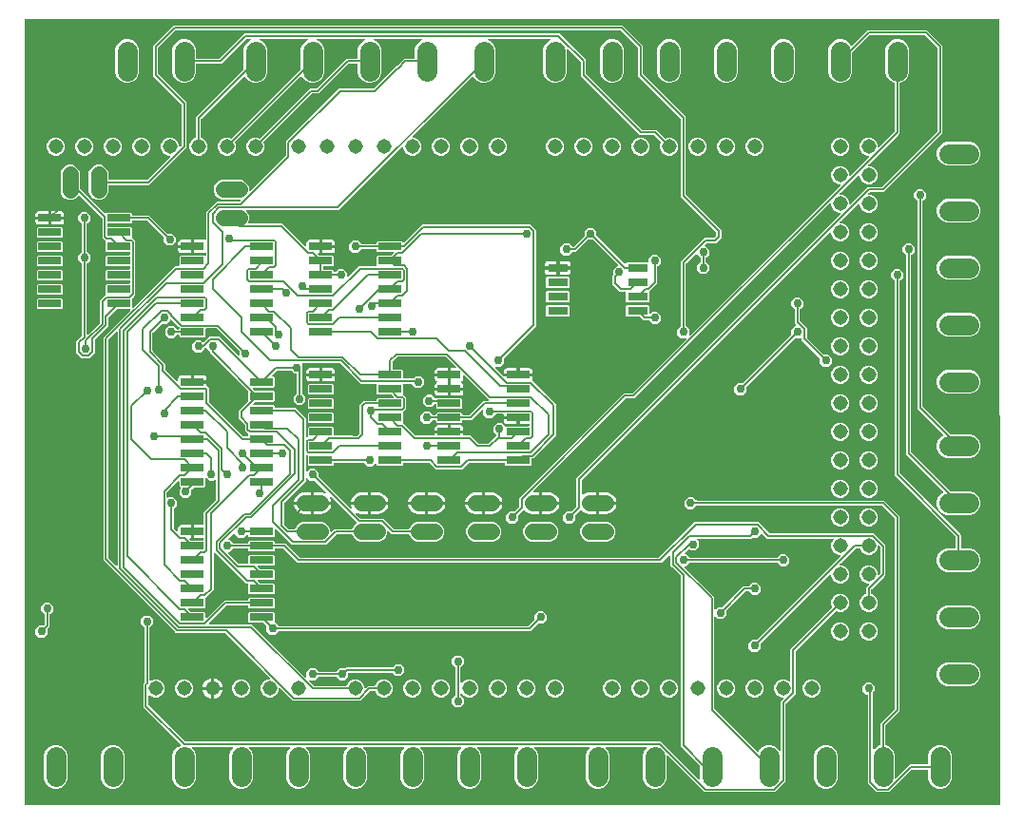
<source format=gbr>
G04 EAGLE Gerber RS-274X export*
G75*
%MOMM*%
%FSLAX34Y34*%
%LPD*%
%INBottom Copper*%
%IPPOS*%
%AMOC8*
5,1,8,0,0,1.08239X$1,22.5*%
G01*
%ADD10R,2.032000X0.660400*%
%ADD11C,1.308000*%
%ADD12C,1.790700*%
%ADD13C,1.422400*%
%ADD14R,1.800000X0.700000*%
%ADD15C,0.756400*%
%ADD16C,0.152400*%

G36*
X1233892Y200664D02*
X1233892Y200664D01*
X1233912Y200662D01*
X1234013Y200684D01*
X1234115Y200700D01*
X1234132Y200710D01*
X1234152Y200714D01*
X1234241Y200767D01*
X1234332Y200816D01*
X1234346Y200830D01*
X1234363Y200840D01*
X1234430Y200919D01*
X1234501Y200994D01*
X1234510Y201012D01*
X1234523Y201027D01*
X1234562Y201123D01*
X1234605Y201217D01*
X1234607Y201237D01*
X1234615Y201256D01*
X1234633Y201422D01*
X1234245Y900178D01*
X1234242Y900198D01*
X1234244Y900217D01*
X1234222Y900319D01*
X1234205Y900421D01*
X1234196Y900439D01*
X1234192Y900458D01*
X1234139Y900547D01*
X1234090Y900638D01*
X1234076Y900652D01*
X1234066Y900669D01*
X1233987Y900736D01*
X1233912Y900808D01*
X1233894Y900816D01*
X1233879Y900829D01*
X1233783Y900868D01*
X1233689Y900911D01*
X1233669Y900913D01*
X1233651Y900921D01*
X1233484Y900939D01*
X366522Y900939D01*
X366502Y900936D01*
X366483Y900938D01*
X366381Y900916D01*
X366279Y900900D01*
X366262Y900890D01*
X366242Y900886D01*
X366153Y900833D01*
X366062Y900784D01*
X366048Y900770D01*
X366031Y900760D01*
X365964Y900681D01*
X365892Y900606D01*
X365884Y900588D01*
X365871Y900573D01*
X365832Y900477D01*
X365789Y900383D01*
X365787Y900363D01*
X365779Y900345D01*
X365761Y900178D01*
X365761Y201422D01*
X365764Y201402D01*
X365762Y201383D01*
X365784Y201281D01*
X365800Y201179D01*
X365810Y201162D01*
X365814Y201142D01*
X365867Y201053D01*
X365916Y200962D01*
X365930Y200948D01*
X365940Y200931D01*
X366019Y200864D01*
X366094Y200792D01*
X366112Y200784D01*
X366127Y200771D01*
X366223Y200732D01*
X366317Y200689D01*
X366337Y200687D01*
X366355Y200679D01*
X366522Y200661D01*
X1233872Y200661D01*
X1233892Y200664D01*
G37*
%LPC*%
G36*
X971194Y212470D02*
X971194Y212470D01*
X938878Y244787D01*
X938820Y244829D01*
X938768Y244878D01*
X938720Y244900D01*
X938678Y244930D01*
X938610Y244951D01*
X938544Y244982D01*
X938493Y244987D01*
X938443Y245003D01*
X938371Y245001D01*
X938300Y245009D01*
X938249Y244998D01*
X938197Y244996D01*
X938130Y244972D01*
X938060Y244957D01*
X938015Y244930D01*
X937966Y244912D01*
X937910Y244867D01*
X937849Y244830D01*
X937815Y244791D01*
X937774Y244758D01*
X937735Y244698D01*
X937689Y244643D01*
X937669Y244595D01*
X937641Y244551D01*
X937624Y244482D01*
X937597Y244415D01*
X937589Y244344D01*
X937581Y244313D01*
X937583Y244290D01*
X937578Y244249D01*
X937578Y223912D01*
X935983Y220061D01*
X933035Y217113D01*
X929184Y215518D01*
X925016Y215518D01*
X921165Y217113D01*
X918217Y220061D01*
X916622Y223912D01*
X916622Y245988D01*
X918217Y249839D01*
X919935Y251557D01*
X919977Y251615D01*
X920026Y251667D01*
X920048Y251714D01*
X920078Y251756D01*
X920099Y251825D01*
X920130Y251890D01*
X920135Y251942D01*
X920151Y251992D01*
X920149Y252063D01*
X920157Y252134D01*
X920146Y252185D01*
X920144Y252237D01*
X920120Y252305D01*
X920104Y252375D01*
X920078Y252420D01*
X920060Y252468D01*
X920015Y252524D01*
X919978Y252586D01*
X919939Y252620D01*
X919906Y252660D01*
X919846Y252699D01*
X919791Y252746D01*
X919743Y252765D01*
X919699Y252793D01*
X919630Y252811D01*
X919563Y252838D01*
X919492Y252846D01*
X919461Y252854D01*
X919437Y252852D01*
X919396Y252856D01*
X884004Y252856D01*
X883933Y252845D01*
X883861Y252843D01*
X883812Y252825D01*
X883761Y252817D01*
X883697Y252783D01*
X883630Y252758D01*
X883589Y252726D01*
X883543Y252701D01*
X883494Y252649D01*
X883438Y252605D01*
X883410Y252561D01*
X883374Y252523D01*
X883344Y252458D01*
X883305Y252398D01*
X883292Y252347D01*
X883270Y252300D01*
X883262Y252229D01*
X883245Y252159D01*
X883249Y252107D01*
X883243Y252056D01*
X883259Y251985D01*
X883264Y251914D01*
X883284Y251866D01*
X883296Y251815D01*
X883332Y251754D01*
X883360Y251688D01*
X883405Y251632D01*
X883422Y251604D01*
X883440Y251589D01*
X883465Y251557D01*
X885183Y249839D01*
X886778Y245988D01*
X886778Y223912D01*
X885183Y220061D01*
X882235Y217113D01*
X878384Y215518D01*
X874216Y215518D01*
X870365Y217113D01*
X867417Y220061D01*
X865822Y223912D01*
X865822Y245988D01*
X867417Y249839D01*
X869135Y251557D01*
X869177Y251615D01*
X869226Y251667D01*
X869248Y251714D01*
X869278Y251756D01*
X869299Y251825D01*
X869330Y251890D01*
X869335Y251942D01*
X869351Y251992D01*
X869349Y252063D01*
X869357Y252134D01*
X869346Y252185D01*
X869344Y252237D01*
X869320Y252305D01*
X869304Y252375D01*
X869278Y252420D01*
X869260Y252468D01*
X869215Y252524D01*
X869178Y252586D01*
X869139Y252620D01*
X869106Y252660D01*
X869046Y252699D01*
X868991Y252746D01*
X868943Y252765D01*
X868899Y252793D01*
X868830Y252811D01*
X868763Y252838D01*
X868692Y252846D01*
X868661Y252854D01*
X868637Y252852D01*
X868596Y252856D01*
X820504Y252856D01*
X820433Y252845D01*
X820361Y252843D01*
X820312Y252825D01*
X820261Y252817D01*
X820197Y252783D01*
X820130Y252758D01*
X820089Y252726D01*
X820043Y252701D01*
X819994Y252649D01*
X819938Y252605D01*
X819910Y252561D01*
X819874Y252523D01*
X819844Y252458D01*
X819805Y252398D01*
X819792Y252347D01*
X819770Y252300D01*
X819762Y252229D01*
X819745Y252159D01*
X819749Y252107D01*
X819743Y252056D01*
X819759Y251985D01*
X819764Y251914D01*
X819784Y251866D01*
X819796Y251815D01*
X819832Y251754D01*
X819860Y251688D01*
X819905Y251632D01*
X819922Y251604D01*
X819940Y251589D01*
X819965Y251557D01*
X821683Y249839D01*
X823278Y245988D01*
X823278Y223912D01*
X821683Y220061D01*
X818735Y217113D01*
X814884Y215518D01*
X810716Y215518D01*
X806865Y217113D01*
X803917Y220061D01*
X802322Y223912D01*
X802322Y245988D01*
X803917Y249839D01*
X805635Y251557D01*
X805677Y251615D01*
X805726Y251667D01*
X805748Y251714D01*
X805778Y251756D01*
X805799Y251825D01*
X805830Y251890D01*
X805835Y251942D01*
X805851Y251992D01*
X805849Y252063D01*
X805857Y252134D01*
X805846Y252185D01*
X805844Y252237D01*
X805820Y252305D01*
X805804Y252375D01*
X805778Y252420D01*
X805760Y252468D01*
X805715Y252524D01*
X805678Y252586D01*
X805639Y252620D01*
X805606Y252660D01*
X805546Y252699D01*
X805491Y252746D01*
X805443Y252765D01*
X805399Y252793D01*
X805330Y252811D01*
X805263Y252838D01*
X805192Y252846D01*
X805161Y252854D01*
X805137Y252852D01*
X805096Y252856D01*
X769704Y252856D01*
X769633Y252845D01*
X769561Y252843D01*
X769512Y252825D01*
X769461Y252817D01*
X769397Y252783D01*
X769330Y252758D01*
X769289Y252726D01*
X769243Y252701D01*
X769194Y252649D01*
X769138Y252605D01*
X769110Y252561D01*
X769074Y252523D01*
X769044Y252458D01*
X769005Y252398D01*
X768992Y252347D01*
X768970Y252300D01*
X768962Y252229D01*
X768945Y252159D01*
X768949Y252107D01*
X768943Y252056D01*
X768959Y251985D01*
X768964Y251914D01*
X768984Y251866D01*
X768996Y251815D01*
X769032Y251754D01*
X769060Y251688D01*
X769105Y251632D01*
X769122Y251604D01*
X769140Y251589D01*
X769165Y251557D01*
X770883Y249839D01*
X772478Y245988D01*
X772478Y223912D01*
X770883Y220061D01*
X767935Y217113D01*
X764084Y215518D01*
X759916Y215518D01*
X756065Y217113D01*
X753117Y220061D01*
X751522Y223912D01*
X751522Y245988D01*
X753117Y249839D01*
X754835Y251557D01*
X754877Y251615D01*
X754926Y251667D01*
X754948Y251714D01*
X754978Y251756D01*
X754999Y251825D01*
X755030Y251890D01*
X755035Y251942D01*
X755051Y251992D01*
X755049Y252063D01*
X755057Y252134D01*
X755046Y252185D01*
X755044Y252237D01*
X755020Y252305D01*
X755004Y252375D01*
X754978Y252420D01*
X754960Y252468D01*
X754915Y252524D01*
X754878Y252586D01*
X754839Y252620D01*
X754806Y252660D01*
X754746Y252699D01*
X754691Y252746D01*
X754643Y252765D01*
X754599Y252793D01*
X754530Y252811D01*
X754463Y252838D01*
X754392Y252846D01*
X754361Y252854D01*
X754337Y252852D01*
X754296Y252856D01*
X718904Y252856D01*
X718833Y252845D01*
X718761Y252843D01*
X718712Y252825D01*
X718661Y252817D01*
X718597Y252783D01*
X718530Y252758D01*
X718489Y252726D01*
X718443Y252701D01*
X718394Y252649D01*
X718338Y252605D01*
X718310Y252561D01*
X718274Y252523D01*
X718244Y252458D01*
X718205Y252398D01*
X718192Y252347D01*
X718170Y252300D01*
X718162Y252229D01*
X718145Y252159D01*
X718149Y252107D01*
X718143Y252056D01*
X718159Y251985D01*
X718164Y251914D01*
X718184Y251866D01*
X718196Y251815D01*
X718232Y251754D01*
X718260Y251688D01*
X718305Y251632D01*
X718322Y251604D01*
X718340Y251589D01*
X718365Y251557D01*
X720083Y249839D01*
X721678Y245988D01*
X721678Y223912D01*
X720083Y220061D01*
X717135Y217113D01*
X713284Y215518D01*
X709116Y215518D01*
X705265Y217113D01*
X702317Y220061D01*
X700722Y223912D01*
X700722Y245988D01*
X702317Y249839D01*
X704035Y251557D01*
X704077Y251615D01*
X704126Y251667D01*
X704148Y251714D01*
X704178Y251756D01*
X704199Y251825D01*
X704230Y251890D01*
X704235Y251942D01*
X704251Y251992D01*
X704249Y252063D01*
X704257Y252134D01*
X704246Y252185D01*
X704244Y252237D01*
X704220Y252305D01*
X704204Y252375D01*
X704178Y252420D01*
X704160Y252468D01*
X704115Y252524D01*
X704078Y252586D01*
X704039Y252620D01*
X704006Y252660D01*
X703946Y252699D01*
X703891Y252746D01*
X703843Y252765D01*
X703799Y252793D01*
X703730Y252811D01*
X703663Y252838D01*
X703592Y252846D01*
X703561Y252854D01*
X703537Y252852D01*
X703496Y252856D01*
X668104Y252856D01*
X668033Y252845D01*
X667961Y252843D01*
X667912Y252825D01*
X667861Y252817D01*
X667797Y252783D01*
X667730Y252758D01*
X667689Y252726D01*
X667643Y252701D01*
X667594Y252649D01*
X667538Y252605D01*
X667510Y252561D01*
X667474Y252523D01*
X667444Y252458D01*
X667405Y252398D01*
X667392Y252347D01*
X667370Y252300D01*
X667362Y252229D01*
X667345Y252159D01*
X667349Y252107D01*
X667343Y252056D01*
X667359Y251985D01*
X667364Y251914D01*
X667384Y251866D01*
X667396Y251815D01*
X667432Y251754D01*
X667460Y251688D01*
X667505Y251632D01*
X667522Y251604D01*
X667540Y251589D01*
X667565Y251557D01*
X669283Y249839D01*
X670878Y245988D01*
X670878Y223912D01*
X669283Y220061D01*
X666335Y217113D01*
X662484Y215518D01*
X658316Y215518D01*
X654465Y217113D01*
X651517Y220061D01*
X649922Y223912D01*
X649922Y245988D01*
X651517Y249839D01*
X653235Y251557D01*
X653277Y251615D01*
X653326Y251667D01*
X653348Y251714D01*
X653378Y251756D01*
X653399Y251825D01*
X653430Y251890D01*
X653435Y251942D01*
X653451Y251992D01*
X653449Y252063D01*
X653457Y252134D01*
X653446Y252185D01*
X653444Y252237D01*
X653420Y252305D01*
X653404Y252375D01*
X653378Y252420D01*
X653360Y252468D01*
X653315Y252524D01*
X653278Y252586D01*
X653239Y252620D01*
X653206Y252660D01*
X653146Y252699D01*
X653091Y252746D01*
X653043Y252765D01*
X652999Y252793D01*
X652930Y252811D01*
X652863Y252838D01*
X652792Y252846D01*
X652761Y252854D01*
X652737Y252852D01*
X652696Y252856D01*
X617304Y252856D01*
X617233Y252845D01*
X617161Y252843D01*
X617112Y252825D01*
X617061Y252817D01*
X616997Y252783D01*
X616930Y252758D01*
X616889Y252726D01*
X616843Y252701D01*
X616794Y252649D01*
X616738Y252605D01*
X616710Y252561D01*
X616674Y252523D01*
X616644Y252458D01*
X616605Y252398D01*
X616592Y252347D01*
X616570Y252300D01*
X616562Y252229D01*
X616545Y252159D01*
X616549Y252107D01*
X616543Y252056D01*
X616559Y251985D01*
X616564Y251914D01*
X616584Y251866D01*
X616596Y251815D01*
X616632Y251754D01*
X616660Y251688D01*
X616705Y251632D01*
X616722Y251604D01*
X616740Y251589D01*
X616765Y251557D01*
X618483Y249839D01*
X620078Y245988D01*
X620078Y223912D01*
X618483Y220061D01*
X615535Y217113D01*
X611684Y215518D01*
X607516Y215518D01*
X603665Y217113D01*
X600717Y220061D01*
X599122Y223912D01*
X599122Y245988D01*
X600717Y249839D01*
X602435Y251557D01*
X602477Y251615D01*
X602526Y251667D01*
X602548Y251714D01*
X602578Y251756D01*
X602599Y251825D01*
X602630Y251890D01*
X602635Y251942D01*
X602651Y251992D01*
X602649Y252063D01*
X602657Y252134D01*
X602646Y252185D01*
X602644Y252237D01*
X602620Y252305D01*
X602604Y252375D01*
X602578Y252420D01*
X602560Y252468D01*
X602515Y252524D01*
X602478Y252586D01*
X602439Y252620D01*
X602406Y252660D01*
X602346Y252699D01*
X602291Y252746D01*
X602243Y252765D01*
X602199Y252793D01*
X602130Y252811D01*
X602063Y252838D01*
X601992Y252846D01*
X601961Y252854D01*
X601937Y252852D01*
X601896Y252856D01*
X566504Y252856D01*
X566433Y252845D01*
X566361Y252843D01*
X566312Y252825D01*
X566261Y252817D01*
X566197Y252783D01*
X566130Y252758D01*
X566089Y252726D01*
X566043Y252701D01*
X565994Y252649D01*
X565938Y252605D01*
X565910Y252561D01*
X565874Y252523D01*
X565844Y252458D01*
X565805Y252398D01*
X565792Y252347D01*
X565770Y252300D01*
X565762Y252229D01*
X565745Y252159D01*
X565749Y252107D01*
X565743Y252056D01*
X565759Y251985D01*
X565764Y251914D01*
X565784Y251866D01*
X565796Y251815D01*
X565832Y251754D01*
X565860Y251688D01*
X565905Y251632D01*
X565922Y251604D01*
X565940Y251589D01*
X565965Y251557D01*
X567683Y249839D01*
X569278Y245988D01*
X569278Y223912D01*
X567683Y220061D01*
X564735Y217113D01*
X560884Y215518D01*
X556716Y215518D01*
X552865Y217113D01*
X549917Y220061D01*
X548322Y223912D01*
X548322Y245988D01*
X549917Y249839D01*
X551635Y251557D01*
X551677Y251615D01*
X551726Y251667D01*
X551748Y251714D01*
X551778Y251756D01*
X551799Y251825D01*
X551830Y251890D01*
X551835Y251942D01*
X551851Y251992D01*
X551849Y252063D01*
X551857Y252134D01*
X551846Y252185D01*
X551844Y252237D01*
X551820Y252305D01*
X551804Y252375D01*
X551778Y252420D01*
X551760Y252468D01*
X551715Y252524D01*
X551678Y252586D01*
X551639Y252620D01*
X551606Y252660D01*
X551546Y252699D01*
X551491Y252746D01*
X551443Y252765D01*
X551399Y252793D01*
X551330Y252811D01*
X551263Y252838D01*
X551192Y252846D01*
X551161Y252854D01*
X551137Y252852D01*
X551096Y252856D01*
X515704Y252856D01*
X515633Y252845D01*
X515561Y252843D01*
X515512Y252825D01*
X515461Y252817D01*
X515397Y252783D01*
X515330Y252758D01*
X515289Y252726D01*
X515243Y252701D01*
X515194Y252649D01*
X515138Y252605D01*
X515110Y252561D01*
X515074Y252523D01*
X515044Y252458D01*
X515005Y252398D01*
X514992Y252347D01*
X514970Y252300D01*
X514962Y252229D01*
X514945Y252159D01*
X514949Y252107D01*
X514943Y252056D01*
X514959Y251985D01*
X514964Y251914D01*
X514984Y251866D01*
X514996Y251815D01*
X515032Y251754D01*
X515060Y251688D01*
X515105Y251632D01*
X515122Y251604D01*
X515140Y251589D01*
X515165Y251557D01*
X516883Y249839D01*
X518478Y245988D01*
X518478Y223912D01*
X516883Y220061D01*
X513935Y217113D01*
X510084Y215518D01*
X505916Y215518D01*
X502065Y217113D01*
X499117Y220061D01*
X497522Y223912D01*
X497522Y245988D01*
X499117Y249839D01*
X502065Y252787D01*
X504589Y253832D01*
X504628Y253856D01*
X504671Y253872D01*
X504731Y253921D01*
X504798Y253962D01*
X504827Y253997D01*
X504863Y254026D01*
X504905Y254091D01*
X504954Y254151D01*
X504971Y254194D01*
X504996Y254233D01*
X505015Y254308D01*
X505043Y254381D01*
X505045Y254427D01*
X505056Y254471D01*
X505050Y254549D01*
X505053Y254626D01*
X505040Y254671D01*
X505037Y254716D01*
X505006Y254788D01*
X504984Y254863D01*
X504958Y254900D01*
X504940Y254943D01*
X504855Y255049D01*
X504844Y255065D01*
X504840Y255068D01*
X504836Y255074D01*
X471487Y288422D01*
X471487Y309403D01*
X472470Y310386D01*
X472523Y310460D01*
X472583Y310530D01*
X472595Y310560D01*
X472614Y310586D01*
X472641Y310673D01*
X472675Y310758D01*
X472679Y310799D01*
X472686Y310821D01*
X472685Y310853D01*
X472693Y310924D01*
X472693Y358957D01*
X472679Y359047D01*
X472671Y359138D01*
X472659Y359167D01*
X472654Y359199D01*
X472611Y359280D01*
X472575Y359364D01*
X472549Y359396D01*
X472538Y359417D01*
X472515Y359439D01*
X472470Y359495D01*
X469673Y362292D01*
X469673Y366688D01*
X472782Y369797D01*
X477178Y369797D01*
X480287Y366688D01*
X480287Y362292D01*
X477490Y359495D01*
X477437Y359421D01*
X477377Y359351D01*
X477365Y359321D01*
X477346Y359295D01*
X477319Y359208D01*
X477285Y359123D01*
X477281Y359082D01*
X477274Y359060D01*
X477275Y359028D01*
X477267Y358957D01*
X477267Y312459D01*
X477274Y312414D01*
X477272Y312368D01*
X477294Y312293D01*
X477306Y312217D01*
X477328Y312176D01*
X477341Y312132D01*
X477385Y312068D01*
X477422Y311999D01*
X477455Y311968D01*
X477481Y311930D01*
X477543Y311884D01*
X477600Y311830D01*
X477642Y311810D01*
X477678Y311783D01*
X477752Y311759D01*
X477823Y311726D01*
X477869Y311721D01*
X477912Y311707D01*
X477990Y311708D01*
X478067Y311699D01*
X478112Y311709D01*
X478158Y311709D01*
X478290Y311747D01*
X478308Y311751D01*
X478312Y311754D01*
X478319Y311756D01*
X480996Y312865D01*
X484204Y312865D01*
X487168Y311637D01*
X489437Y309368D01*
X490665Y306404D01*
X490665Y303196D01*
X489437Y300232D01*
X487168Y297963D01*
X484204Y296735D01*
X480996Y296735D01*
X478032Y297963D01*
X477360Y298635D01*
X477302Y298676D01*
X477250Y298726D01*
X477203Y298748D01*
X477161Y298778D01*
X477092Y298799D01*
X477027Y298829D01*
X476975Y298835D01*
X476925Y298850D01*
X476854Y298849D01*
X476783Y298856D01*
X476732Y298845D01*
X476680Y298844D01*
X476612Y298819D01*
X476542Y298804D01*
X476497Y298777D01*
X476449Y298760D01*
X476393Y298715D01*
X476331Y298678D01*
X476297Y298638D01*
X476257Y298606D01*
X476218Y298546D01*
X476171Y298491D01*
X476152Y298443D01*
X476124Y298399D01*
X476106Y298329D01*
X476079Y298263D01*
X476071Y298192D01*
X476063Y298160D01*
X476065Y298137D01*
X476061Y298096D01*
X476061Y290632D01*
X476075Y290541D01*
X476083Y290451D01*
X476095Y290421D01*
X476100Y290389D01*
X476143Y290308D01*
X476179Y290224D01*
X476205Y290192D01*
X476216Y290171D01*
X476239Y290149D01*
X476284Y290093D01*
X508724Y257653D01*
X508798Y257600D01*
X508868Y257540D01*
X508898Y257528D01*
X508924Y257509D01*
X509011Y257482D01*
X509096Y257448D01*
X509137Y257444D01*
X509159Y257437D01*
X509191Y257438D01*
X509263Y257430D01*
X932703Y257430D01*
X966122Y224010D01*
X966180Y223968D01*
X966232Y223919D01*
X966280Y223897D01*
X966322Y223867D01*
X966390Y223846D01*
X966456Y223815D01*
X966507Y223810D01*
X966557Y223794D01*
X966629Y223796D01*
X966700Y223788D01*
X966751Y223799D01*
X966803Y223801D01*
X966870Y223825D01*
X966940Y223841D01*
X966985Y223867D01*
X967034Y223885D01*
X967090Y223930D01*
X967151Y223967D01*
X967185Y224006D01*
X967226Y224039D01*
X967265Y224099D01*
X967311Y224154D01*
X967331Y224202D01*
X967359Y224246D01*
X967376Y224315D01*
X967403Y224382D01*
X967411Y224453D01*
X967419Y224484D01*
X967417Y224508D01*
X967422Y224549D01*
X967422Y235529D01*
X967407Y235619D01*
X967400Y235710D01*
X967387Y235740D01*
X967382Y235772D01*
X967339Y235852D01*
X967304Y235936D01*
X967278Y235968D01*
X967267Y235989D01*
X967244Y236011D01*
X967199Y236067D01*
X950213Y253053D01*
X950213Y404945D01*
X950199Y405036D01*
X950191Y405126D01*
X950179Y405156D01*
X950174Y405188D01*
X950131Y405269D01*
X950095Y405353D01*
X950069Y405385D01*
X950058Y405406D01*
X950035Y405428D01*
X949990Y405484D01*
X942660Y412814D01*
X941097Y414377D01*
X941097Y423138D01*
X941086Y423208D01*
X941084Y423280D01*
X941066Y423329D01*
X941058Y423380D01*
X941024Y423444D01*
X940999Y423511D01*
X940967Y423552D01*
X940942Y423598D01*
X940890Y423647D01*
X940846Y423703D01*
X940802Y423731D01*
X940764Y423767D01*
X940699Y423797D01*
X940639Y423836D01*
X940588Y423849D01*
X940541Y423871D01*
X940470Y423879D01*
X940400Y423896D01*
X940348Y423892D01*
X940297Y423898D01*
X940226Y423883D01*
X940155Y423877D01*
X940107Y423857D01*
X940056Y423846D01*
X939995Y423809D01*
X939929Y423781D01*
X939873Y423736D01*
X939845Y423719D01*
X939830Y423702D01*
X939798Y423676D01*
X932935Y416813D01*
X608653Y416813D01*
X596176Y429290D01*
X596102Y429343D01*
X596032Y429403D01*
X596002Y429415D01*
X595976Y429434D01*
X595889Y429461D01*
X595804Y429495D01*
X595763Y429499D01*
X595741Y429506D01*
X595709Y429505D01*
X595637Y429513D01*
X589280Y429513D01*
X589260Y429510D01*
X589241Y429512D01*
X589139Y429490D01*
X589037Y429474D01*
X589020Y429464D01*
X589000Y429460D01*
X588911Y429407D01*
X588820Y429358D01*
X588806Y429344D01*
X588789Y429334D01*
X588722Y429255D01*
X588650Y429180D01*
X588642Y429162D01*
X588629Y429147D01*
X588590Y429051D01*
X588547Y428957D01*
X588545Y428937D01*
X588537Y428919D01*
X588519Y428752D01*
X588519Y427866D01*
X587626Y426973D01*
X566042Y426973D01*
X565149Y427866D01*
X565149Y428752D01*
X565146Y428772D01*
X565148Y428791D01*
X565126Y428893D01*
X565110Y428995D01*
X565100Y429012D01*
X565096Y429032D01*
X565043Y429121D01*
X564994Y429212D01*
X564980Y429226D01*
X564970Y429243D01*
X564891Y429310D01*
X564816Y429382D01*
X564798Y429390D01*
X564783Y429403D01*
X564687Y429442D01*
X564593Y429485D01*
X564573Y429487D01*
X564555Y429495D01*
X564388Y429513D01*
X551633Y429513D01*
X551543Y429499D01*
X551452Y429491D01*
X551423Y429479D01*
X551391Y429474D01*
X551310Y429431D01*
X551226Y429395D01*
X551194Y429369D01*
X551173Y429358D01*
X551151Y429335D01*
X551095Y429290D01*
X548298Y426493D01*
X547897Y426493D01*
X547826Y426482D01*
X547755Y426480D01*
X547706Y426462D01*
X547654Y426454D01*
X547591Y426420D01*
X547524Y426395D01*
X547483Y426363D01*
X547437Y426338D01*
X547387Y426286D01*
X547331Y426242D01*
X547303Y426198D01*
X547267Y426160D01*
X547237Y426095D01*
X547198Y426035D01*
X547186Y425984D01*
X547164Y425937D01*
X547156Y425866D01*
X547138Y425796D01*
X547142Y425744D01*
X547137Y425693D01*
X547152Y425622D01*
X547158Y425551D01*
X547178Y425503D01*
X547189Y425452D01*
X547226Y425391D01*
X547254Y425325D01*
X547299Y425269D01*
X547315Y425241D01*
X547333Y425226D01*
X547359Y425194D01*
X556531Y416022D01*
X556605Y415969D01*
X556674Y415909D01*
X556704Y415897D01*
X556730Y415878D01*
X556817Y415851D01*
X556902Y415817D01*
X556943Y415813D01*
X556966Y415806D01*
X556998Y415807D01*
X557069Y415799D01*
X564388Y415799D01*
X564408Y415802D01*
X564427Y415800D01*
X564529Y415822D01*
X564631Y415838D01*
X564648Y415848D01*
X564668Y415852D01*
X564757Y415905D01*
X564848Y415954D01*
X564862Y415968D01*
X564879Y415978D01*
X564946Y416057D01*
X565018Y416132D01*
X565026Y416150D01*
X565039Y416165D01*
X565078Y416261D01*
X565121Y416355D01*
X565123Y416375D01*
X565131Y416393D01*
X565149Y416560D01*
X565149Y423034D01*
X566042Y423927D01*
X587626Y423927D01*
X588519Y423034D01*
X588519Y415166D01*
X587626Y414273D01*
X574032Y414273D01*
X573962Y414262D01*
X573890Y414260D01*
X573841Y414242D01*
X573790Y414234D01*
X573726Y414200D01*
X573659Y414175D01*
X573618Y414143D01*
X573572Y414118D01*
X573523Y414067D01*
X573467Y414022D01*
X573439Y413978D01*
X573403Y413940D01*
X573373Y413875D01*
X573334Y413815D01*
X573321Y413764D01*
X573299Y413717D01*
X573291Y413646D01*
X573274Y413576D01*
X573278Y413524D01*
X573272Y413473D01*
X573287Y413402D01*
X573293Y413331D01*
X573313Y413283D01*
X573324Y413232D01*
X573361Y413171D01*
X573389Y413105D01*
X573434Y413049D01*
X573451Y413021D01*
X573468Y413006D01*
X573494Y412974D01*
X575018Y411450D01*
X575092Y411397D01*
X575162Y411337D01*
X575192Y411325D01*
X575218Y411306D01*
X575305Y411279D01*
X575390Y411245D01*
X575431Y411241D01*
X575453Y411234D01*
X575485Y411235D01*
X575556Y411227D01*
X587626Y411227D01*
X588519Y410334D01*
X588519Y402466D01*
X587626Y401573D01*
X574032Y401573D01*
X573962Y401562D01*
X573890Y401560D01*
X573841Y401542D01*
X573790Y401534D01*
X573726Y401500D01*
X573659Y401475D01*
X573618Y401443D01*
X573572Y401418D01*
X573523Y401366D01*
X573467Y401322D01*
X573439Y401278D01*
X573403Y401240D01*
X573373Y401175D01*
X573334Y401115D01*
X573321Y401064D01*
X573299Y401017D01*
X573291Y400946D01*
X573274Y400876D01*
X573278Y400824D01*
X573272Y400773D01*
X573287Y400702D01*
X573293Y400631D01*
X573313Y400583D01*
X573324Y400532D01*
X573361Y400471D01*
X573389Y400405D01*
X573434Y400349D01*
X573451Y400321D01*
X573468Y400306D01*
X573494Y400274D01*
X575018Y398750D01*
X575092Y398697D01*
X575162Y398637D01*
X575192Y398625D01*
X575218Y398606D01*
X575305Y398579D01*
X575390Y398545D01*
X575431Y398541D01*
X575453Y398534D01*
X575485Y398535D01*
X575557Y398527D01*
X587626Y398527D01*
X588519Y397634D01*
X588519Y389766D01*
X587626Y388873D01*
X566042Y388873D01*
X565149Y389766D01*
X565149Y397764D01*
X565146Y397784D01*
X565148Y397803D01*
X565126Y397905D01*
X565110Y398007D01*
X565100Y398024D01*
X565096Y398044D01*
X565043Y398133D01*
X564994Y398224D01*
X564980Y398238D01*
X564970Y398255D01*
X564891Y398322D01*
X564816Y398394D01*
X564798Y398402D01*
X564783Y398415D01*
X564687Y398454D01*
X564593Y398497D01*
X564573Y398499D01*
X564555Y398507D01*
X564388Y398525D01*
X563249Y398525D01*
X561686Y400088D01*
X536260Y425514D01*
X535490Y426284D01*
X535432Y426326D01*
X535380Y426375D01*
X535333Y426397D01*
X535291Y426427D01*
X535222Y426448D01*
X535157Y426479D01*
X535105Y426484D01*
X535055Y426500D01*
X534984Y426498D01*
X534913Y426506D01*
X534862Y426495D01*
X534810Y426493D01*
X534742Y426469D01*
X534672Y426453D01*
X534627Y426427D01*
X534579Y426409D01*
X534523Y426364D01*
X534461Y426327D01*
X534427Y426288D01*
X534387Y426255D01*
X534348Y426195D01*
X534301Y426140D01*
X534282Y426092D01*
X534254Y426048D01*
X534236Y425979D01*
X534209Y425912D01*
X534201Y425841D01*
X534193Y425810D01*
X534195Y425786D01*
X534191Y425745D01*
X534191Y392596D01*
X527274Y385679D01*
X527221Y385605D01*
X527161Y385535D01*
X527149Y385505D01*
X527130Y385479D01*
X527103Y385392D01*
X527069Y385307D01*
X527065Y385266D01*
X527058Y385244D01*
X527059Y385212D01*
X527051Y385141D01*
X527051Y377066D01*
X526158Y376173D01*
X512564Y376173D01*
X512494Y376162D01*
X512422Y376160D01*
X512373Y376142D01*
X512322Y376134D01*
X512258Y376100D01*
X512191Y376075D01*
X512150Y376043D01*
X512104Y376018D01*
X512055Y375967D01*
X511999Y375922D01*
X511971Y375878D01*
X511935Y375840D01*
X511905Y375775D01*
X511866Y375715D01*
X511853Y375664D01*
X511831Y375617D01*
X511823Y375546D01*
X511806Y375476D01*
X511810Y375424D01*
X511804Y375373D01*
X511819Y375302D01*
X511825Y375231D01*
X511845Y375183D01*
X511856Y375132D01*
X511893Y375071D01*
X511921Y375005D01*
X511966Y374949D01*
X511983Y374921D01*
X512000Y374906D01*
X512026Y374874D01*
X513550Y373350D01*
X513624Y373297D01*
X513694Y373237D01*
X513724Y373225D01*
X513750Y373206D01*
X513837Y373179D01*
X513922Y373145D01*
X513963Y373141D01*
X513985Y373134D01*
X514017Y373135D01*
X514088Y373127D01*
X526158Y373127D01*
X527051Y372234D01*
X527051Y368362D01*
X527062Y368291D01*
X527064Y368219D01*
X527082Y368170D01*
X527090Y368119D01*
X527124Y368055D01*
X527149Y367988D01*
X527181Y367947D01*
X527206Y367901D01*
X527258Y367852D01*
X527302Y367796D01*
X527346Y367768D01*
X527384Y367732D01*
X527449Y367702D01*
X527509Y367663D01*
X527560Y367650D01*
X527607Y367628D01*
X527678Y367621D01*
X527748Y367603D01*
X527800Y367607D01*
X527851Y367601D01*
X527922Y367617D01*
X527993Y367622D01*
X528041Y367643D01*
X528092Y367654D01*
X528153Y367690D01*
X528219Y367718D01*
X528275Y367763D01*
X528303Y367780D01*
X528318Y367798D01*
X528350Y367823D01*
X543814Y383287D01*
X564388Y383287D01*
X564408Y383290D01*
X564427Y383288D01*
X564529Y383310D01*
X564631Y383326D01*
X564648Y383336D01*
X564668Y383340D01*
X564757Y383393D01*
X564848Y383442D01*
X564862Y383456D01*
X564879Y383466D01*
X564946Y383545D01*
X565018Y383620D01*
X565026Y383638D01*
X565039Y383653D01*
X565078Y383749D01*
X565121Y383843D01*
X565123Y383863D01*
X565131Y383881D01*
X565149Y384048D01*
X565149Y384934D01*
X566042Y385827D01*
X587626Y385827D01*
X588519Y384934D01*
X588519Y377066D01*
X587626Y376173D01*
X566042Y376173D01*
X565149Y377066D01*
X565149Y377952D01*
X565146Y377972D01*
X565148Y377991D01*
X565126Y378093D01*
X565110Y378195D01*
X565100Y378212D01*
X565096Y378232D01*
X565043Y378321D01*
X564994Y378412D01*
X564980Y378426D01*
X564970Y378443D01*
X564891Y378510D01*
X564816Y378582D01*
X564798Y378590D01*
X564783Y378603D01*
X564687Y378642D01*
X564593Y378685D01*
X564573Y378687D01*
X564555Y378695D01*
X564388Y378713D01*
X546023Y378713D01*
X545933Y378699D01*
X545842Y378691D01*
X545813Y378679D01*
X545781Y378674D01*
X545700Y378631D01*
X545616Y378595D01*
X545584Y378569D01*
X545563Y378558D01*
X545541Y378535D01*
X545485Y378490D01*
X530245Y363250D01*
X530203Y363192D01*
X530154Y363140D01*
X530132Y363093D01*
X530102Y363051D01*
X530080Y362982D01*
X530050Y362917D01*
X530044Y362865D01*
X530029Y362815D01*
X530031Y362744D01*
X530023Y362673D01*
X530034Y362622D01*
X530036Y362570D01*
X530060Y362502D01*
X530075Y362432D01*
X530102Y362387D01*
X530120Y362339D01*
X530165Y362283D01*
X530202Y362221D01*
X530241Y362187D01*
X530274Y362147D01*
X530334Y362108D01*
X530388Y362061D01*
X530437Y362042D01*
X530481Y362014D01*
X530550Y361996D01*
X530617Y361969D01*
X530688Y361961D01*
X530719Y361953D01*
X530742Y361955D01*
X530783Y361951D01*
X568383Y361951D01*
X569946Y360388D01*
X615694Y314640D01*
X615752Y314598D01*
X615804Y314549D01*
X615851Y314527D01*
X615893Y314497D01*
X615962Y314476D01*
X616027Y314445D01*
X616079Y314440D01*
X616129Y314424D01*
X616200Y314426D01*
X616271Y314418D01*
X616322Y314429D01*
X616374Y314431D01*
X616442Y314455D01*
X616512Y314470D01*
X616557Y314497D01*
X616605Y314515D01*
X616661Y314560D01*
X616723Y314597D01*
X616757Y314636D01*
X616797Y314669D01*
X616836Y314729D01*
X616883Y314784D01*
X616902Y314832D01*
X616930Y314876D01*
X616948Y314945D01*
X616975Y315012D01*
X616983Y315083D01*
X616991Y315114D01*
X616989Y315138D01*
X616993Y315178D01*
X616993Y319698D01*
X620102Y322807D01*
X624498Y322807D01*
X627295Y320010D01*
X627369Y319957D01*
X627439Y319897D01*
X627469Y319885D01*
X627495Y319866D01*
X627582Y319839D01*
X627667Y319805D01*
X627708Y319801D01*
X627730Y319794D01*
X627762Y319795D01*
X627833Y319787D01*
X643437Y319787D01*
X643527Y319801D01*
X643618Y319809D01*
X643647Y319821D01*
X643679Y319826D01*
X643760Y319869D01*
X643844Y319905D01*
X643876Y319931D01*
X643897Y319942D01*
X643919Y319965D01*
X643975Y320010D01*
X646772Y322807D01*
X650727Y322807D01*
X650818Y322821D01*
X650908Y322829D01*
X650938Y322841D01*
X650970Y322846D01*
X651051Y322889D01*
X651135Y322925D01*
X651167Y322951D01*
X651188Y322962D01*
X651210Y322985D01*
X651266Y323030D01*
X651833Y323597D01*
X692967Y323597D01*
X693057Y323611D01*
X693148Y323619D01*
X693177Y323631D01*
X693209Y323636D01*
X693290Y323679D01*
X693374Y323715D01*
X693406Y323741D01*
X693427Y323752D01*
X693449Y323775D01*
X693505Y323820D01*
X696302Y326617D01*
X700698Y326617D01*
X703807Y323508D01*
X703807Y319112D01*
X700698Y316003D01*
X696302Y316003D01*
X693505Y318800D01*
X693431Y318853D01*
X693361Y318913D01*
X693331Y318925D01*
X693305Y318944D01*
X693218Y318971D01*
X693133Y319005D01*
X693092Y319009D01*
X693070Y319016D01*
X693038Y319015D01*
X692967Y319023D01*
X655038Y319023D01*
X655018Y319020D01*
X654999Y319022D01*
X654897Y319000D01*
X654795Y318984D01*
X654778Y318974D01*
X654758Y318970D01*
X654669Y318917D01*
X654578Y318868D01*
X654564Y318854D01*
X654547Y318844D01*
X654480Y318765D01*
X654408Y318690D01*
X654400Y318672D01*
X654387Y318657D01*
X654348Y318561D01*
X654305Y318467D01*
X654303Y318447D01*
X654295Y318429D01*
X654277Y318262D01*
X654277Y315302D01*
X651168Y312193D01*
X646772Y312193D01*
X643975Y314990D01*
X643901Y315043D01*
X643831Y315103D01*
X643801Y315115D01*
X643775Y315134D01*
X643688Y315161D01*
X643603Y315195D01*
X643562Y315199D01*
X643540Y315206D01*
X643508Y315205D01*
X643437Y315213D01*
X627833Y315213D01*
X627743Y315199D01*
X627652Y315191D01*
X627623Y315179D01*
X627591Y315174D01*
X627510Y315131D01*
X627426Y315095D01*
X627394Y315069D01*
X627373Y315058D01*
X627351Y315035D01*
X627295Y314990D01*
X624498Y312193D01*
X619978Y312193D01*
X619908Y312182D01*
X619836Y312180D01*
X619787Y312162D01*
X619736Y312154D01*
X619672Y312120D01*
X619605Y312095D01*
X619564Y312063D01*
X619518Y312038D01*
X619469Y311986D01*
X619413Y311942D01*
X619385Y311898D01*
X619349Y311860D01*
X619319Y311795D01*
X619280Y311735D01*
X619267Y311684D01*
X619245Y311637D01*
X619237Y311566D01*
X619220Y311496D01*
X619224Y311444D01*
X619218Y311393D01*
X619233Y311322D01*
X619239Y311251D01*
X619259Y311203D01*
X619270Y311152D01*
X619307Y311091D01*
X619335Y311025D01*
X619380Y310969D01*
X619397Y310941D01*
X619414Y310926D01*
X619440Y310894D01*
X623024Y307310D01*
X623098Y307257D01*
X623168Y307197D01*
X623198Y307185D01*
X623224Y307166D01*
X623311Y307139D01*
X623396Y307105D01*
X623437Y307101D01*
X623459Y307094D01*
X623491Y307095D01*
X623563Y307087D01*
X652109Y307087D01*
X652224Y307106D01*
X652340Y307123D01*
X652346Y307125D01*
X652352Y307126D01*
X652455Y307181D01*
X652560Y307234D01*
X652564Y307239D01*
X652569Y307242D01*
X652649Y307326D01*
X652732Y307410D01*
X652735Y307416D01*
X652739Y307420D01*
X652747Y307437D01*
X652813Y307557D01*
X653563Y309368D01*
X655832Y311637D01*
X658796Y312865D01*
X662004Y312865D01*
X664968Y311637D01*
X667237Y309368D01*
X668465Y306404D01*
X668465Y305455D01*
X668476Y305384D01*
X668478Y305312D01*
X668496Y305263D01*
X668504Y305212D01*
X668538Y305148D01*
X668563Y305081D01*
X668595Y305040D01*
X668620Y304994D01*
X668672Y304945D01*
X668716Y304889D01*
X668760Y304861D01*
X668798Y304825D01*
X668863Y304795D01*
X668923Y304756D01*
X668974Y304743D01*
X669021Y304721D01*
X669092Y304714D01*
X669162Y304696D01*
X669214Y304700D01*
X669265Y304694D01*
X669336Y304710D01*
X669407Y304715D01*
X669455Y304736D01*
X669506Y304747D01*
X669567Y304783D01*
X669633Y304811D01*
X669689Y304856D01*
X669717Y304873D01*
X669732Y304891D01*
X669764Y304916D01*
X671935Y307087D01*
X677509Y307087D01*
X677624Y307106D01*
X677740Y307123D01*
X677746Y307125D01*
X677752Y307126D01*
X677855Y307181D01*
X677960Y307234D01*
X677964Y307239D01*
X677969Y307242D01*
X678049Y307326D01*
X678132Y307410D01*
X678135Y307416D01*
X678139Y307420D01*
X678147Y307437D01*
X678213Y307557D01*
X678963Y309368D01*
X681232Y311637D01*
X684196Y312865D01*
X687404Y312865D01*
X690368Y311637D01*
X692637Y309368D01*
X693865Y306404D01*
X693865Y303196D01*
X692637Y300232D01*
X690368Y297963D01*
X687404Y296735D01*
X684196Y296735D01*
X681232Y297963D01*
X678963Y300232D01*
X678213Y302043D01*
X678151Y302143D01*
X678091Y302243D01*
X678086Y302247D01*
X678083Y302252D01*
X677993Y302327D01*
X677904Y302403D01*
X677898Y302405D01*
X677894Y302409D01*
X677785Y302451D01*
X677676Y302495D01*
X677669Y302496D01*
X677664Y302497D01*
X677646Y302498D01*
X677509Y302513D01*
X674144Y302513D01*
X674054Y302499D01*
X673963Y302491D01*
X673934Y302479D01*
X673902Y302474D01*
X673821Y302431D01*
X673737Y302395D01*
X673705Y302369D01*
X673684Y302358D01*
X673662Y302335D01*
X673606Y302290D01*
X665003Y293687D01*
X604997Y293687D01*
X593564Y305120D01*
X593506Y305162D01*
X593454Y305211D01*
X593407Y305233D01*
X593365Y305263D01*
X593296Y305285D01*
X593231Y305315D01*
X593179Y305321D01*
X593129Y305336D01*
X593058Y305334D01*
X592987Y305342D01*
X592936Y305331D01*
X592884Y305329D01*
X592816Y305305D01*
X592746Y305290D01*
X592701Y305263D01*
X592653Y305245D01*
X592597Y305200D01*
X592535Y305163D01*
X592501Y305124D01*
X592461Y305091D01*
X592422Y305031D01*
X592375Y304977D01*
X592356Y304928D01*
X592328Y304884D01*
X592310Y304815D01*
X592283Y304748D01*
X592275Y304677D01*
X592267Y304646D01*
X592269Y304623D01*
X592265Y304582D01*
X592265Y303196D01*
X591037Y300232D01*
X588768Y297963D01*
X585804Y296735D01*
X582596Y296735D01*
X579632Y297963D01*
X577363Y300232D01*
X576135Y303196D01*
X576135Y306404D01*
X577363Y309368D01*
X579632Y311637D01*
X582596Y312865D01*
X583982Y312865D01*
X584052Y312876D01*
X584124Y312878D01*
X584173Y312896D01*
X584224Y312904D01*
X584288Y312938D01*
X584355Y312963D01*
X584396Y312995D01*
X584442Y313020D01*
X584491Y313072D01*
X584547Y313116D01*
X584575Y313160D01*
X584611Y313198D01*
X584641Y313263D01*
X584680Y313323D01*
X584693Y313374D01*
X584715Y313421D01*
X584723Y313492D01*
X584740Y313562D01*
X584736Y313614D01*
X584742Y313665D01*
X584727Y313736D01*
X584721Y313807D01*
X584701Y313855D01*
X584690Y313906D01*
X584653Y313967D01*
X584625Y314033D01*
X584580Y314089D01*
X584563Y314117D01*
X584546Y314132D01*
X584520Y314164D01*
X544578Y354106D01*
X544504Y354159D01*
X544434Y354219D01*
X544404Y354231D01*
X544378Y354250D01*
X544291Y354277D01*
X544206Y354311D01*
X544165Y354315D01*
X544143Y354322D01*
X544111Y354321D01*
X544040Y354329D01*
X500787Y354329D01*
X436145Y418971D01*
X436145Y617411D01*
X460308Y641574D01*
X460350Y641632D01*
X460399Y641684D01*
X460421Y641731D01*
X460452Y641773D01*
X460473Y641842D01*
X460503Y641907D01*
X460509Y641959D01*
X460524Y642009D01*
X460522Y642080D01*
X460530Y642151D01*
X460519Y642202D01*
X460518Y642254D01*
X460493Y642322D01*
X460478Y642392D01*
X460451Y642437D01*
X460433Y642485D01*
X460388Y642541D01*
X460352Y642603D01*
X460312Y642637D01*
X460280Y642677D01*
X460219Y642716D01*
X460165Y642763D01*
X460116Y642782D01*
X460073Y642810D01*
X460003Y642828D01*
X459937Y642855D01*
X459865Y642863D01*
X459834Y642871D01*
X459811Y642869D01*
X459770Y642873D01*
X448557Y642873D01*
X448466Y642859D01*
X448376Y642851D01*
X448346Y642839D01*
X448314Y642834D01*
X448233Y642791D01*
X448149Y642755D01*
X448117Y642729D01*
X448096Y642718D01*
X448074Y642695D01*
X448018Y642650D01*
X440942Y635574D01*
X440889Y635500D01*
X440829Y635430D01*
X440817Y635400D01*
X440798Y635374D01*
X440771Y635287D01*
X440737Y635202D01*
X440733Y635161D01*
X440726Y635139D01*
X440727Y635107D01*
X440719Y635035D01*
X440719Y627484D01*
X428948Y615713D01*
X428895Y615639D01*
X428835Y615570D01*
X428823Y615540D01*
X428804Y615513D01*
X428777Y615427D01*
X428743Y615342D01*
X428739Y615301D01*
X428732Y615278D01*
X428733Y615246D01*
X428725Y615175D01*
X428725Y603599D01*
X423831Y598705D01*
X416909Y598705D01*
X412015Y603599D01*
X412015Y613870D01*
X416590Y618445D01*
X416643Y618519D01*
X416703Y618588D01*
X416715Y618618D01*
X416734Y618645D01*
X416761Y618731D01*
X416795Y618816D01*
X416799Y618857D01*
X416806Y618880D01*
X416805Y618912D01*
X416813Y618983D01*
X416813Y682807D01*
X416799Y682897D01*
X416791Y682988D01*
X416779Y683017D01*
X416774Y683049D01*
X416731Y683130D01*
X416695Y683214D01*
X416669Y683246D01*
X416658Y683267D01*
X416635Y683289D01*
X416590Y683345D01*
X413793Y686142D01*
X413793Y690538D01*
X416590Y693335D01*
X416643Y693409D01*
X416703Y693479D01*
X416715Y693509D01*
X416734Y693535D01*
X416761Y693622D01*
X416795Y693707D01*
X416799Y693748D01*
X416806Y693770D01*
X416805Y693802D01*
X416813Y693873D01*
X416813Y718367D01*
X416799Y718457D01*
X416791Y718548D01*
X416779Y718577D01*
X416774Y718609D01*
X416731Y718690D01*
X416695Y718774D01*
X416669Y718806D01*
X416658Y718827D01*
X416635Y718849D01*
X416590Y718905D01*
X413793Y721702D01*
X413793Y726098D01*
X416902Y729207D01*
X421298Y729207D01*
X424407Y726098D01*
X424407Y721702D01*
X421610Y718905D01*
X421557Y718831D01*
X421497Y718761D01*
X421485Y718731D01*
X421466Y718705D01*
X421439Y718618D01*
X421405Y718533D01*
X421401Y718492D01*
X421394Y718470D01*
X421395Y718438D01*
X421387Y718367D01*
X421387Y693873D01*
X421401Y693783D01*
X421409Y693692D01*
X421421Y693663D01*
X421426Y693631D01*
X421469Y693550D01*
X421505Y693466D01*
X421531Y693434D01*
X421542Y693413D01*
X421565Y693391D01*
X421610Y693335D01*
X424407Y690538D01*
X424407Y686142D01*
X421610Y683345D01*
X421557Y683271D01*
X421497Y683201D01*
X421485Y683171D01*
X421466Y683145D01*
X421439Y683058D01*
X421405Y682973D01*
X421401Y682932D01*
X421394Y682910D01*
X421395Y682878D01*
X421387Y682807D01*
X421387Y620768D01*
X421398Y620698D01*
X421400Y620626D01*
X421418Y620577D01*
X421426Y620526D01*
X421460Y620462D01*
X421485Y620395D01*
X421517Y620354D01*
X421542Y620308D01*
X421594Y620259D01*
X421638Y620203D01*
X421682Y620175D01*
X421720Y620139D01*
X421785Y620109D01*
X421845Y620070D01*
X421896Y620057D01*
X421943Y620035D01*
X422014Y620027D01*
X422084Y620010D01*
X422136Y620014D01*
X422187Y620008D01*
X422258Y620023D01*
X422329Y620029D01*
X422377Y620049D01*
X422428Y620060D01*
X422489Y620097D01*
X422555Y620125D01*
X422611Y620170D01*
X422639Y620187D01*
X422654Y620204D01*
X422686Y620230D01*
X432874Y630418D01*
X432927Y630492D01*
X432987Y630562D01*
X432999Y630592D01*
X433018Y630618D01*
X433045Y630705D01*
X433079Y630790D01*
X433083Y630831D01*
X433090Y630853D01*
X433089Y630885D01*
X433097Y630957D01*
X433097Y650892D01*
X434660Y652455D01*
X437926Y655721D01*
X437979Y655795D01*
X438039Y655864D01*
X438051Y655895D01*
X438070Y655921D01*
X438097Y656008D01*
X438131Y656093D01*
X438135Y656134D01*
X438142Y656156D01*
X438141Y656188D01*
X438149Y656259D01*
X438149Y664334D01*
X439042Y665227D01*
X459232Y665227D01*
X459252Y665230D01*
X459271Y665228D01*
X459373Y665250D01*
X459475Y665266D01*
X459492Y665276D01*
X459512Y665280D01*
X459601Y665333D01*
X459692Y665382D01*
X459706Y665396D01*
X459723Y665406D01*
X459790Y665485D01*
X459862Y665560D01*
X459870Y665578D01*
X459883Y665593D01*
X459922Y665689D01*
X459965Y665783D01*
X459967Y665803D01*
X459975Y665821D01*
X459993Y665988D01*
X459993Y667512D01*
X459990Y667532D01*
X459992Y667551D01*
X459970Y667653D01*
X459954Y667755D01*
X459944Y667772D01*
X459940Y667792D01*
X459887Y667881D01*
X459838Y667972D01*
X459824Y667986D01*
X459814Y668003D01*
X459735Y668070D01*
X459660Y668142D01*
X459642Y668150D01*
X459627Y668163D01*
X459531Y668202D01*
X459437Y668245D01*
X459417Y668247D01*
X459399Y668255D01*
X459232Y668273D01*
X439042Y668273D01*
X438149Y669166D01*
X438149Y677034D01*
X439042Y677927D01*
X459232Y677927D01*
X459252Y677930D01*
X459271Y677928D01*
X459373Y677950D01*
X459475Y677966D01*
X459492Y677976D01*
X459512Y677980D01*
X459601Y678033D01*
X459692Y678082D01*
X459706Y678096D01*
X459723Y678106D01*
X459790Y678185D01*
X459862Y678260D01*
X459870Y678278D01*
X459883Y678293D01*
X459922Y678389D01*
X459965Y678483D01*
X459967Y678503D01*
X459975Y678521D01*
X459993Y678688D01*
X459993Y680212D01*
X459990Y680232D01*
X459992Y680251D01*
X459970Y680353D01*
X459954Y680455D01*
X459944Y680472D01*
X459940Y680492D01*
X459887Y680581D01*
X459838Y680672D01*
X459824Y680686D01*
X459814Y680703D01*
X459735Y680770D01*
X459660Y680842D01*
X459642Y680850D01*
X459627Y680863D01*
X459531Y680902D01*
X459437Y680945D01*
X459417Y680947D01*
X459399Y680955D01*
X459232Y680973D01*
X439042Y680973D01*
X438149Y681866D01*
X438149Y689734D01*
X439042Y690627D01*
X459232Y690627D01*
X459252Y690630D01*
X459271Y690628D01*
X459373Y690650D01*
X459475Y690666D01*
X459492Y690676D01*
X459512Y690680D01*
X459601Y690733D01*
X459692Y690782D01*
X459706Y690796D01*
X459723Y690806D01*
X459790Y690885D01*
X459862Y690960D01*
X459870Y690978D01*
X459883Y690993D01*
X459922Y691089D01*
X459965Y691183D01*
X459967Y691203D01*
X459975Y691221D01*
X459993Y691388D01*
X459993Y692912D01*
X459990Y692932D01*
X459992Y692951D01*
X459970Y693053D01*
X459954Y693155D01*
X459944Y693172D01*
X459940Y693192D01*
X459887Y693281D01*
X459838Y693372D01*
X459824Y693386D01*
X459814Y693403D01*
X459735Y693470D01*
X459660Y693542D01*
X459642Y693550D01*
X459627Y693563D01*
X459531Y693602D01*
X459437Y693645D01*
X459417Y693647D01*
X459399Y693655D01*
X459232Y693673D01*
X439042Y693673D01*
X438149Y694566D01*
X438149Y702641D01*
X438135Y702731D01*
X438127Y702822D01*
X438115Y702851D01*
X438110Y702883D01*
X438067Y702964D01*
X438031Y703048D01*
X438005Y703080D01*
X437994Y703101D01*
X437971Y703123D01*
X437926Y703179D01*
X435101Y706004D01*
X435101Y723399D01*
X435087Y723490D01*
X435079Y723580D01*
X435067Y723610D01*
X435062Y723642D01*
X435019Y723723D01*
X434983Y723807D01*
X434957Y723839D01*
X434946Y723860D01*
X434923Y723882D01*
X434878Y723938D01*
X414952Y743864D01*
X414914Y743891D01*
X414883Y743925D01*
X414815Y743963D01*
X414752Y744008D01*
X414708Y744021D01*
X414668Y744044D01*
X414591Y744057D01*
X414517Y744080D01*
X414471Y744079D01*
X414426Y744087D01*
X414349Y744076D01*
X414271Y744074D01*
X414228Y744058D01*
X414182Y744051D01*
X414113Y744016D01*
X414040Y743989D01*
X414004Y743961D01*
X413963Y743940D01*
X413909Y743884D01*
X413848Y743836D01*
X413823Y743797D01*
X413791Y743764D01*
X413730Y743654D01*
X411292Y741216D01*
X408118Y739901D01*
X404682Y739901D01*
X401508Y741216D01*
X399078Y743646D01*
X397763Y746820D01*
X397763Y764480D01*
X399078Y767654D01*
X401508Y770084D01*
X404682Y771399D01*
X408118Y771399D01*
X411292Y770084D01*
X413722Y767654D01*
X415037Y764480D01*
X415037Y750562D01*
X415051Y750472D01*
X415059Y750381D01*
X415071Y750352D01*
X415076Y750320D01*
X415119Y750239D01*
X415155Y750155D01*
X415181Y750123D01*
X415192Y750102D01*
X415215Y750080D01*
X415260Y750024D01*
X437262Y728022D01*
X437278Y728011D01*
X437290Y727995D01*
X437378Y727939D01*
X437461Y727879D01*
X437480Y727873D01*
X437497Y727862D01*
X437598Y727837D01*
X437696Y727806D01*
X437716Y727807D01*
X437736Y727802D01*
X437839Y727810D01*
X437942Y727813D01*
X437961Y727820D01*
X437981Y727821D01*
X438076Y727862D01*
X438173Y727897D01*
X438189Y727910D01*
X438207Y727918D01*
X438338Y728022D01*
X439042Y728727D01*
X460626Y728727D01*
X461519Y727834D01*
X461519Y726948D01*
X461522Y726928D01*
X461520Y726909D01*
X461542Y726807D01*
X461558Y726705D01*
X461568Y726688D01*
X461572Y726668D01*
X461625Y726579D01*
X461674Y726488D01*
X461688Y726474D01*
X461698Y726457D01*
X461777Y726390D01*
X461852Y726318D01*
X461870Y726310D01*
X461885Y726297D01*
X461981Y726258D01*
X462075Y726215D01*
X462095Y726213D01*
X462113Y726205D01*
X462280Y726187D01*
X476915Y726187D01*
X493004Y710098D01*
X493078Y710045D01*
X493148Y709985D01*
X493178Y709973D01*
X493204Y709954D01*
X493291Y709927D01*
X493376Y709893D01*
X493417Y709889D01*
X493439Y709882D01*
X493471Y709883D01*
X493543Y709875D01*
X497498Y709875D01*
X500607Y706766D01*
X500607Y702370D01*
X497498Y699261D01*
X493102Y699261D01*
X489993Y702370D01*
X489993Y706325D01*
X489979Y706416D01*
X489971Y706506D01*
X489959Y706536D01*
X489954Y706568D01*
X489911Y706649D01*
X489875Y706733D01*
X489849Y706765D01*
X489838Y706786D01*
X489815Y706808D01*
X489770Y706864D01*
X475244Y721390D01*
X475170Y721443D01*
X475100Y721503D01*
X475070Y721515D01*
X475044Y721534D01*
X474957Y721561D01*
X474872Y721595D01*
X474831Y721599D01*
X474809Y721606D01*
X474777Y721605D01*
X474705Y721613D01*
X462280Y721613D01*
X462260Y721610D01*
X462241Y721612D01*
X462139Y721590D01*
X462037Y721574D01*
X462020Y721564D01*
X462000Y721560D01*
X461911Y721507D01*
X461820Y721458D01*
X461806Y721444D01*
X461789Y721434D01*
X461722Y721355D01*
X461650Y721280D01*
X461642Y721262D01*
X461629Y721247D01*
X461590Y721151D01*
X461547Y721057D01*
X461545Y721037D01*
X461537Y721019D01*
X461519Y720852D01*
X461519Y719966D01*
X460626Y719073D01*
X440436Y719073D01*
X440416Y719070D01*
X440397Y719072D01*
X440295Y719050D01*
X440193Y719034D01*
X440176Y719024D01*
X440156Y719020D01*
X440067Y718967D01*
X439976Y718918D01*
X439962Y718904D01*
X439945Y718894D01*
X439878Y718815D01*
X439806Y718740D01*
X439798Y718722D01*
X439785Y718707D01*
X439746Y718611D01*
X439703Y718517D01*
X439701Y718497D01*
X439693Y718479D01*
X439675Y718312D01*
X439675Y716788D01*
X439678Y716768D01*
X439676Y716749D01*
X439698Y716647D01*
X439714Y716545D01*
X439724Y716528D01*
X439728Y716508D01*
X439781Y716419D01*
X439830Y716328D01*
X439844Y716314D01*
X439854Y716297D01*
X439933Y716230D01*
X440008Y716158D01*
X440026Y716150D01*
X440041Y716137D01*
X440137Y716098D01*
X440231Y716055D01*
X440251Y716053D01*
X440269Y716045D01*
X440436Y716027D01*
X460626Y716027D01*
X461519Y715134D01*
X461519Y707059D01*
X461533Y706969D01*
X461541Y706878D01*
X461553Y706849D01*
X461558Y706817D01*
X461601Y706736D01*
X461637Y706652D01*
X461663Y706620D01*
X461674Y706599D01*
X461697Y706577D01*
X461742Y706521D01*
X464567Y703696D01*
X464567Y655204D01*
X463004Y653642D01*
X463004Y653641D01*
X461927Y652564D01*
X461742Y652379D01*
X461688Y652305D01*
X461629Y652236D01*
X461617Y652205D01*
X461598Y652179D01*
X461571Y652092D01*
X461537Y652007D01*
X461533Y651967D01*
X461526Y651944D01*
X461527Y651912D01*
X461519Y651841D01*
X461519Y644622D01*
X461530Y644551D01*
X461532Y644480D01*
X461550Y644431D01*
X461558Y644379D01*
X461592Y644316D01*
X461617Y644249D01*
X461649Y644208D01*
X461674Y644162D01*
X461726Y644113D01*
X461770Y644057D01*
X461814Y644028D01*
X461852Y643993D01*
X461917Y643962D01*
X461977Y643924D01*
X462028Y643911D01*
X462075Y643889D01*
X462146Y643881D01*
X462216Y643864D01*
X462268Y643868D01*
X462319Y643862D01*
X462390Y643877D01*
X462461Y643883D01*
X462509Y643903D01*
X462560Y643914D01*
X462621Y643951D01*
X462687Y643979D01*
X462743Y644024D01*
X462771Y644040D01*
X462786Y644058D01*
X462818Y644084D01*
X498147Y679412D01*
X499709Y680975D01*
X502920Y680975D01*
X502940Y680978D01*
X502959Y680976D01*
X503061Y680998D01*
X503163Y681014D01*
X503180Y681024D01*
X503200Y681028D01*
X503289Y681081D01*
X503380Y681130D01*
X503394Y681144D01*
X503411Y681154D01*
X503478Y681233D01*
X503550Y681308D01*
X503558Y681326D01*
X503571Y681341D01*
X503610Y681437D01*
X503653Y681531D01*
X503655Y681551D01*
X503663Y681569D01*
X503681Y681736D01*
X503681Y689734D01*
X504574Y690627D01*
X526158Y690627D01*
X526286Y690499D01*
X526344Y690457D01*
X526396Y690407D01*
X526443Y690385D01*
X526485Y690355D01*
X526554Y690334D01*
X526619Y690304D01*
X526671Y690298D01*
X526721Y690283D01*
X526792Y690285D01*
X526863Y690277D01*
X526914Y690288D01*
X526966Y690289D01*
X527034Y690314D01*
X527104Y690329D01*
X527149Y690356D01*
X527197Y690373D01*
X527253Y690418D01*
X527315Y690455D01*
X527349Y690495D01*
X527389Y690527D01*
X527428Y690587D01*
X527475Y690642D01*
X527494Y690690D01*
X527522Y690734D01*
X527540Y690803D01*
X527567Y690870D01*
X527575Y690941D01*
X527583Y690973D01*
X527581Y690996D01*
X527585Y691037D01*
X527585Y692135D01*
X527570Y692229D01*
X527561Y692324D01*
X527550Y692350D01*
X527546Y692377D01*
X527501Y692462D01*
X527462Y692549D01*
X527443Y692570D01*
X527430Y692595D01*
X527361Y692661D01*
X527297Y692731D01*
X527272Y692745D01*
X527252Y692764D01*
X527165Y692804D01*
X527082Y692851D01*
X527054Y692856D01*
X527029Y692868D01*
X526934Y692878D01*
X526840Y692896D01*
X526812Y692892D01*
X526785Y692895D01*
X526691Y692875D01*
X526596Y692861D01*
X526564Y692847D01*
X526544Y692843D01*
X526538Y692839D01*
X525860Y692657D01*
X516889Y692657D01*
X516889Y697738D01*
X516886Y697758D01*
X516888Y697777D01*
X516866Y697879D01*
X516849Y697981D01*
X516840Y697998D01*
X516836Y698018D01*
X516783Y698107D01*
X516734Y698198D01*
X516720Y698212D01*
X516710Y698229D01*
X516631Y698296D01*
X516556Y698367D01*
X516538Y698376D01*
X516523Y698389D01*
X516427Y698428D01*
X516333Y698471D01*
X516313Y698473D01*
X516295Y698481D01*
X516128Y698499D01*
X515365Y698499D01*
X515365Y698501D01*
X516128Y698501D01*
X516148Y698504D01*
X516167Y698502D01*
X516269Y698524D01*
X516371Y698541D01*
X516388Y698550D01*
X516408Y698554D01*
X516497Y698607D01*
X516588Y698656D01*
X516602Y698670D01*
X516619Y698680D01*
X516686Y698759D01*
X516757Y698834D01*
X516766Y698852D01*
X516779Y698867D01*
X516818Y698963D01*
X516861Y699057D01*
X516863Y699077D01*
X516871Y699095D01*
X516889Y699262D01*
X516889Y704343D01*
X525860Y704343D01*
X526582Y704149D01*
X526619Y704132D01*
X526647Y704129D01*
X526673Y704119D01*
X526769Y704116D01*
X526863Y704105D01*
X526891Y704111D01*
X526919Y704110D01*
X527010Y704137D01*
X527104Y704157D01*
X527128Y704172D01*
X527155Y704180D01*
X527233Y704235D01*
X527315Y704284D01*
X527333Y704305D01*
X527356Y704321D01*
X527413Y704398D01*
X527475Y704470D01*
X527485Y704496D01*
X527502Y704519D01*
X527531Y704610D01*
X527567Y704699D01*
X527571Y704733D01*
X527577Y704753D01*
X527576Y704786D01*
X527585Y704865D01*
X527585Y729523D01*
X536695Y738633D01*
X557283Y738633D01*
X557373Y738647D01*
X557464Y738655D01*
X557494Y738667D01*
X557526Y738672D01*
X557607Y738715D01*
X557691Y738751D01*
X557723Y738777D01*
X557744Y738788D01*
X557766Y738811D01*
X557822Y738856D01*
X558330Y739364D01*
X558372Y739422D01*
X558421Y739474D01*
X558443Y739521D01*
X558473Y739563D01*
X558494Y739632D01*
X558525Y739697D01*
X558530Y739749D01*
X558546Y739799D01*
X558544Y739870D01*
X558552Y739941D01*
X558541Y739992D01*
X558539Y740044D01*
X558515Y740112D01*
X558500Y740182D01*
X558473Y740227D01*
X558455Y740275D01*
X558410Y740331D01*
X558373Y740393D01*
X558334Y740427D01*
X558301Y740467D01*
X558241Y740506D01*
X558186Y740553D01*
X558138Y740572D01*
X558094Y740600D01*
X558025Y740618D01*
X557958Y740645D01*
X557887Y740653D01*
X557856Y740661D01*
X557832Y740659D01*
X557792Y740663D01*
X541080Y740663D01*
X537906Y741978D01*
X535476Y744408D01*
X534161Y747582D01*
X534161Y751018D01*
X535476Y754192D01*
X537906Y756622D01*
X541080Y757937D01*
X558740Y757937D01*
X561914Y756622D01*
X564344Y754192D01*
X565659Y751018D01*
X565659Y748530D01*
X565670Y748460D01*
X565672Y748388D01*
X565690Y748339D01*
X565698Y748288D01*
X565732Y748224D01*
X565757Y748157D01*
X565789Y748116D01*
X565814Y748070D01*
X565866Y748021D01*
X565910Y747965D01*
X565954Y747937D01*
X565992Y747901D01*
X566057Y747871D01*
X566117Y747832D01*
X566168Y747819D01*
X566215Y747797D01*
X566286Y747789D01*
X566356Y747772D01*
X566408Y747776D01*
X566459Y747770D01*
X566530Y747785D01*
X566601Y747791D01*
X566649Y747811D01*
X566700Y747822D01*
X566761Y747859D01*
X566827Y747887D01*
X566883Y747932D01*
X566911Y747949D01*
X566926Y747966D01*
X566958Y747992D01*
X598264Y779298D01*
X598317Y779372D01*
X598377Y779442D01*
X598389Y779472D01*
X598408Y779498D01*
X598435Y779585D01*
X598469Y779670D01*
X598473Y779711D01*
X598480Y779733D01*
X598479Y779765D01*
X598487Y779837D01*
X598487Y792003D01*
X645828Y839344D01*
X676493Y839344D01*
X676583Y839358D01*
X676674Y839366D01*
X676704Y839378D01*
X676736Y839383D01*
X676816Y839426D01*
X676900Y839462D01*
X676932Y839488D01*
X676953Y839499D01*
X676958Y839504D01*
X676959Y839504D01*
X676977Y839523D01*
X677031Y839567D01*
X697001Y859537D01*
X697237Y859537D01*
X697328Y859551D01*
X697418Y859559D01*
X697448Y859571D01*
X697480Y859576D01*
X697561Y859619D01*
X697645Y859655D01*
X697677Y859681D01*
X697698Y859692D01*
X697720Y859715D01*
X697776Y859760D01*
X703903Y865887D01*
X712661Y865887D01*
X712680Y865890D01*
X712700Y865888D01*
X712801Y865910D01*
X712903Y865926D01*
X712921Y865936D01*
X712940Y865940D01*
X713029Y865993D01*
X713121Y866042D01*
X713134Y866056D01*
X713151Y866066D01*
X713219Y866145D01*
X713290Y866220D01*
X713298Y866238D01*
X713311Y866253D01*
X713350Y866349D01*
X713394Y866443D01*
X713396Y866463D01*
X713403Y866481D01*
X713422Y866648D01*
X713422Y874638D01*
X715017Y878489D01*
X717965Y881437D01*
X719398Y882030D01*
X719481Y882082D01*
X719567Y882127D01*
X719585Y882146D01*
X719607Y882160D01*
X719669Y882235D01*
X719736Y882306D01*
X719747Y882329D01*
X719764Y882349D01*
X719799Y882440D01*
X719840Y882529D01*
X719843Y882555D01*
X719852Y882579D01*
X719856Y882676D01*
X719867Y882773D01*
X719861Y882799D01*
X719863Y882825D01*
X719835Y882918D01*
X719815Y883013D01*
X719801Y883036D01*
X719794Y883061D01*
X719738Y883141D01*
X719689Y883225D01*
X719669Y883241D01*
X719654Y883263D01*
X719576Y883321D01*
X719502Y883384D01*
X719477Y883394D01*
X719456Y883410D01*
X719364Y883440D01*
X719273Y883476D01*
X719241Y883480D01*
X719222Y883486D01*
X719189Y883486D01*
X719107Y883495D01*
X677893Y883495D01*
X677797Y883479D01*
X677700Y883470D01*
X677676Y883459D01*
X677651Y883455D01*
X677565Y883410D01*
X677475Y883370D01*
X677456Y883352D01*
X677433Y883340D01*
X677366Y883269D01*
X677294Y883204D01*
X677282Y883181D01*
X677264Y883162D01*
X677223Y883073D01*
X677176Y882988D01*
X677171Y882962D01*
X677160Y882939D01*
X677149Y882842D01*
X677132Y882746D01*
X677136Y882720D01*
X677133Y882694D01*
X677154Y882599D01*
X677168Y882503D01*
X677180Y882479D01*
X677185Y882454D01*
X677235Y882370D01*
X677279Y882283D01*
X677298Y882265D01*
X677311Y882243D01*
X677386Y882179D01*
X677455Y882111D01*
X677484Y882095D01*
X677498Y882083D01*
X677529Y882070D01*
X677602Y882030D01*
X679035Y881437D01*
X681983Y878489D01*
X683578Y874638D01*
X683578Y852562D01*
X681983Y848711D01*
X679035Y845763D01*
X675184Y844168D01*
X671016Y844168D01*
X667165Y845763D01*
X664217Y848711D01*
X662622Y852562D01*
X662622Y860552D01*
X662619Y860572D01*
X662621Y860591D01*
X662599Y860693D01*
X662582Y860795D01*
X662573Y860812D01*
X662568Y860832D01*
X662515Y860921D01*
X662467Y861012D01*
X662453Y861026D01*
X662442Y861043D01*
X662364Y861110D01*
X662289Y861182D01*
X662271Y861190D01*
X662255Y861203D01*
X662159Y861242D01*
X662066Y861285D01*
X662046Y861287D01*
X662027Y861295D01*
X661861Y861313D01*
X654761Y861313D01*
X654671Y861299D01*
X654580Y861291D01*
X654550Y861279D01*
X654518Y861274D01*
X654438Y861231D01*
X654354Y861195D01*
X654322Y861169D01*
X654301Y861158D01*
X654279Y861135D01*
X654223Y861090D01*
X627903Y834770D01*
X622420Y834770D01*
X622329Y834756D01*
X622239Y834748D01*
X622209Y834736D01*
X622177Y834731D01*
X622096Y834688D01*
X622012Y834652D01*
X621980Y834626D01*
X621959Y834615D01*
X621937Y834592D01*
X621881Y834547D01*
X578979Y791645D01*
X578911Y791551D01*
X578841Y791457D01*
X578839Y791451D01*
X578836Y791446D01*
X578802Y791335D01*
X578765Y791223D01*
X578765Y791217D01*
X578763Y791211D01*
X578766Y791094D01*
X578768Y790977D01*
X578770Y790970D01*
X578770Y790965D01*
X578776Y790947D01*
X578814Y790816D01*
X579565Y789004D01*
X579565Y785796D01*
X578337Y782832D01*
X576068Y780563D01*
X573104Y779335D01*
X569896Y779335D01*
X566932Y780563D01*
X564663Y782832D01*
X563435Y785796D01*
X563435Y789004D01*
X564663Y791968D01*
X566932Y794237D01*
X569896Y795465D01*
X573104Y795465D01*
X574916Y794714D01*
X575030Y794688D01*
X575143Y794659D01*
X575149Y794660D01*
X575155Y794658D01*
X575272Y794669D01*
X575388Y794678D01*
X575394Y794681D01*
X575400Y794681D01*
X575508Y794729D01*
X575614Y794775D01*
X575620Y794779D01*
X575625Y794781D01*
X575639Y794794D01*
X575745Y794879D01*
X618647Y837781D01*
X620210Y839344D01*
X625693Y839344D01*
X625783Y839358D01*
X625874Y839366D01*
X625904Y839378D01*
X625936Y839383D01*
X626016Y839426D01*
X626100Y839462D01*
X626132Y839488D01*
X626153Y839499D01*
X626158Y839504D01*
X626159Y839504D01*
X626177Y839523D01*
X626231Y839567D01*
X652551Y865887D01*
X661861Y865887D01*
X661880Y865890D01*
X661900Y865888D01*
X662001Y865910D01*
X662103Y865926D01*
X662121Y865936D01*
X662140Y865940D01*
X662229Y865993D01*
X662321Y866042D01*
X662334Y866056D01*
X662351Y866066D01*
X662419Y866145D01*
X662490Y866220D01*
X662498Y866238D01*
X662511Y866253D01*
X662550Y866349D01*
X662594Y866443D01*
X662596Y866463D01*
X662603Y866481D01*
X662622Y866648D01*
X662622Y874638D01*
X664217Y878489D01*
X667165Y881437D01*
X668598Y882030D01*
X668681Y882082D01*
X668767Y882127D01*
X668785Y882146D01*
X668807Y882160D01*
X668869Y882235D01*
X668936Y882306D01*
X668947Y882329D01*
X668964Y882349D01*
X668999Y882440D01*
X669040Y882529D01*
X669043Y882555D01*
X669052Y882579D01*
X669056Y882676D01*
X669067Y882773D01*
X669061Y882799D01*
X669063Y882825D01*
X669035Y882918D01*
X669015Y883013D01*
X669001Y883036D01*
X668994Y883061D01*
X668938Y883141D01*
X668889Y883225D01*
X668869Y883241D01*
X668854Y883263D01*
X668776Y883321D01*
X668702Y883384D01*
X668677Y883394D01*
X668656Y883410D01*
X668564Y883440D01*
X668473Y883476D01*
X668441Y883480D01*
X668422Y883486D01*
X668389Y883486D01*
X668307Y883495D01*
X627093Y883495D01*
X626997Y883479D01*
X626900Y883470D01*
X626876Y883459D01*
X626851Y883455D01*
X626765Y883410D01*
X626675Y883370D01*
X626656Y883352D01*
X626633Y883340D01*
X626566Y883269D01*
X626494Y883204D01*
X626482Y883181D01*
X626464Y883162D01*
X626423Y883073D01*
X626376Y882988D01*
X626371Y882962D01*
X626360Y882939D01*
X626349Y882842D01*
X626332Y882746D01*
X626336Y882720D01*
X626333Y882694D01*
X626354Y882599D01*
X626368Y882503D01*
X626380Y882479D01*
X626385Y882454D01*
X626435Y882370D01*
X626479Y882283D01*
X626498Y882265D01*
X626511Y882243D01*
X626586Y882179D01*
X626655Y882111D01*
X626684Y882095D01*
X626698Y882083D01*
X626729Y882070D01*
X626802Y882030D01*
X628235Y881437D01*
X631183Y878489D01*
X632778Y874638D01*
X632778Y852562D01*
X631183Y848711D01*
X628235Y845763D01*
X624384Y844168D01*
X620216Y844168D01*
X616365Y845763D01*
X613417Y848711D01*
X613041Y849619D01*
X613017Y849658D01*
X613001Y849701D01*
X612952Y849762D01*
X612911Y849828D01*
X612876Y849857D01*
X612847Y849893D01*
X612782Y849935D01*
X612722Y849984D01*
X612679Y850001D01*
X612641Y850026D01*
X612565Y850045D01*
X612492Y850073D01*
X612447Y850075D01*
X612402Y850086D01*
X612324Y850080D01*
X612247Y850083D01*
X612202Y850070D01*
X612157Y850067D01*
X612085Y850036D01*
X612010Y850015D01*
X611973Y849988D01*
X611930Y849970D01*
X611824Y849885D01*
X611808Y849874D01*
X611805Y849870D01*
X611799Y849866D01*
X553579Y791645D01*
X553511Y791551D01*
X553441Y791457D01*
X553439Y791451D01*
X553436Y791446D01*
X553402Y791335D01*
X553365Y791223D01*
X553365Y791217D01*
X553363Y791211D01*
X553366Y791094D01*
X553368Y790977D01*
X553370Y790970D01*
X553370Y790965D01*
X553376Y790947D01*
X553414Y790816D01*
X554165Y789004D01*
X554165Y785796D01*
X552937Y782832D01*
X550668Y780563D01*
X547704Y779335D01*
X544496Y779335D01*
X541532Y780563D01*
X539263Y782832D01*
X538035Y785796D01*
X538035Y789004D01*
X539263Y791968D01*
X541532Y794237D01*
X544496Y795465D01*
X547704Y795465D01*
X549516Y794714D01*
X549630Y794688D01*
X549743Y794659D01*
X549749Y794660D01*
X549755Y794658D01*
X549872Y794669D01*
X549988Y794678D01*
X549994Y794681D01*
X550000Y794681D01*
X550108Y794729D01*
X550214Y794775D01*
X550220Y794779D01*
X550225Y794781D01*
X550239Y794794D01*
X550345Y794879D01*
X611599Y856133D01*
X611652Y856207D01*
X611711Y856276D01*
X611724Y856306D01*
X611742Y856332D01*
X611769Y856419D01*
X611803Y856504D01*
X611808Y856545D01*
X611815Y856568D01*
X611814Y856600D01*
X611822Y856671D01*
X611822Y874638D01*
X613417Y878489D01*
X616365Y881437D01*
X617798Y882030D01*
X617881Y882082D01*
X617967Y882127D01*
X617985Y882146D01*
X618007Y882160D01*
X618069Y882235D01*
X618136Y882306D01*
X618147Y882329D01*
X618164Y882349D01*
X618199Y882440D01*
X618240Y882529D01*
X618243Y882555D01*
X618252Y882579D01*
X618256Y882676D01*
X618267Y882773D01*
X618261Y882799D01*
X618263Y882825D01*
X618235Y882918D01*
X618215Y883013D01*
X618201Y883036D01*
X618194Y883061D01*
X618138Y883141D01*
X618089Y883225D01*
X618069Y883241D01*
X618054Y883263D01*
X617976Y883321D01*
X617902Y883384D01*
X617877Y883394D01*
X617856Y883410D01*
X617764Y883440D01*
X617673Y883476D01*
X617641Y883480D01*
X617622Y883486D01*
X617589Y883486D01*
X617507Y883495D01*
X576293Y883495D01*
X576197Y883479D01*
X576100Y883470D01*
X576076Y883459D01*
X576051Y883455D01*
X575965Y883410D01*
X575875Y883370D01*
X575856Y883352D01*
X575833Y883340D01*
X575766Y883269D01*
X575694Y883204D01*
X575682Y883181D01*
X575664Y883162D01*
X575623Y883073D01*
X575576Y882988D01*
X575571Y882962D01*
X575560Y882939D01*
X575549Y882842D01*
X575532Y882746D01*
X575536Y882720D01*
X575533Y882694D01*
X575554Y882599D01*
X575568Y882503D01*
X575580Y882479D01*
X575585Y882454D01*
X575635Y882370D01*
X575679Y882283D01*
X575698Y882265D01*
X575711Y882243D01*
X575786Y882179D01*
X575855Y882111D01*
X575884Y882095D01*
X575898Y882083D01*
X575929Y882070D01*
X576002Y882030D01*
X577435Y881437D01*
X580383Y878489D01*
X581978Y874638D01*
X581978Y852562D01*
X580383Y848711D01*
X577435Y845763D01*
X573584Y844168D01*
X569416Y844168D01*
X565565Y845763D01*
X562617Y848711D01*
X562241Y849619D01*
X562217Y849658D01*
X562201Y849701D01*
X562153Y849761D01*
X562111Y849828D01*
X562076Y849857D01*
X562047Y849893D01*
X561982Y849935D01*
X561922Y849984D01*
X561879Y850001D01*
X561841Y850026D01*
X561765Y850045D01*
X561692Y850073D01*
X561647Y850075D01*
X561602Y850086D01*
X561524Y850080D01*
X561447Y850083D01*
X561402Y850070D01*
X561357Y850067D01*
X561285Y850036D01*
X561210Y850015D01*
X561173Y849988D01*
X561130Y849970D01*
X561024Y849885D01*
X561008Y849874D01*
X561005Y849870D01*
X560999Y849866D01*
X523210Y812076D01*
X523157Y812002D01*
X523097Y811932D01*
X523085Y811902D01*
X523066Y811876D01*
X523039Y811789D01*
X523005Y811704D01*
X523001Y811663D01*
X522994Y811641D01*
X522995Y811609D01*
X522987Y811537D01*
X522987Y795691D01*
X523006Y795575D01*
X523023Y795460D01*
X523025Y795454D01*
X523026Y795448D01*
X523081Y795345D01*
X523134Y795240D01*
X523139Y795236D01*
X523142Y795231D01*
X523226Y795151D01*
X523310Y795068D01*
X523316Y795065D01*
X523320Y795061D01*
X523337Y795053D01*
X523457Y794987D01*
X525268Y794237D01*
X527537Y791968D01*
X528765Y789004D01*
X528765Y785796D01*
X527537Y782832D01*
X525268Y780563D01*
X522304Y779335D01*
X519096Y779335D01*
X516132Y780563D01*
X513863Y782832D01*
X512635Y785796D01*
X512635Y789004D01*
X513863Y791968D01*
X516132Y794237D01*
X517943Y794987D01*
X518043Y795049D01*
X518143Y795109D01*
X518147Y795114D01*
X518152Y795117D01*
X518227Y795207D01*
X518303Y795296D01*
X518305Y795302D01*
X518309Y795306D01*
X518351Y795415D01*
X518395Y795524D01*
X518396Y795531D01*
X518397Y795536D01*
X518398Y795554D01*
X518413Y795691D01*
X518413Y813747D01*
X560799Y856133D01*
X560852Y856207D01*
X560911Y856276D01*
X560924Y856306D01*
X560942Y856332D01*
X560969Y856419D01*
X561003Y856504D01*
X561008Y856545D01*
X561015Y856568D01*
X561014Y856600D01*
X561022Y856671D01*
X561022Y874638D01*
X562617Y878489D01*
X565565Y881437D01*
X566998Y882030D01*
X567081Y882082D01*
X567167Y882127D01*
X567185Y882146D01*
X567207Y882160D01*
X567269Y882235D01*
X567336Y882306D01*
X567347Y882329D01*
X567364Y882349D01*
X567399Y882440D01*
X567440Y882529D01*
X567443Y882555D01*
X567452Y882579D01*
X567456Y882676D01*
X567467Y882773D01*
X567461Y882799D01*
X567463Y882825D01*
X567435Y882918D01*
X567415Y883013D01*
X567401Y883036D01*
X567394Y883061D01*
X567338Y883141D01*
X567289Y883225D01*
X567269Y883241D01*
X567254Y883263D01*
X567176Y883321D01*
X567102Y883384D01*
X567077Y883394D01*
X567056Y883410D01*
X566964Y883440D01*
X566873Y883476D01*
X566841Y883480D01*
X566822Y883486D01*
X566789Y883486D01*
X566707Y883495D01*
X563746Y883495D01*
X563655Y883480D01*
X563565Y883473D01*
X563535Y883460D01*
X563503Y883455D01*
X563422Y883412D01*
X563338Y883377D01*
X563306Y883351D01*
X563285Y883340D01*
X563263Y883317D01*
X563207Y883272D01*
X541249Y861313D01*
X519239Y861313D01*
X519220Y861310D01*
X519200Y861312D01*
X519099Y861290D01*
X518997Y861274D01*
X518979Y861264D01*
X518960Y861260D01*
X518871Y861207D01*
X518779Y861158D01*
X518766Y861144D01*
X518749Y861134D01*
X518681Y861055D01*
X518610Y860980D01*
X518602Y860962D01*
X518589Y860947D01*
X518550Y860851D01*
X518506Y860757D01*
X518504Y860737D01*
X518497Y860719D01*
X518478Y860552D01*
X518478Y852562D01*
X516883Y848711D01*
X513935Y845763D01*
X510084Y844168D01*
X505916Y844168D01*
X502065Y845763D01*
X499117Y848711D01*
X497522Y852562D01*
X497522Y874638D01*
X499117Y878489D01*
X502065Y881437D01*
X505916Y883032D01*
X510084Y883032D01*
X513935Y881437D01*
X516883Y878489D01*
X518478Y874638D01*
X518478Y866648D01*
X518481Y866628D01*
X518479Y866609D01*
X518501Y866507D01*
X518518Y866405D01*
X518527Y866388D01*
X518532Y866368D01*
X518585Y866279D01*
X518633Y866188D01*
X518647Y866174D01*
X518658Y866157D01*
X518736Y866090D01*
X518811Y866018D01*
X518829Y866010D01*
X518845Y865997D01*
X518941Y865958D01*
X519034Y865915D01*
X519054Y865913D01*
X519073Y865905D01*
X519239Y865887D01*
X539039Y865887D01*
X539129Y865901D01*
X539220Y865909D01*
X539250Y865921D01*
X539282Y865926D01*
X539362Y865969D01*
X539446Y866005D01*
X539478Y866031D01*
X539499Y866042D01*
X539521Y866065D01*
X539577Y866110D01*
X561536Y888068D01*
X842366Y888068D01*
X865887Y864547D01*
X865887Y852163D01*
X865901Y852072D01*
X865909Y851982D01*
X865921Y851952D01*
X865926Y851920D01*
X865969Y851839D01*
X866005Y851755D01*
X866031Y851723D01*
X866042Y851702D01*
X866065Y851680D01*
X866110Y851624D01*
X915124Y802610D01*
X915198Y802557D01*
X915268Y802497D01*
X915298Y802485D01*
X915324Y802466D01*
X915411Y802439D01*
X915496Y802405D01*
X915537Y802401D01*
X915559Y802394D01*
X915591Y802395D01*
X915663Y802387D01*
X928047Y802387D01*
X929610Y800824D01*
X935555Y794879D01*
X935650Y794811D01*
X935743Y794741D01*
X935749Y794739D01*
X935754Y794736D01*
X935866Y794701D01*
X935977Y794665D01*
X935983Y794665D01*
X935989Y794663D01*
X936106Y794666D01*
X936223Y794668D01*
X936230Y794670D01*
X936235Y794670D01*
X936253Y794676D01*
X936384Y794714D01*
X938196Y795465D01*
X941404Y795465D01*
X944368Y794237D01*
X946637Y791968D01*
X947865Y789004D01*
X947865Y785796D01*
X946637Y782832D01*
X944368Y780563D01*
X941404Y779335D01*
X938196Y779335D01*
X935232Y780563D01*
X932963Y782832D01*
X931735Y785796D01*
X931735Y789004D01*
X932486Y790816D01*
X932512Y790930D01*
X932541Y791043D01*
X932540Y791049D01*
X932542Y791055D01*
X932531Y791172D01*
X932522Y791288D01*
X932519Y791294D01*
X932519Y791300D01*
X932471Y791408D01*
X932425Y791514D01*
X932421Y791520D01*
X932419Y791525D01*
X932406Y791539D01*
X932321Y791645D01*
X926376Y797590D01*
X926302Y797643D01*
X926232Y797703D01*
X926202Y797715D01*
X926176Y797734D01*
X926089Y797761D01*
X926004Y797795D01*
X925963Y797799D01*
X925941Y797806D01*
X925909Y797805D01*
X925837Y797813D01*
X913453Y797813D01*
X861313Y849953D01*
X861313Y862337D01*
X861299Y862428D01*
X861291Y862518D01*
X861279Y862548D01*
X861274Y862580D01*
X861231Y862661D01*
X861195Y862745D01*
X861169Y862777D01*
X861158Y862798D01*
X861135Y862820D01*
X861090Y862876D01*
X849978Y873988D01*
X849920Y874030D01*
X849868Y874080D01*
X849820Y874101D01*
X849778Y874132D01*
X849710Y874153D01*
X849644Y874183D01*
X849593Y874189D01*
X849543Y874204D01*
X849471Y874202D01*
X849400Y874210D01*
X849349Y874199D01*
X849297Y874198D01*
X849230Y874173D01*
X849160Y874158D01*
X849115Y874131D01*
X849066Y874113D01*
X849010Y874069D01*
X848949Y874032D01*
X848915Y873992D01*
X848874Y873960D01*
X848835Y873899D01*
X848789Y873845D01*
X848769Y873797D01*
X848741Y873753D01*
X848724Y873683D01*
X848697Y873617D01*
X848689Y873545D01*
X848681Y873514D01*
X848683Y873491D01*
X848678Y873450D01*
X848678Y852562D01*
X847083Y848711D01*
X844135Y845763D01*
X840284Y844168D01*
X836116Y844168D01*
X832265Y845763D01*
X829317Y848711D01*
X827722Y852562D01*
X827722Y874638D01*
X829317Y878489D01*
X832265Y881437D01*
X833698Y882030D01*
X833781Y882082D01*
X833867Y882127D01*
X833885Y882146D01*
X833907Y882160D01*
X833969Y882235D01*
X834036Y882306D01*
X834047Y882329D01*
X834064Y882349D01*
X834099Y882440D01*
X834140Y882529D01*
X834143Y882555D01*
X834152Y882579D01*
X834156Y882676D01*
X834167Y882773D01*
X834161Y882799D01*
X834163Y882825D01*
X834135Y882918D01*
X834115Y883013D01*
X834101Y883036D01*
X834094Y883061D01*
X834038Y883141D01*
X833989Y883225D01*
X833969Y883241D01*
X833954Y883263D01*
X833876Y883321D01*
X833802Y883384D01*
X833777Y883394D01*
X833756Y883410D01*
X833664Y883440D01*
X833573Y883476D01*
X833541Y883480D01*
X833522Y883486D01*
X833489Y883486D01*
X833407Y883495D01*
X779493Y883495D01*
X779397Y883479D01*
X779300Y883470D01*
X779276Y883459D01*
X779251Y883455D01*
X779165Y883410D01*
X779075Y883370D01*
X779056Y883352D01*
X779033Y883340D01*
X778966Y883269D01*
X778894Y883204D01*
X778882Y883181D01*
X778864Y883162D01*
X778823Y883073D01*
X778776Y882988D01*
X778771Y882962D01*
X778760Y882939D01*
X778749Y882842D01*
X778732Y882746D01*
X778736Y882720D01*
X778733Y882694D01*
X778754Y882599D01*
X778768Y882503D01*
X778780Y882479D01*
X778785Y882454D01*
X778835Y882370D01*
X778879Y882283D01*
X778898Y882265D01*
X778911Y882243D01*
X778986Y882179D01*
X779055Y882111D01*
X779084Y882095D01*
X779098Y882083D01*
X779129Y882070D01*
X779202Y882030D01*
X780635Y881437D01*
X783583Y878489D01*
X785178Y874638D01*
X785178Y852562D01*
X783583Y848711D01*
X780635Y845763D01*
X776784Y844168D01*
X772616Y844168D01*
X768765Y845763D01*
X765817Y848711D01*
X765505Y849464D01*
X765481Y849503D01*
X765465Y849546D01*
X765416Y849607D01*
X765375Y849673D01*
X765340Y849703D01*
X765311Y849739D01*
X765246Y849781D01*
X765186Y849830D01*
X765143Y849847D01*
X765104Y849872D01*
X765029Y849891D01*
X764956Y849918D01*
X764910Y849920D01*
X764866Y849932D01*
X764788Y849926D01*
X764710Y849929D01*
X764666Y849916D01*
X764621Y849912D01*
X764549Y849882D01*
X764474Y849860D01*
X764437Y849834D01*
X764394Y849816D01*
X764288Y849731D01*
X764272Y849720D01*
X764269Y849716D01*
X764263Y849711D01*
X711316Y796764D01*
X711274Y796706D01*
X711225Y796654D01*
X711203Y796607D01*
X711173Y796565D01*
X711152Y796496D01*
X711121Y796431D01*
X711116Y796379D01*
X711100Y796329D01*
X711102Y796258D01*
X711094Y796187D01*
X711105Y796136D01*
X711107Y796084D01*
X711131Y796016D01*
X711147Y795946D01*
X711173Y795902D01*
X711191Y795853D01*
X711236Y795797D01*
X711273Y795735D01*
X711312Y795701D01*
X711345Y795661D01*
X711405Y795622D01*
X711460Y795575D01*
X711508Y795556D01*
X711552Y795528D01*
X711621Y795510D01*
X711688Y795483D01*
X711759Y795475D01*
X711790Y795467D01*
X711814Y795469D01*
X711855Y795465D01*
X712804Y795465D01*
X715768Y794237D01*
X718037Y791968D01*
X719265Y789004D01*
X719265Y785796D01*
X718037Y782832D01*
X715768Y780563D01*
X712804Y779335D01*
X709596Y779335D01*
X706632Y780563D01*
X704363Y782832D01*
X703135Y785796D01*
X703135Y786745D01*
X703124Y786816D01*
X703122Y786888D01*
X703104Y786937D01*
X703096Y786988D01*
X703062Y787052D01*
X703037Y787119D01*
X703005Y787160D01*
X702980Y787206D01*
X702928Y787255D01*
X702884Y787311D01*
X702840Y787339D01*
X702802Y787375D01*
X702737Y787405D01*
X702677Y787444D01*
X702626Y787457D01*
X702579Y787479D01*
X702508Y787486D01*
X702438Y787504D01*
X702386Y787500D01*
X702335Y787506D01*
X702264Y787490D01*
X702193Y787485D01*
X702145Y787464D01*
X702094Y787453D01*
X702033Y787417D01*
X701967Y787389D01*
X701911Y787344D01*
X701883Y787327D01*
X701868Y787309D01*
X701836Y787284D01*
X645563Y731011D01*
X563963Y731011D01*
X563892Y731000D01*
X563820Y730998D01*
X563771Y730980D01*
X563720Y730972D01*
X563657Y730938D01*
X563589Y730913D01*
X563549Y730881D01*
X563503Y730856D01*
X563453Y730804D01*
X563397Y730760D01*
X563369Y730716D01*
X563333Y730678D01*
X563303Y730613D01*
X563264Y730553D01*
X563252Y730502D01*
X563230Y730455D01*
X563222Y730384D01*
X563204Y730314D01*
X563208Y730262D01*
X563203Y730211D01*
X563218Y730140D01*
X563223Y730069D01*
X563244Y730021D01*
X563255Y729970D01*
X563292Y729909D01*
X563320Y729843D01*
X563364Y729787D01*
X563381Y729759D01*
X563399Y729744D01*
X563424Y729712D01*
X564344Y728792D01*
X565659Y725618D01*
X565659Y722182D01*
X564808Y720127D01*
X564797Y720083D01*
X564778Y720041D01*
X564769Y719964D01*
X564751Y719888D01*
X564756Y719842D01*
X564751Y719797D01*
X564767Y719720D01*
X564775Y719643D01*
X564793Y719601D01*
X564803Y719556D01*
X564843Y719489D01*
X564875Y719418D01*
X564906Y719384D01*
X564929Y719345D01*
X564988Y719294D01*
X565041Y719237D01*
X565081Y719215D01*
X565116Y719185D01*
X565188Y719156D01*
X565256Y719119D01*
X565302Y719110D01*
X565344Y719093D01*
X565480Y719078D01*
X565499Y719075D01*
X565503Y719076D01*
X565511Y719075D01*
X595630Y719075D01*
X615666Y699039D01*
X615724Y698997D01*
X615776Y698948D01*
X615823Y698926D01*
X615865Y698896D01*
X615934Y698875D01*
X615999Y698844D01*
X616051Y698839D01*
X616101Y698823D01*
X616172Y698825D01*
X616243Y698817D01*
X616294Y698828D01*
X616346Y698830D01*
X616414Y698854D01*
X616484Y698870D01*
X616529Y698896D01*
X616577Y698914D01*
X616633Y698959D01*
X616695Y698996D01*
X616729Y699035D01*
X616769Y699068D01*
X616808Y699128D01*
X616855Y699183D01*
X616874Y699231D01*
X616902Y699275D01*
X616920Y699344D01*
X616947Y699411D01*
X616955Y699482D01*
X616963Y699513D01*
X616961Y699537D01*
X616965Y699578D01*
X616965Y702136D01*
X617138Y702783D01*
X617473Y703362D01*
X617946Y703835D01*
X618525Y704170D01*
X619172Y704343D01*
X628143Y704343D01*
X628143Y699262D01*
X628145Y699249D01*
X628144Y699240D01*
X628145Y699234D01*
X628144Y699223D01*
X628166Y699121D01*
X628183Y699019D01*
X628192Y699002D01*
X628196Y698982D01*
X628249Y698893D01*
X628298Y698802D01*
X628312Y698788D01*
X628322Y698771D01*
X628401Y698704D01*
X628476Y698633D01*
X628494Y698624D01*
X628509Y698611D01*
X628605Y698572D01*
X628699Y698529D01*
X628719Y698527D01*
X628737Y698519D01*
X628904Y698501D01*
X629667Y698501D01*
X629667Y698499D01*
X628904Y698499D01*
X628884Y698496D01*
X628865Y698498D01*
X628763Y698476D01*
X628661Y698459D01*
X628644Y698450D01*
X628624Y698446D01*
X628535Y698393D01*
X628444Y698344D01*
X628430Y698330D01*
X628413Y698320D01*
X628346Y698241D01*
X628275Y698166D01*
X628266Y698148D01*
X628253Y698133D01*
X628214Y698037D01*
X628171Y697943D01*
X628169Y697923D01*
X628161Y697905D01*
X628143Y697738D01*
X628143Y692657D01*
X627880Y692657D01*
X627810Y692646D01*
X627738Y692644D01*
X627689Y692626D01*
X627638Y692618D01*
X627574Y692584D01*
X627507Y692559D01*
X627466Y692527D01*
X627420Y692502D01*
X627371Y692450D01*
X627315Y692406D01*
X627287Y692362D01*
X627251Y692324D01*
X627221Y692259D01*
X627182Y692199D01*
X627169Y692148D01*
X627147Y692101D01*
X627139Y692030D01*
X627122Y691960D01*
X627126Y691908D01*
X627120Y691857D01*
X627135Y691786D01*
X627141Y691715D01*
X627161Y691667D01*
X627172Y691616D01*
X627209Y691555D01*
X627237Y691489D01*
X627282Y691433D01*
X627299Y691405D01*
X627316Y691390D01*
X627342Y691358D01*
X627850Y690850D01*
X627924Y690796D01*
X627994Y690737D01*
X628024Y690725D01*
X628050Y690706D01*
X628137Y690679D01*
X628222Y690645D01*
X628263Y690641D01*
X628285Y690634D01*
X628317Y690635D01*
X628389Y690627D01*
X640458Y690627D01*
X641351Y689734D01*
X641351Y681866D01*
X640458Y680973D01*
X632714Y680973D01*
X632694Y680970D01*
X632675Y680972D01*
X632573Y680950D01*
X632471Y680934D01*
X632454Y680924D01*
X632434Y680920D01*
X632345Y680867D01*
X632254Y680818D01*
X632240Y680804D01*
X632223Y680794D01*
X632156Y680715D01*
X632084Y680640D01*
X632076Y680622D01*
X632063Y680607D01*
X632024Y680511D01*
X631981Y680417D01*
X631979Y680397D01*
X631971Y680379D01*
X631953Y680212D01*
X631953Y678688D01*
X631956Y678668D01*
X631954Y678649D01*
X631976Y678547D01*
X631992Y678445D01*
X632002Y678428D01*
X632006Y678408D01*
X632059Y678319D01*
X632108Y678228D01*
X632122Y678214D01*
X632132Y678197D01*
X632211Y678130D01*
X632286Y678058D01*
X632304Y678050D01*
X632319Y678037D01*
X632415Y677998D01*
X632509Y677955D01*
X632529Y677953D01*
X632547Y677945D01*
X632714Y677927D01*
X640458Y677927D01*
X641351Y677034D01*
X641351Y676148D01*
X641354Y676128D01*
X641352Y676109D01*
X641374Y676007D01*
X641390Y675905D01*
X641400Y675888D01*
X641404Y675868D01*
X641457Y675779D01*
X641506Y675688D01*
X641520Y675674D01*
X641530Y675657D01*
X641609Y675590D01*
X641684Y675518D01*
X641702Y675510D01*
X641717Y675497D01*
X641813Y675458D01*
X641907Y675415D01*
X641927Y675413D01*
X641945Y675405D01*
X642112Y675387D01*
X642167Y675387D01*
X642257Y675401D01*
X642348Y675409D01*
X642377Y675421D01*
X642409Y675426D01*
X642490Y675469D01*
X642574Y675505D01*
X642606Y675531D01*
X642627Y675542D01*
X642649Y675565D01*
X642705Y675610D01*
X645502Y678407D01*
X649898Y678407D01*
X653007Y675298D01*
X653007Y672118D01*
X653018Y672047D01*
X653020Y671975D01*
X653038Y671926D01*
X653046Y671875D01*
X653080Y671811D01*
X653105Y671744D01*
X653137Y671703D01*
X653162Y671657D01*
X653214Y671608D01*
X653258Y671552D01*
X653302Y671524D01*
X653340Y671488D01*
X653405Y671458D01*
X653465Y671419D01*
X653516Y671406D01*
X653563Y671384D01*
X653634Y671377D01*
X653704Y671359D01*
X653756Y671363D01*
X653807Y671357D01*
X653878Y671373D01*
X653949Y671378D01*
X653997Y671399D01*
X654048Y671410D01*
X654109Y671446D01*
X654175Y671474D01*
X654231Y671519D01*
X654259Y671536D01*
X654274Y671554D01*
X654306Y671579D01*
X663702Y680975D01*
X678688Y680975D01*
X678708Y680978D01*
X678727Y680976D01*
X678829Y680998D01*
X678931Y681014D01*
X678948Y681024D01*
X678968Y681028D01*
X679057Y681081D01*
X679148Y681130D01*
X679162Y681144D01*
X679179Y681154D01*
X679246Y681233D01*
X679318Y681308D01*
X679326Y681326D01*
X679339Y681341D01*
X679378Y681437D01*
X679421Y681531D01*
X679423Y681551D01*
X679431Y681569D01*
X679449Y681736D01*
X679449Y689734D01*
X680342Y690627D01*
X692412Y690627D01*
X692502Y690641D01*
X692593Y690649D01*
X692622Y690661D01*
X692654Y690666D01*
X692735Y690709D01*
X692819Y690745D01*
X692851Y690771D01*
X692872Y690782D01*
X692894Y690805D01*
X692950Y690850D01*
X694474Y692374D01*
X694516Y692432D01*
X694565Y692484D01*
X694587Y692531D01*
X694617Y692573D01*
X694638Y692642D01*
X694669Y692707D01*
X694674Y692759D01*
X694690Y692809D01*
X694688Y692880D01*
X694696Y692951D01*
X694685Y693002D01*
X694683Y693054D01*
X694659Y693122D01*
X694644Y693192D01*
X694617Y693236D01*
X694599Y693285D01*
X694554Y693341D01*
X694517Y693403D01*
X694478Y693437D01*
X694445Y693477D01*
X694385Y693516D01*
X694330Y693563D01*
X694282Y693582D01*
X694238Y693610D01*
X694169Y693628D01*
X694102Y693655D01*
X694031Y693663D01*
X694000Y693671D01*
X693976Y693669D01*
X693936Y693673D01*
X680342Y693673D01*
X679449Y694566D01*
X679449Y695452D01*
X679446Y695472D01*
X679448Y695491D01*
X679426Y695593D01*
X679410Y695695D01*
X679400Y695712D01*
X679396Y695732D01*
X679343Y695821D01*
X679294Y695912D01*
X679280Y695926D01*
X679270Y695943D01*
X679191Y696010D01*
X679116Y696082D01*
X679098Y696090D01*
X679083Y696103D01*
X678987Y696142D01*
X678893Y696185D01*
X678873Y696187D01*
X678855Y696195D01*
X678688Y696213D01*
X665933Y696213D01*
X665843Y696199D01*
X665752Y696191D01*
X665723Y696179D01*
X665691Y696174D01*
X665610Y696131D01*
X665526Y696095D01*
X665494Y696069D01*
X665473Y696058D01*
X665451Y696035D01*
X665395Y695990D01*
X662598Y693193D01*
X658202Y693193D01*
X655093Y696302D01*
X655093Y700698D01*
X658202Y703807D01*
X662598Y703807D01*
X665395Y701010D01*
X665469Y700957D01*
X665539Y700897D01*
X665569Y700885D01*
X665595Y700866D01*
X665682Y700839D01*
X665767Y700805D01*
X665808Y700801D01*
X665830Y700794D01*
X665862Y700795D01*
X665933Y700787D01*
X678688Y700787D01*
X678708Y700790D01*
X678727Y700788D01*
X678829Y700810D01*
X678931Y700826D01*
X678948Y700836D01*
X678968Y700840D01*
X679057Y700893D01*
X679148Y700942D01*
X679162Y700956D01*
X679179Y700966D01*
X679246Y701045D01*
X679318Y701120D01*
X679326Y701138D01*
X679339Y701153D01*
X679378Y701249D01*
X679421Y701343D01*
X679423Y701363D01*
X679431Y701381D01*
X679449Y701548D01*
X679449Y702434D01*
X680342Y703327D01*
X701926Y703327D01*
X702980Y702272D01*
X702996Y702261D01*
X703009Y702245D01*
X703096Y702189D01*
X703180Y702129D01*
X703199Y702123D01*
X703216Y702112D01*
X703316Y702087D01*
X703415Y702056D01*
X703435Y702057D01*
X703454Y702052D01*
X703557Y702060D01*
X703661Y702063D01*
X703680Y702070D01*
X703699Y702071D01*
X703794Y702111D01*
X703892Y702147D01*
X703907Y702160D01*
X703926Y702167D01*
X704057Y702272D01*
X720069Y718285D01*
X816261Y718285D01*
X821155Y713391D01*
X821155Y627421D01*
X819592Y625858D01*
X792930Y599196D01*
X792877Y599122D01*
X792817Y599052D01*
X792805Y599022D01*
X792786Y598996D01*
X792759Y598909D01*
X792725Y598824D01*
X792721Y598783D01*
X792714Y598761D01*
X792715Y598729D01*
X792707Y598658D01*
X792707Y594702D01*
X789598Y591593D01*
X785510Y591593D01*
X785439Y591582D01*
X785367Y591580D01*
X785318Y591562D01*
X785267Y591554D01*
X785204Y591520D01*
X785136Y591495D01*
X785096Y591463D01*
X785050Y591438D01*
X785000Y591386D01*
X784944Y591342D01*
X784916Y591298D01*
X784880Y591260D01*
X784850Y591195D01*
X784811Y591135D01*
X784799Y591084D01*
X784777Y591037D01*
X784769Y590966D01*
X784751Y590896D01*
X784755Y590844D01*
X784750Y590793D01*
X784765Y590722D01*
X784770Y590651D01*
X784791Y590603D01*
X784802Y590552D01*
X784839Y590491D01*
X784867Y590425D01*
X784912Y590369D01*
X784928Y590341D01*
X784946Y590326D01*
X784972Y590294D01*
X792366Y582900D01*
X792440Y582847D01*
X792509Y582787D01*
X792539Y582775D01*
X792565Y582756D01*
X792652Y582729D01*
X792737Y582695D01*
X792778Y582691D01*
X792800Y582684D01*
X792833Y582685D01*
X792904Y582677D01*
X804672Y582677D01*
X804692Y582680D01*
X804711Y582678D01*
X804813Y582700D01*
X804915Y582717D01*
X804932Y582726D01*
X804952Y582730D01*
X805041Y582783D01*
X805132Y582832D01*
X805146Y582846D01*
X805163Y582856D01*
X805230Y582935D01*
X805301Y583010D01*
X805310Y583028D01*
X805323Y583043D01*
X805362Y583139D01*
X805405Y583233D01*
X805407Y583253D01*
X805415Y583271D01*
X805433Y583438D01*
X805433Y584201D01*
X805435Y584201D01*
X805435Y583438D01*
X805438Y583418D01*
X805436Y583399D01*
X805458Y583297D01*
X805475Y583195D01*
X805484Y583178D01*
X805488Y583158D01*
X805541Y583069D01*
X805590Y582978D01*
X805604Y582964D01*
X805614Y582947D01*
X805693Y582880D01*
X805768Y582809D01*
X805786Y582800D01*
X805801Y582787D01*
X805897Y582748D01*
X805991Y582705D01*
X806011Y582703D01*
X806029Y582695D01*
X806196Y582677D01*
X818135Y582677D01*
X818135Y580564D01*
X817962Y579917D01*
X817882Y579779D01*
X817866Y579738D01*
X817843Y579701D01*
X817823Y579624D01*
X817795Y579549D01*
X817793Y579505D01*
X817782Y579463D01*
X817789Y579383D01*
X817786Y579303D01*
X817798Y579261D01*
X817802Y579217D01*
X817833Y579144D01*
X817856Y579067D01*
X817881Y579031D01*
X817898Y578991D01*
X817989Y578877D01*
X817997Y578866D01*
X818000Y578864D01*
X818003Y578860D01*
X838963Y557900D01*
X838963Y529989D01*
X818751Y509777D01*
X817880Y509777D01*
X817860Y509774D01*
X817841Y509776D01*
X817739Y509754D01*
X817637Y509738D01*
X817620Y509728D01*
X817600Y509724D01*
X817511Y509671D01*
X817420Y509622D01*
X817406Y509608D01*
X817389Y509598D01*
X817322Y509519D01*
X817250Y509444D01*
X817242Y509426D01*
X817229Y509411D01*
X817190Y509315D01*
X817147Y509221D01*
X817145Y509201D01*
X817137Y509183D01*
X817119Y509016D01*
X817119Y504066D01*
X816226Y503173D01*
X794642Y503173D01*
X793749Y504066D01*
X793749Y504952D01*
X793746Y504972D01*
X793748Y504991D01*
X793726Y505093D01*
X793710Y505195D01*
X793700Y505212D01*
X793696Y505232D01*
X793643Y505321D01*
X793594Y505412D01*
X793580Y505426D01*
X793570Y505443D01*
X793491Y505510D01*
X793416Y505582D01*
X793398Y505590D01*
X793383Y505603D01*
X793287Y505642D01*
X793193Y505685D01*
X793173Y505687D01*
X793155Y505695D01*
X792988Y505713D01*
X761923Y505713D01*
X761833Y505699D01*
X761742Y505691D01*
X761713Y505679D01*
X761681Y505674D01*
X761600Y505631D01*
X761516Y505595D01*
X761484Y505569D01*
X761463Y505558D01*
X761441Y505535D01*
X761385Y505490D01*
X756020Y500125D01*
X731912Y500125D01*
X726547Y505490D01*
X726473Y505543D01*
X726403Y505603D01*
X726373Y505615D01*
X726347Y505634D01*
X726260Y505661D01*
X726175Y505695D01*
X726134Y505699D01*
X726112Y505706D01*
X726080Y505705D01*
X726009Y505713D01*
X703580Y505713D01*
X703560Y505710D01*
X703541Y505712D01*
X703439Y505690D01*
X703337Y505674D01*
X703320Y505664D01*
X703300Y505660D01*
X703211Y505607D01*
X703120Y505558D01*
X703106Y505544D01*
X703089Y505534D01*
X703022Y505455D01*
X702950Y505380D01*
X702942Y505362D01*
X702929Y505347D01*
X702890Y505251D01*
X702847Y505157D01*
X702845Y505137D01*
X702837Y505119D01*
X702819Y504952D01*
X702819Y504066D01*
X701926Y503173D01*
X680342Y503173D01*
X679449Y504066D01*
X679449Y505007D01*
X679438Y505077D01*
X679436Y505149D01*
X679418Y505198D01*
X679410Y505249D01*
X679376Y505313D01*
X679351Y505380D01*
X679319Y505421D01*
X679294Y505467D01*
X679242Y505516D01*
X679198Y505572D01*
X679154Y505600D01*
X679116Y505636D01*
X679051Y505666D01*
X678991Y505705D01*
X678940Y505718D01*
X678893Y505740D01*
X678822Y505748D01*
X678752Y505765D01*
X678700Y505761D01*
X678649Y505767D01*
X678578Y505752D01*
X678507Y505746D01*
X678459Y505726D01*
X678408Y505715D01*
X678347Y505678D01*
X678281Y505650D01*
X678225Y505605D01*
X678197Y505588D01*
X678182Y505571D01*
X678150Y505545D01*
X675298Y502693D01*
X670902Y502693D01*
X668105Y505490D01*
X668031Y505543D01*
X667961Y505603D01*
X667931Y505615D01*
X667905Y505634D01*
X667818Y505661D01*
X667733Y505695D01*
X667692Y505699D01*
X667670Y505706D01*
X667638Y505705D01*
X667567Y505713D01*
X642112Y505713D01*
X642092Y505710D01*
X642073Y505712D01*
X641971Y505690D01*
X641869Y505674D01*
X641852Y505664D01*
X641832Y505660D01*
X641743Y505607D01*
X641652Y505558D01*
X641638Y505544D01*
X641621Y505534D01*
X641554Y505455D01*
X641482Y505380D01*
X641474Y505362D01*
X641461Y505347D01*
X641422Y505251D01*
X641379Y505157D01*
X641377Y505137D01*
X641369Y505119D01*
X641351Y504952D01*
X641351Y504066D01*
X640458Y503173D01*
X618874Y503173D01*
X617981Y504066D01*
X617981Y512141D01*
X617966Y512232D01*
X617959Y512324D01*
X617945Y512361D01*
X617942Y512383D01*
X617941Y512383D01*
X617926Y512412D01*
X617901Y512481D01*
X617859Y512538D01*
X617826Y512601D01*
X617788Y512637D01*
X617757Y512680D01*
X617699Y512722D01*
X617648Y512770D01*
X617600Y512793D01*
X617557Y512823D01*
X617489Y512844D01*
X617425Y512874D01*
X617372Y512880D01*
X617321Y512895D01*
X617251Y512893D01*
X617181Y512901D01*
X617129Y512890D01*
X617075Y512888D01*
X617009Y512864D01*
X616940Y512849D01*
X616895Y512821D01*
X616845Y512803D01*
X616790Y512759D01*
X616729Y512722D01*
X616695Y512682D01*
X616653Y512649D01*
X616615Y512589D01*
X616569Y512536D01*
X616549Y512486D01*
X616521Y512441D01*
X616504Y512373D01*
X616477Y512307D01*
X616469Y512234D01*
X616461Y512203D01*
X616463Y512180D01*
X616459Y512141D01*
X616459Y498801D01*
X616470Y498731D01*
X616472Y498659D01*
X616490Y498610D01*
X616498Y498559D01*
X616532Y498495D01*
X616557Y498428D01*
X616589Y498387D01*
X616614Y498341D01*
X616666Y498292D01*
X616710Y498236D01*
X616754Y498208D01*
X616792Y498172D01*
X616857Y498142D01*
X616917Y498103D01*
X616968Y498090D01*
X617015Y498068D01*
X617086Y498060D01*
X617156Y498043D01*
X617208Y498047D01*
X617259Y498041D01*
X617330Y498056D01*
X617401Y498062D01*
X617449Y498082D01*
X617500Y498093D01*
X617561Y498130D01*
X617627Y498158D01*
X617683Y498203D01*
X617711Y498220D01*
X617726Y498237D01*
X617758Y498263D01*
X620102Y500607D01*
X624498Y500607D01*
X627607Y497498D01*
X627607Y493543D01*
X627621Y493452D01*
X627629Y493362D01*
X627641Y493332D01*
X627646Y493300D01*
X627689Y493219D01*
X627725Y493135D01*
X627751Y493103D01*
X627762Y493082D01*
X627785Y493060D01*
X627830Y493004D01*
X656140Y464693D01*
X656144Y464691D01*
X656146Y464688D01*
X656244Y464619D01*
X656340Y464550D01*
X656344Y464549D01*
X656347Y464546D01*
X656462Y464512D01*
X656575Y464478D01*
X656579Y464478D01*
X656583Y464477D01*
X656701Y464481D01*
X656821Y464484D01*
X656825Y464485D01*
X656829Y464485D01*
X656939Y464527D01*
X657052Y464568D01*
X657055Y464571D01*
X657059Y464572D01*
X657150Y464647D01*
X657244Y464722D01*
X657246Y464725D01*
X657249Y464728D01*
X657312Y464828D01*
X657377Y464929D01*
X657378Y464933D01*
X657380Y464936D01*
X657408Y465051D01*
X657437Y465168D01*
X657437Y465171D01*
X657438Y465175D01*
X657427Y465295D01*
X657418Y465413D01*
X657417Y465416D01*
X657416Y465420D01*
X657357Y465577D01*
X657042Y466195D01*
X656573Y467640D01*
X656456Y468377D01*
X671577Y468377D01*
X671577Y460247D01*
X665228Y460247D01*
X663728Y460485D01*
X662283Y460954D01*
X661665Y461269D01*
X661662Y461270D01*
X661658Y461273D01*
X661544Y461308D01*
X661431Y461344D01*
X661427Y461344D01*
X661423Y461345D01*
X661304Y461342D01*
X661185Y461340D01*
X661181Y461339D01*
X661177Y461339D01*
X661067Y461298D01*
X660953Y461258D01*
X660950Y461255D01*
X660946Y461254D01*
X660854Y461180D01*
X660760Y461106D01*
X660757Y461103D01*
X660754Y461100D01*
X660690Y461000D01*
X660624Y460901D01*
X660623Y460897D01*
X660621Y460893D01*
X660592Y460777D01*
X660562Y460663D01*
X660562Y460659D01*
X660561Y460655D01*
X660570Y460536D01*
X660578Y460417D01*
X660580Y460414D01*
X660580Y460410D01*
X660627Y460301D01*
X660672Y460190D01*
X660675Y460187D01*
X660677Y460183D01*
X660781Y460052D01*
X664426Y456408D01*
X664500Y456355D01*
X664570Y456295D01*
X664600Y456283D01*
X664626Y456264D01*
X664713Y456237D01*
X664798Y456203D01*
X664839Y456199D01*
X664861Y456192D01*
X664893Y456193D01*
X664965Y456185D01*
X685052Y456185D01*
X694227Y447010D01*
X694301Y446957D01*
X694370Y446897D01*
X694401Y446885D01*
X694427Y446866D01*
X694514Y446839D01*
X694599Y446805D01*
X694640Y446801D01*
X694662Y446794D01*
X694694Y446795D01*
X694765Y446787D01*
X707878Y446787D01*
X707993Y446806D01*
X708109Y446823D01*
X708115Y446825D01*
X708121Y446826D01*
X708224Y446881D01*
X708328Y446934D01*
X708333Y446939D01*
X708338Y446942D01*
X708418Y447026D01*
X708501Y447110D01*
X708504Y447116D01*
X708508Y447120D01*
X708516Y447137D01*
X708582Y447257D01*
X709466Y449392D01*
X711896Y451822D01*
X715070Y453137D01*
X732730Y453137D01*
X735904Y451822D01*
X738334Y449392D01*
X739649Y446218D01*
X739649Y442782D01*
X738334Y439608D01*
X735904Y437178D01*
X732730Y435863D01*
X715070Y435863D01*
X711896Y437178D01*
X709466Y439608D01*
X708582Y441743D01*
X708520Y441843D01*
X708460Y441943D01*
X708455Y441947D01*
X708452Y441952D01*
X708362Y442027D01*
X708273Y442103D01*
X708267Y442105D01*
X708262Y442109D01*
X708154Y442151D01*
X708045Y442195D01*
X708037Y442196D01*
X708033Y442197D01*
X708015Y442198D01*
X707878Y442213D01*
X692556Y442213D01*
X690148Y444621D01*
X690090Y444662D01*
X690038Y444712D01*
X689991Y444734D01*
X689949Y444764D01*
X689880Y444785D01*
X689815Y444815D01*
X689763Y444821D01*
X689713Y444837D01*
X689642Y444835D01*
X689571Y444843D01*
X689520Y444832D01*
X689468Y444830D01*
X689400Y444806D01*
X689330Y444790D01*
X689285Y444764D01*
X689237Y444746D01*
X689181Y444701D01*
X689119Y444664D01*
X689085Y444625D01*
X689045Y444592D01*
X689006Y444532D01*
X688959Y444477D01*
X688940Y444429D01*
X688912Y444385D01*
X688894Y444316D01*
X688867Y444249D01*
X688859Y444178D01*
X688851Y444147D01*
X688853Y444123D01*
X688849Y444082D01*
X688849Y442782D01*
X687534Y439608D01*
X685104Y437178D01*
X681930Y435863D01*
X664270Y435863D01*
X661096Y437178D01*
X658666Y439608D01*
X657782Y441743D01*
X657720Y441843D01*
X657660Y441943D01*
X657655Y441947D01*
X657652Y441952D01*
X657562Y442027D01*
X657473Y442103D01*
X657467Y442105D01*
X657462Y442109D01*
X657354Y442151D01*
X657245Y442195D01*
X657237Y442196D01*
X657233Y442197D01*
X657215Y442198D01*
X657078Y442213D01*
X643965Y442213D01*
X643875Y442199D01*
X643784Y442191D01*
X643755Y442179D01*
X643723Y442174D01*
X643642Y442131D01*
X643558Y442095D01*
X643526Y442069D01*
X643505Y442058D01*
X643483Y442035D01*
X643427Y441990D01*
X634252Y432815D01*
X603998Y432815D01*
X589818Y446995D01*
X589760Y447037D01*
X589708Y447086D01*
X589661Y447108D01*
X589619Y447139D01*
X589550Y447160D01*
X589485Y447190D01*
X589433Y447196D01*
X589383Y447211D01*
X589312Y447209D01*
X589241Y447217D01*
X589190Y447206D01*
X589138Y447205D01*
X589070Y447180D01*
X589000Y447165D01*
X588955Y447138D01*
X588907Y447120D01*
X588851Y447075D01*
X588789Y447039D01*
X588755Y446999D01*
X588715Y446966D01*
X588676Y446906D01*
X588629Y446852D01*
X588610Y446803D01*
X588582Y446759D01*
X588564Y446690D01*
X588537Y446623D01*
X588529Y446552D01*
X588521Y446521D01*
X588523Y446498D01*
X588519Y446457D01*
X588519Y440566D01*
X587626Y439673D01*
X566042Y439673D01*
X565149Y440566D01*
X565149Y441452D01*
X565146Y441472D01*
X565148Y441491D01*
X565126Y441593D01*
X565110Y441695D01*
X565100Y441712D01*
X565096Y441732D01*
X565043Y441821D01*
X564994Y441912D01*
X564980Y441926D01*
X564970Y441943D01*
X564891Y442010D01*
X564816Y442082D01*
X564798Y442090D01*
X564783Y442103D01*
X564687Y442142D01*
X564593Y442185D01*
X564573Y442187D01*
X564555Y442195D01*
X564388Y442213D01*
X564333Y442213D01*
X564243Y442199D01*
X564152Y442191D01*
X564123Y442179D01*
X564091Y442174D01*
X564010Y442131D01*
X563926Y442095D01*
X563894Y442069D01*
X563873Y442058D01*
X563851Y442035D01*
X563795Y441990D01*
X560998Y439193D01*
X556602Y439193D01*
X553493Y442302D01*
X553493Y442703D01*
X553482Y442774D01*
X553480Y442845D01*
X553462Y442894D01*
X553454Y442946D01*
X553420Y443009D01*
X553395Y443076D01*
X553363Y443117D01*
X553338Y443163D01*
X553287Y443212D01*
X553242Y443269D01*
X553198Y443297D01*
X553160Y443333D01*
X553095Y443363D01*
X553035Y443402D01*
X552984Y443414D01*
X552937Y443436D01*
X552866Y443444D01*
X552796Y443462D01*
X552744Y443458D01*
X552693Y443463D01*
X552622Y443448D01*
X552551Y443442D01*
X552503Y443422D01*
X552452Y443411D01*
X552391Y443374D01*
X552325Y443346D01*
X552269Y443301D01*
X552241Y443285D01*
X552226Y443267D01*
X552194Y443241D01*
X547359Y438406D01*
X547317Y438348D01*
X547267Y438296D01*
X547245Y438249D01*
X547215Y438207D01*
X547194Y438138D01*
X547164Y438073D01*
X547158Y438021D01*
X547143Y437971D01*
X547145Y437900D01*
X547137Y437829D01*
X547148Y437778D01*
X547149Y437726D01*
X547174Y437658D01*
X547189Y437588D01*
X547216Y437544D01*
X547234Y437495D01*
X547278Y437439D01*
X547315Y437377D01*
X547355Y437343D01*
X547387Y437303D01*
X547448Y437264D01*
X547502Y437217D01*
X547550Y437198D01*
X547594Y437170D01*
X547664Y437152D01*
X547730Y437125D01*
X547802Y437117D01*
X547833Y437109D01*
X547856Y437111D01*
X547897Y437107D01*
X548298Y437107D01*
X551095Y434310D01*
X551169Y434257D01*
X551239Y434197D01*
X551269Y434185D01*
X551295Y434166D01*
X551382Y434139D01*
X551467Y434105D01*
X551508Y434101D01*
X551530Y434094D01*
X551562Y434095D01*
X551633Y434087D01*
X564388Y434087D01*
X564408Y434090D01*
X564427Y434088D01*
X564529Y434110D01*
X564631Y434126D01*
X564648Y434136D01*
X564668Y434140D01*
X564757Y434193D01*
X564848Y434242D01*
X564862Y434256D01*
X564879Y434266D01*
X564946Y434345D01*
X565018Y434420D01*
X565026Y434438D01*
X565039Y434453D01*
X565078Y434549D01*
X565121Y434643D01*
X565123Y434663D01*
X565131Y434681D01*
X565149Y434848D01*
X565149Y435734D01*
X566042Y436627D01*
X587626Y436627D01*
X588519Y435734D01*
X588519Y434848D01*
X588522Y434828D01*
X588520Y434809D01*
X588542Y434707D01*
X588558Y434605D01*
X588568Y434588D01*
X588572Y434568D01*
X588625Y434479D01*
X588674Y434388D01*
X588688Y434374D01*
X588698Y434357D01*
X588777Y434290D01*
X588852Y434218D01*
X588870Y434210D01*
X588885Y434197D01*
X588981Y434158D01*
X589075Y434115D01*
X589095Y434113D01*
X589113Y434105D01*
X589280Y434087D01*
X597847Y434087D01*
X610324Y421610D01*
X610398Y421557D01*
X610468Y421497D01*
X610498Y421485D01*
X610524Y421466D01*
X610611Y421439D01*
X610696Y421405D01*
X610737Y421401D01*
X610759Y421394D01*
X610791Y421395D01*
X610863Y421387D01*
X930725Y421387D01*
X930816Y421401D01*
X930906Y421409D01*
X930936Y421421D01*
X930968Y421426D01*
X931049Y421469D01*
X931133Y421505D01*
X931165Y421531D01*
X931186Y421542D01*
X931208Y421565D01*
X931264Y421610D01*
X962509Y452855D01*
X1019461Y452855D01*
X1029180Y443136D01*
X1029254Y443083D01*
X1029323Y443023D01*
X1029353Y443011D01*
X1029379Y442992D01*
X1029466Y442965D01*
X1029551Y442931D01*
X1029592Y442927D01*
X1029615Y442920D01*
X1029647Y442921D01*
X1029718Y442913D01*
X1122203Y442913D01*
X1130806Y434310D01*
X1130880Y434257D01*
X1130950Y434197D01*
X1130980Y434185D01*
X1131006Y434166D01*
X1131093Y434139D01*
X1131178Y434105D01*
X1131219Y434101D01*
X1131240Y434094D01*
X1132587Y432747D01*
X1132587Y405453D01*
X1131024Y403890D01*
X1120110Y392976D01*
X1120057Y392902D01*
X1119997Y392832D01*
X1119985Y392802D01*
X1119966Y392776D01*
X1119939Y392689D01*
X1119905Y392604D01*
X1119901Y392563D01*
X1119894Y392541D01*
X1119895Y392509D01*
X1119887Y392437D01*
X1119887Y389291D01*
X1119906Y389175D01*
X1119923Y389060D01*
X1119925Y389054D01*
X1119926Y389048D01*
X1119981Y388945D01*
X1120034Y388840D01*
X1120039Y388836D01*
X1120042Y388831D01*
X1120126Y388751D01*
X1120210Y388668D01*
X1120216Y388665D01*
X1120220Y388661D01*
X1120237Y388653D01*
X1120357Y388587D01*
X1122168Y387837D01*
X1124437Y385568D01*
X1125665Y382604D01*
X1125665Y379396D01*
X1124437Y376432D01*
X1122168Y374163D01*
X1119204Y372935D01*
X1115996Y372935D01*
X1113032Y374163D01*
X1110763Y376432D01*
X1109535Y379396D01*
X1109535Y382604D01*
X1110763Y385568D01*
X1113032Y387837D01*
X1114843Y388587D01*
X1114943Y388649D01*
X1115043Y388709D01*
X1115047Y388714D01*
X1115052Y388717D01*
X1115127Y388807D01*
X1115203Y388896D01*
X1115205Y388902D01*
X1115209Y388906D01*
X1115251Y389015D01*
X1115295Y389124D01*
X1115296Y389131D01*
X1115297Y389136D01*
X1115298Y389154D01*
X1115313Y389291D01*
X1115313Y394647D01*
X1117702Y397036D01*
X1117744Y397094D01*
X1117793Y397146D01*
X1117815Y397193D01*
X1117845Y397235D01*
X1117866Y397304D01*
X1117897Y397369D01*
X1117902Y397421D01*
X1117918Y397471D01*
X1117916Y397542D01*
X1117924Y397613D01*
X1117913Y397664D01*
X1117911Y397716D01*
X1117887Y397784D01*
X1117872Y397854D01*
X1117845Y397899D01*
X1117827Y397947D01*
X1117782Y398003D01*
X1117745Y398065D01*
X1117706Y398099D01*
X1117673Y398139D01*
X1117613Y398178D01*
X1117558Y398225D01*
X1117510Y398244D01*
X1117466Y398272D01*
X1117397Y398290D01*
X1117330Y398317D01*
X1117259Y398325D01*
X1117228Y398333D01*
X1117204Y398331D01*
X1117164Y398335D01*
X1115996Y398335D01*
X1113032Y399563D01*
X1110763Y401832D01*
X1109535Y404796D01*
X1109535Y408004D01*
X1110763Y410968D01*
X1113032Y413237D01*
X1115996Y414465D01*
X1119204Y414465D01*
X1122168Y413237D01*
X1124437Y410968D01*
X1125665Y408004D01*
X1125665Y406836D01*
X1125676Y406766D01*
X1125678Y406694D01*
X1125696Y406645D01*
X1125704Y406594D01*
X1125738Y406530D01*
X1125763Y406463D01*
X1125795Y406422D01*
X1125820Y406376D01*
X1125871Y406327D01*
X1125916Y406271D01*
X1125960Y406243D01*
X1125998Y406207D01*
X1126063Y406177D01*
X1126123Y406138D01*
X1126174Y406125D01*
X1126221Y406103D01*
X1126292Y406095D01*
X1126362Y406078D01*
X1126414Y406082D01*
X1126465Y406076D01*
X1126536Y406091D01*
X1126607Y406097D01*
X1126655Y406117D01*
X1126706Y406128D01*
X1126767Y406165D01*
X1126833Y406193D01*
X1126889Y406238D01*
X1126917Y406255D01*
X1126932Y406272D01*
X1126964Y406298D01*
X1127790Y407124D01*
X1127843Y407198D01*
X1127903Y407268D01*
X1127915Y407298D01*
X1127934Y407324D01*
X1127961Y407411D01*
X1127995Y407496D01*
X1127999Y407537D01*
X1128006Y407559D01*
X1128005Y407591D01*
X1128013Y407662D01*
X1128013Y430319D01*
X1127999Y430409D01*
X1127991Y430500D01*
X1127979Y430530D01*
X1127974Y430562D01*
X1127931Y430643D01*
X1127895Y430727D01*
X1127869Y430759D01*
X1127858Y430779D01*
X1127835Y430802D01*
X1127790Y430858D01*
X1126964Y431684D01*
X1126906Y431726D01*
X1126854Y431775D01*
X1126807Y431797D01*
X1126765Y431827D01*
X1126696Y431848D01*
X1126631Y431879D01*
X1126579Y431884D01*
X1126529Y431900D01*
X1126458Y431898D01*
X1126387Y431906D01*
X1126336Y431895D01*
X1126284Y431893D01*
X1126216Y431869D01*
X1126146Y431853D01*
X1126101Y431827D01*
X1126053Y431809D01*
X1125997Y431764D01*
X1125935Y431727D01*
X1125901Y431688D01*
X1125861Y431655D01*
X1125822Y431595D01*
X1125775Y431540D01*
X1125756Y431492D01*
X1125728Y431448D01*
X1125710Y431379D01*
X1125683Y431312D01*
X1125675Y431241D01*
X1125667Y431210D01*
X1125669Y431186D01*
X1125665Y431145D01*
X1125665Y430196D01*
X1124437Y427232D01*
X1122168Y424963D01*
X1119204Y423735D01*
X1115996Y423735D01*
X1113032Y424963D01*
X1110763Y427232D01*
X1110013Y429043D01*
X1109951Y429143D01*
X1109891Y429243D01*
X1109886Y429247D01*
X1109883Y429252D01*
X1109793Y429327D01*
X1109704Y429403D01*
X1109698Y429405D01*
X1109694Y429409D01*
X1109585Y429451D01*
X1109476Y429495D01*
X1109469Y429496D01*
X1109464Y429497D01*
X1109446Y429498D01*
X1109309Y429513D01*
X1106163Y429513D01*
X1106072Y429499D01*
X1105982Y429491D01*
X1105952Y429479D01*
X1105920Y429474D01*
X1105839Y429431D01*
X1105755Y429395D01*
X1105723Y429369D01*
X1105702Y429358D01*
X1105680Y429335D01*
X1105624Y429290D01*
X1092098Y415764D01*
X1092056Y415706D01*
X1092007Y415654D01*
X1091985Y415607D01*
X1091955Y415565D01*
X1091934Y415496D01*
X1091903Y415431D01*
X1091898Y415379D01*
X1091882Y415329D01*
X1091884Y415258D01*
X1091876Y415187D01*
X1091887Y415136D01*
X1091889Y415084D01*
X1091913Y415016D01*
X1091928Y414946D01*
X1091955Y414901D01*
X1091973Y414853D01*
X1092018Y414797D01*
X1092055Y414735D01*
X1092094Y414701D01*
X1092127Y414661D01*
X1092187Y414622D01*
X1092242Y414575D01*
X1092290Y414556D01*
X1092334Y414528D01*
X1092403Y414510D01*
X1092470Y414483D01*
X1092541Y414475D01*
X1092572Y414467D01*
X1092596Y414469D01*
X1092636Y414465D01*
X1093804Y414465D01*
X1096768Y413237D01*
X1099037Y410968D01*
X1100265Y408004D01*
X1100265Y404796D01*
X1099037Y401832D01*
X1096768Y399563D01*
X1093804Y398335D01*
X1090596Y398335D01*
X1087632Y399563D01*
X1085363Y401832D01*
X1084135Y404796D01*
X1084135Y405964D01*
X1084124Y406034D01*
X1084122Y406106D01*
X1084104Y406155D01*
X1084096Y406206D01*
X1084062Y406270D01*
X1084037Y406337D01*
X1084005Y406378D01*
X1083980Y406424D01*
X1083928Y406473D01*
X1083884Y406529D01*
X1083840Y406557D01*
X1083802Y406593D01*
X1083737Y406623D01*
X1083677Y406662D01*
X1083626Y406675D01*
X1083579Y406697D01*
X1083508Y406705D01*
X1083438Y406722D01*
X1083386Y406718D01*
X1083335Y406724D01*
X1083264Y406709D01*
X1083193Y406703D01*
X1083145Y406683D01*
X1083094Y406672D01*
X1083033Y406635D01*
X1082967Y406607D01*
X1082911Y406562D01*
X1082883Y406545D01*
X1082868Y406528D01*
X1082836Y406502D01*
X1021530Y345196D01*
X1021477Y345122D01*
X1021417Y345052D01*
X1021405Y345022D01*
X1021386Y344996D01*
X1021359Y344909D01*
X1021325Y344824D01*
X1021321Y344783D01*
X1021314Y344761D01*
X1021315Y344729D01*
X1021307Y344657D01*
X1021307Y340702D01*
X1018198Y337593D01*
X1013802Y337593D01*
X1010693Y340702D01*
X1010693Y345098D01*
X1013802Y348207D01*
X1017757Y348207D01*
X1017848Y348221D01*
X1017938Y348229D01*
X1017968Y348241D01*
X1018000Y348246D01*
X1018081Y348289D01*
X1018165Y348325D01*
X1018197Y348351D01*
X1018218Y348362D01*
X1018240Y348385D01*
X1018296Y348430D01*
X1092302Y422436D01*
X1092344Y422494D01*
X1092393Y422546D01*
X1092415Y422593D01*
X1092445Y422635D01*
X1092466Y422704D01*
X1092497Y422769D01*
X1092502Y422821D01*
X1092518Y422871D01*
X1092516Y422942D01*
X1092524Y423013D01*
X1092513Y423064D01*
X1092511Y423116D01*
X1092487Y423184D01*
X1092472Y423254D01*
X1092445Y423299D01*
X1092427Y423347D01*
X1092382Y423403D01*
X1092345Y423465D01*
X1092306Y423499D01*
X1092273Y423539D01*
X1092213Y423578D01*
X1092158Y423625D01*
X1092110Y423644D01*
X1092066Y423672D01*
X1091997Y423690D01*
X1091930Y423717D01*
X1091859Y423725D01*
X1091828Y423733D01*
X1091804Y423731D01*
X1091764Y423735D01*
X1090596Y423735D01*
X1087632Y424963D01*
X1085363Y427232D01*
X1084135Y430196D01*
X1084135Y433404D01*
X1085363Y436368D01*
X1086035Y437040D01*
X1086076Y437098D01*
X1086126Y437150D01*
X1086148Y437197D01*
X1086178Y437239D01*
X1086199Y437308D01*
X1086229Y437373D01*
X1086235Y437425D01*
X1086250Y437475D01*
X1086249Y437546D01*
X1086256Y437617D01*
X1086245Y437668D01*
X1086244Y437720D01*
X1086219Y437788D01*
X1086204Y437858D01*
X1086177Y437903D01*
X1086160Y437951D01*
X1086115Y438007D01*
X1086078Y438069D01*
X1086038Y438103D01*
X1086006Y438143D01*
X1085946Y438182D01*
X1085891Y438229D01*
X1085843Y438248D01*
X1085799Y438276D01*
X1085729Y438294D01*
X1085663Y438321D01*
X1085592Y438329D01*
X1085560Y438337D01*
X1085537Y438335D01*
X1085496Y438339D01*
X1027508Y438339D01*
X1025946Y439902D01*
X1022606Y443241D01*
X1022548Y443283D01*
X1022496Y443333D01*
X1022449Y443354D01*
X1022407Y443385D01*
X1022338Y443406D01*
X1022273Y443436D01*
X1022221Y443442D01*
X1022171Y443457D01*
X1022100Y443455D01*
X1022029Y443463D01*
X1021978Y443452D01*
X1021926Y443451D01*
X1021858Y443426D01*
X1021788Y443411D01*
X1021743Y443384D01*
X1021695Y443366D01*
X1021639Y443322D01*
X1021577Y443285D01*
X1021543Y443245D01*
X1021503Y443213D01*
X1021464Y443152D01*
X1021417Y443098D01*
X1021398Y443050D01*
X1021370Y443006D01*
X1021352Y442936D01*
X1021325Y442870D01*
X1021317Y442798D01*
X1021309Y442767D01*
X1021311Y442744D01*
X1021307Y442703D01*
X1021307Y442302D01*
X1018198Y439193D01*
X1014242Y439193D01*
X1014152Y439179D01*
X1014061Y439171D01*
X1014032Y439159D01*
X1014000Y439154D01*
X1013919Y439111D01*
X1013835Y439075D01*
X1013803Y439049D01*
X1013782Y439038D01*
X1013760Y439015D01*
X1013704Y438970D01*
X1012855Y438121D01*
X965681Y438121D01*
X965611Y438110D01*
X965539Y438108D01*
X965490Y438090D01*
X965439Y438082D01*
X965375Y438048D01*
X965308Y438023D01*
X965267Y437991D01*
X965221Y437966D01*
X965172Y437914D01*
X965116Y437870D01*
X965088Y437826D01*
X965052Y437788D01*
X965022Y437723D01*
X964983Y437663D01*
X964970Y437612D01*
X964948Y437565D01*
X964940Y437494D01*
X964923Y437424D01*
X964927Y437372D01*
X964921Y437321D01*
X964936Y437250D01*
X964942Y437179D01*
X964962Y437131D01*
X964973Y437080D01*
X965010Y437019D01*
X965038Y436953D01*
X965083Y436897D01*
X965100Y436869D01*
X965117Y436854D01*
X965143Y436822D01*
X966697Y435268D01*
X966697Y430872D01*
X963588Y427763D01*
X959192Y427763D01*
X958042Y428913D01*
X958026Y428925D01*
X958013Y428940D01*
X957926Y428996D01*
X957842Y429057D01*
X957823Y429062D01*
X957807Y429073D01*
X957706Y429099D01*
X957607Y429129D01*
X957587Y429128D01*
X957568Y429133D01*
X957465Y429125D01*
X957361Y429123D01*
X957343Y429116D01*
X957323Y429114D01*
X957228Y429074D01*
X957130Y429038D01*
X957115Y429026D01*
X957096Y429018D01*
X956966Y428913D01*
X953759Y425706D01*
X953717Y425648D01*
X953667Y425596D01*
X953646Y425549D01*
X953615Y425507D01*
X953594Y425438D01*
X953564Y425373D01*
X953558Y425321D01*
X953543Y425271D01*
X953545Y425200D01*
X953537Y425129D01*
X953548Y425078D01*
X953549Y425026D01*
X953574Y424958D01*
X953589Y424888D01*
X953616Y424843D01*
X953634Y424795D01*
X953678Y424739D01*
X953715Y424677D01*
X953755Y424643D01*
X953787Y424603D01*
X953848Y424564D01*
X953902Y424517D01*
X953950Y424498D01*
X953994Y424470D01*
X954064Y424452D01*
X954130Y424425D01*
X954202Y424417D01*
X954233Y424409D01*
X954256Y424411D01*
X954297Y424407D01*
X954698Y424407D01*
X957495Y421610D01*
X957569Y421557D01*
X957639Y421497D01*
X957669Y421485D01*
X957695Y421466D01*
X957782Y421439D01*
X957867Y421405D01*
X957908Y421401D01*
X957930Y421394D01*
X957962Y421395D01*
X958033Y421387D01*
X1035867Y421387D01*
X1035957Y421401D01*
X1036048Y421409D01*
X1036077Y421421D01*
X1036109Y421426D01*
X1036190Y421469D01*
X1036274Y421505D01*
X1036306Y421531D01*
X1036327Y421542D01*
X1036349Y421565D01*
X1036405Y421610D01*
X1039202Y424407D01*
X1043598Y424407D01*
X1046707Y421298D01*
X1046707Y416902D01*
X1043598Y413793D01*
X1039202Y413793D01*
X1036405Y416590D01*
X1036331Y416643D01*
X1036261Y416703D01*
X1036231Y416715D01*
X1036205Y416734D01*
X1036118Y416761D01*
X1036033Y416795D01*
X1035992Y416799D01*
X1035970Y416806D01*
X1035938Y416805D01*
X1035867Y416813D01*
X958033Y416813D01*
X957943Y416799D01*
X957852Y416791D01*
X957823Y416779D01*
X957791Y416774D01*
X957710Y416731D01*
X957626Y416695D01*
X957594Y416669D01*
X957573Y416658D01*
X957551Y416635D01*
X957495Y416590D01*
X954698Y413793D01*
X954297Y413793D01*
X954226Y413782D01*
X954155Y413780D01*
X954106Y413762D01*
X954054Y413754D01*
X953991Y413720D01*
X953924Y413695D01*
X953883Y413663D01*
X953837Y413638D01*
X953787Y413586D01*
X953731Y413542D01*
X953703Y413498D01*
X953667Y413460D01*
X953637Y413395D01*
X953598Y413335D01*
X953586Y413284D01*
X953564Y413237D01*
X953556Y413166D01*
X953538Y413096D01*
X953542Y413044D01*
X953537Y412993D01*
X953552Y412922D01*
X953558Y412851D01*
X953578Y412803D01*
X953589Y412752D01*
X953626Y412691D01*
X953654Y412625D01*
X953699Y412569D01*
X953715Y412541D01*
X953733Y412526D01*
X953759Y412494D01*
X980187Y386066D01*
X980187Y376119D01*
X980198Y376049D01*
X980200Y375977D01*
X980218Y375928D01*
X980226Y375877D01*
X980260Y375813D01*
X980285Y375746D01*
X980317Y375705D01*
X980342Y375659D01*
X980394Y375610D01*
X980438Y375554D01*
X980482Y375526D01*
X980520Y375490D01*
X980585Y375460D01*
X980645Y375421D01*
X980696Y375408D01*
X980743Y375386D01*
X980814Y375378D01*
X980884Y375361D01*
X980936Y375365D01*
X980987Y375359D01*
X981058Y375374D01*
X981129Y375380D01*
X981177Y375400D01*
X981228Y375411D01*
X981289Y375448D01*
X981355Y375476D01*
X981411Y375521D01*
X981439Y375538D01*
X981454Y375555D01*
X981486Y375581D01*
X983322Y377417D01*
X987277Y377417D01*
X987368Y377431D01*
X987458Y377439D01*
X987488Y377451D01*
X987520Y377456D01*
X987601Y377499D01*
X987685Y377535D01*
X987717Y377561D01*
X987738Y377572D01*
X987760Y377595D01*
X987816Y377640D01*
X1006163Y395987D01*
X1010467Y395987D01*
X1010557Y396001D01*
X1010648Y396009D01*
X1010677Y396021D01*
X1010709Y396026D01*
X1010790Y396069D01*
X1010874Y396105D01*
X1010906Y396131D01*
X1010927Y396142D01*
X1010949Y396165D01*
X1011005Y396210D01*
X1013802Y399007D01*
X1018198Y399007D01*
X1021307Y395898D01*
X1021307Y391502D01*
X1018198Y388393D01*
X1013802Y388393D01*
X1011005Y391190D01*
X1010931Y391243D01*
X1010861Y391303D01*
X1010831Y391315D01*
X1010805Y391334D01*
X1010718Y391361D01*
X1010633Y391395D01*
X1010592Y391399D01*
X1010570Y391406D01*
X1010538Y391405D01*
X1010467Y391413D01*
X1008373Y391413D01*
X1008282Y391399D01*
X1008192Y391391D01*
X1008162Y391379D01*
X1008130Y391374D01*
X1008049Y391331D01*
X1007965Y391295D01*
X1007933Y391269D01*
X1007912Y391258D01*
X1007890Y391235D01*
X1007834Y391190D01*
X991050Y374406D01*
X990997Y374332D01*
X990937Y374262D01*
X990925Y374232D01*
X990906Y374206D01*
X990879Y374119D01*
X990845Y374034D01*
X990841Y373993D01*
X990834Y373971D01*
X990835Y373939D01*
X990827Y373867D01*
X990827Y369912D01*
X987718Y366803D01*
X983322Y366803D01*
X981486Y368639D01*
X981428Y368681D01*
X981376Y368730D01*
X981329Y368752D01*
X981287Y368782D01*
X981218Y368804D01*
X981153Y368834D01*
X981101Y368839D01*
X981051Y368855D01*
X980980Y368853D01*
X980909Y368861D01*
X980858Y368850D01*
X980806Y368848D01*
X980738Y368824D01*
X980668Y368809D01*
X980623Y368782D01*
X980575Y368764D01*
X980519Y368719D01*
X980457Y368682D01*
X980423Y368643D01*
X980383Y368610D01*
X980344Y368550D01*
X980297Y368495D01*
X980278Y368447D01*
X980250Y368403D01*
X980232Y368334D01*
X980205Y368267D01*
X980197Y368196D01*
X980189Y368165D01*
X980191Y368142D01*
X980187Y368101D01*
X980187Y287012D01*
X980201Y286922D01*
X980209Y286831D01*
X980221Y286802D01*
X980226Y286770D01*
X980269Y286689D01*
X980305Y286605D01*
X980331Y286573D01*
X980342Y286552D01*
X980365Y286530D01*
X980410Y286474D01*
X1018199Y248684D01*
X1018237Y248658D01*
X1018268Y248624D01*
X1018336Y248586D01*
X1018399Y248541D01*
X1018443Y248527D01*
X1018483Y248505D01*
X1018560Y248491D01*
X1018634Y248469D01*
X1018680Y248470D01*
X1018725Y248462D01*
X1018802Y248473D01*
X1018880Y248475D01*
X1018923Y248491D01*
X1018969Y248497D01*
X1019038Y248533D01*
X1019111Y248559D01*
X1019147Y248588D01*
X1019188Y248609D01*
X1019242Y248664D01*
X1019303Y248713D01*
X1019328Y248752D01*
X1019360Y248784D01*
X1019426Y248904D01*
X1019436Y248920D01*
X1019437Y248925D01*
X1019441Y248931D01*
X1019817Y249839D01*
X1022765Y252787D01*
X1026616Y254382D01*
X1030784Y254382D01*
X1034635Y252787D01*
X1037583Y249839D01*
X1037649Y249680D01*
X1037700Y249597D01*
X1037746Y249512D01*
X1037764Y249494D01*
X1037778Y249471D01*
X1037853Y249409D01*
X1037924Y249342D01*
X1037948Y249331D01*
X1037968Y249314D01*
X1038059Y249280D01*
X1038147Y249239D01*
X1038173Y249236D01*
X1038197Y249226D01*
X1038295Y249222D01*
X1038391Y249211D01*
X1038417Y249217D01*
X1038443Y249216D01*
X1038537Y249243D01*
X1038632Y249264D01*
X1038654Y249277D01*
X1038679Y249284D01*
X1038759Y249340D01*
X1038843Y249390D01*
X1038860Y249410D01*
X1038881Y249425D01*
X1038940Y249503D01*
X1039003Y249577D01*
X1039013Y249601D01*
X1039028Y249622D01*
X1039058Y249714D01*
X1039095Y249805D01*
X1039098Y249837D01*
X1039104Y249856D01*
X1039104Y249889D01*
X1039113Y249972D01*
X1039113Y293265D01*
X1040676Y294828D01*
X1041284Y295436D01*
X1041326Y295494D01*
X1041375Y295546D01*
X1041397Y295593D01*
X1041427Y295635D01*
X1041448Y295704D01*
X1041479Y295769D01*
X1041484Y295821D01*
X1041500Y295871D01*
X1041498Y295942D01*
X1041506Y296013D01*
X1041495Y296064D01*
X1041493Y296116D01*
X1041469Y296184D01*
X1041453Y296254D01*
X1041427Y296298D01*
X1041409Y296347D01*
X1041364Y296403D01*
X1041327Y296465D01*
X1041288Y296499D01*
X1041255Y296539D01*
X1041195Y296578D01*
X1041140Y296625D01*
X1041092Y296644D01*
X1041048Y296672D01*
X1040979Y296690D01*
X1040912Y296717D01*
X1040841Y296725D01*
X1040810Y296733D01*
X1040786Y296731D01*
X1040745Y296735D01*
X1039796Y296735D01*
X1036832Y297963D01*
X1034563Y300232D01*
X1033335Y303196D01*
X1033335Y306404D01*
X1034563Y309368D01*
X1036832Y311637D01*
X1039796Y312865D01*
X1043004Y312865D01*
X1045968Y311637D01*
X1046640Y310965D01*
X1046698Y310924D01*
X1046750Y310874D01*
X1046797Y310852D01*
X1046839Y310822D01*
X1046908Y310801D01*
X1046973Y310771D01*
X1047025Y310765D01*
X1047075Y310750D01*
X1047146Y310751D01*
X1047217Y310744D01*
X1047268Y310755D01*
X1047320Y310756D01*
X1047388Y310781D01*
X1047458Y310796D01*
X1047503Y310823D01*
X1047551Y310840D01*
X1047607Y310885D01*
X1047669Y310922D01*
X1047703Y310962D01*
X1047743Y310994D01*
X1047782Y311054D01*
X1047829Y311109D01*
X1047848Y311157D01*
X1047876Y311201D01*
X1047894Y311271D01*
X1047921Y311337D01*
X1047929Y311408D01*
X1047937Y311440D01*
X1047935Y311463D01*
X1047939Y311504D01*
X1047939Y339973D01*
X1049502Y341536D01*
X1084721Y376755D01*
X1084766Y376818D01*
X1084790Y376843D01*
X1084800Y376864D01*
X1084859Y376943D01*
X1084861Y376949D01*
X1084864Y376954D01*
X1084898Y377065D01*
X1084935Y377177D01*
X1084935Y377183D01*
X1084937Y377189D01*
X1084934Y377306D01*
X1084932Y377423D01*
X1084930Y377430D01*
X1084930Y377435D01*
X1084924Y377453D01*
X1084886Y377584D01*
X1084135Y379396D01*
X1084135Y382604D01*
X1085363Y385568D01*
X1087632Y387837D01*
X1090596Y389065D01*
X1093804Y389065D01*
X1096768Y387837D01*
X1099037Y385568D01*
X1100265Y382604D01*
X1100265Y379396D01*
X1099037Y376432D01*
X1096768Y374163D01*
X1093804Y372935D01*
X1090596Y372935D01*
X1088784Y373686D01*
X1088670Y373712D01*
X1088557Y373741D01*
X1088551Y373740D01*
X1088545Y373742D01*
X1088428Y373731D01*
X1088312Y373722D01*
X1088306Y373719D01*
X1088300Y373719D01*
X1088192Y373671D01*
X1088086Y373625D01*
X1088080Y373621D01*
X1088075Y373619D01*
X1088061Y373606D01*
X1087955Y373521D01*
X1052736Y338302D01*
X1052683Y338228D01*
X1052623Y338158D01*
X1052611Y338128D01*
X1052592Y338102D01*
X1052565Y338015D01*
X1052531Y337930D01*
X1052527Y337889D01*
X1052520Y337867D01*
X1052521Y337835D01*
X1052513Y337763D01*
X1052513Y300197D01*
X1050950Y298634D01*
X1043910Y291594D01*
X1043856Y291520D01*
X1043797Y291451D01*
X1043785Y291420D01*
X1043766Y291394D01*
X1043739Y291307D01*
X1043705Y291222D01*
X1043701Y291181D01*
X1043694Y291159D01*
X1043695Y291127D01*
X1043687Y291056D01*
X1043687Y221854D01*
X1034303Y212470D01*
X971194Y212470D01*
G37*
%LPD*%
%LPC*%
G36*
X797902Y451893D02*
X797902Y451893D01*
X794793Y455002D01*
X794793Y459398D01*
X797902Y462507D01*
X801858Y462507D01*
X801948Y462521D01*
X802039Y462529D01*
X802068Y462541D01*
X802100Y462546D01*
X802181Y462589D01*
X802265Y462625D01*
X802297Y462651D01*
X802318Y462662D01*
X802339Y462684D01*
X802342Y462686D01*
X802345Y462689D01*
X802396Y462730D01*
X806480Y466814D01*
X806533Y466888D01*
X806593Y466958D01*
X806605Y466988D01*
X806624Y467014D01*
X806651Y467101D01*
X806685Y467186D01*
X806689Y467227D01*
X806696Y467249D01*
X806695Y467281D01*
X806703Y467352D01*
X806703Y474740D01*
X899682Y567719D01*
X907070Y567719D01*
X907160Y567733D01*
X907251Y567741D01*
X907280Y567753D01*
X907312Y567758D01*
X907393Y567801D01*
X907477Y567837D01*
X907509Y567863D01*
X907530Y567874D01*
X907552Y567897D01*
X907608Y567942D01*
X955360Y615694D01*
X955402Y615752D01*
X955451Y615804D01*
X955473Y615851D01*
X955503Y615893D01*
X955524Y615962D01*
X955555Y616027D01*
X955560Y616079D01*
X955576Y616129D01*
X955574Y616200D01*
X955582Y616271D01*
X955571Y616322D01*
X955569Y616374D01*
X955545Y616442D01*
X955530Y616512D01*
X955503Y616556D01*
X955485Y616605D01*
X955440Y616661D01*
X955403Y616723D01*
X955364Y616757D01*
X955331Y616797D01*
X955271Y616836D01*
X955216Y616883D01*
X955168Y616902D01*
X955124Y616930D01*
X955055Y616948D01*
X954988Y616975D01*
X954917Y616983D01*
X954886Y616991D01*
X954862Y616989D01*
X954822Y616993D01*
X950302Y616993D01*
X947193Y620102D01*
X947193Y624498D01*
X949990Y627295D01*
X950043Y627369D01*
X950103Y627439D01*
X950115Y627469D01*
X950134Y627495D01*
X950161Y627582D01*
X950195Y627667D01*
X950199Y627708D01*
X950206Y627730D01*
X950205Y627762D01*
X950213Y627833D01*
X950213Y685169D01*
X971193Y706149D01*
X979151Y706149D01*
X979241Y706163D01*
X979332Y706171D01*
X979362Y706183D01*
X979394Y706188D01*
X979474Y706231D01*
X979558Y706267D01*
X979590Y706293D01*
X979611Y706304D01*
X979633Y706327D01*
X979689Y706372D01*
X981458Y708141D01*
X981511Y708215D01*
X981571Y708284D01*
X981583Y708314D01*
X981602Y708340D01*
X981629Y708427D01*
X981663Y708512D01*
X981667Y708553D01*
X981674Y708576D01*
X981673Y708608D01*
X981681Y708679D01*
X981681Y711181D01*
X981667Y711271D01*
X981659Y711362D01*
X981647Y711392D01*
X981642Y711424D01*
X981599Y711504D01*
X981563Y711588D01*
X981537Y711620D01*
X981526Y711641D01*
X981503Y711663D01*
X981458Y711719D01*
X950213Y742964D01*
X950213Y811537D01*
X950199Y811628D01*
X950191Y811718D01*
X950179Y811748D01*
X950174Y811780D01*
X950131Y811861D01*
X950095Y811945D01*
X950069Y811977D01*
X950058Y811998D01*
X950035Y812020D01*
X949990Y812076D01*
X912113Y849953D01*
X912113Y875037D01*
X912099Y875128D01*
X912091Y875218D01*
X912079Y875248D01*
X912074Y875280D01*
X912031Y875361D01*
X911995Y875445D01*
X911969Y875477D01*
X911958Y875498D01*
X911935Y875520D01*
X911890Y875576D01*
X896785Y890681D01*
X896711Y890734D01*
X896641Y890794D01*
X896611Y890806D01*
X896585Y890825D01*
X896498Y890852D01*
X896413Y890886D01*
X896372Y890890D01*
X896350Y890897D01*
X896318Y890896D01*
X896246Y890904D01*
X500754Y890904D01*
X500663Y890890D01*
X500573Y890882D01*
X500543Y890870D01*
X500511Y890865D01*
X500430Y890822D01*
X500346Y890786D01*
X500314Y890760D01*
X500293Y890749D01*
X500271Y890726D01*
X500215Y890681D01*
X485110Y875576D01*
X485057Y875502D01*
X484997Y875432D01*
X484985Y875402D01*
X484966Y875376D01*
X484939Y875289D01*
X484905Y875204D01*
X484901Y875163D01*
X484894Y875141D01*
X484895Y875109D01*
X484887Y875037D01*
X484887Y852163D01*
X484901Y852072D01*
X484909Y851982D01*
X484921Y851952D01*
X484926Y851920D01*
X484969Y851839D01*
X485005Y851755D01*
X485031Y851723D01*
X485042Y851702D01*
X485065Y851680D01*
X485110Y851624D01*
X510287Y826447D01*
X510287Y786671D01*
X476979Y753363D01*
X441198Y753363D01*
X441178Y753360D01*
X441159Y753362D01*
X441057Y753340D01*
X440955Y753324D01*
X440938Y753314D01*
X440918Y753310D01*
X440829Y753257D01*
X440738Y753208D01*
X440724Y753194D01*
X440707Y753184D01*
X440640Y753105D01*
X440568Y753030D01*
X440560Y753012D01*
X440547Y752997D01*
X440508Y752901D01*
X440465Y752807D01*
X440463Y752787D01*
X440455Y752769D01*
X440437Y752602D01*
X440437Y746820D01*
X439122Y743646D01*
X436692Y741216D01*
X433518Y739901D01*
X430082Y739901D01*
X426908Y741216D01*
X424478Y743646D01*
X423163Y746820D01*
X423163Y764480D01*
X424478Y767654D01*
X426908Y770084D01*
X430082Y771399D01*
X433518Y771399D01*
X436692Y770084D01*
X439122Y767654D01*
X440437Y764480D01*
X440437Y758698D01*
X440440Y758678D01*
X440438Y758659D01*
X440460Y758557D01*
X440476Y758455D01*
X440486Y758438D01*
X440490Y758418D01*
X440543Y758329D01*
X440592Y758238D01*
X440606Y758224D01*
X440616Y758207D01*
X440695Y758140D01*
X440770Y758068D01*
X440788Y758060D01*
X440803Y758047D01*
X440899Y758008D01*
X440993Y757965D01*
X441013Y757963D01*
X441031Y757955D01*
X441198Y757937D01*
X474769Y757937D01*
X474859Y757951D01*
X474950Y757959D01*
X474980Y757971D01*
X475012Y757976D01*
X475093Y758019D01*
X475177Y758055D01*
X475209Y758081D01*
X475229Y758092D01*
X475252Y758115D01*
X475308Y758160D01*
X495184Y778036D01*
X495226Y778094D01*
X495275Y778146D01*
X495297Y778193D01*
X495327Y778235D01*
X495348Y778304D01*
X495379Y778369D01*
X495384Y778421D01*
X495400Y778471D01*
X495398Y778542D01*
X495406Y778613D01*
X495395Y778664D01*
X495393Y778716D01*
X495369Y778784D01*
X495353Y778854D01*
X495327Y778899D01*
X495309Y778947D01*
X495264Y779003D01*
X495227Y779065D01*
X495188Y779099D01*
X495155Y779139D01*
X495095Y779178D01*
X495040Y779225D01*
X494992Y779244D01*
X494948Y779272D01*
X494879Y779290D01*
X494812Y779317D01*
X494741Y779325D01*
X494710Y779333D01*
X494686Y779331D01*
X494645Y779335D01*
X493696Y779335D01*
X490732Y780563D01*
X488463Y782832D01*
X487235Y785796D01*
X487235Y789004D01*
X488463Y791968D01*
X490732Y794237D01*
X493696Y795465D01*
X496904Y795465D01*
X499868Y794237D01*
X502137Y791968D01*
X503365Y789004D01*
X503365Y788055D01*
X503376Y787984D01*
X503378Y787912D01*
X503396Y787863D01*
X503404Y787812D01*
X503438Y787748D01*
X503463Y787681D01*
X503495Y787640D01*
X503520Y787594D01*
X503572Y787545D01*
X503616Y787489D01*
X503660Y787461D01*
X503698Y787425D01*
X503763Y787395D01*
X503823Y787356D01*
X503874Y787343D01*
X503921Y787321D01*
X503992Y787314D01*
X504062Y787296D01*
X504114Y787300D01*
X504165Y787294D01*
X504236Y787310D01*
X504307Y787315D01*
X504355Y787336D01*
X504406Y787347D01*
X504467Y787383D01*
X504533Y787411D01*
X504589Y787456D01*
X504617Y787473D01*
X504632Y787491D01*
X504664Y787516D01*
X505490Y788342D01*
X505543Y788416D01*
X505603Y788486D01*
X505615Y788516D01*
X505634Y788542D01*
X505661Y788629D01*
X505695Y788714D01*
X505699Y788755D01*
X505706Y788777D01*
X505705Y788809D01*
X505713Y788881D01*
X505713Y824237D01*
X505699Y824328D01*
X505691Y824418D01*
X505679Y824448D01*
X505674Y824480D01*
X505631Y824561D01*
X505595Y824645D01*
X505569Y824677D01*
X505558Y824698D01*
X505535Y824720D01*
X505490Y824776D01*
X480313Y849953D01*
X480313Y877247D01*
X498544Y895478D01*
X898456Y895478D01*
X916687Y877247D01*
X916687Y852163D01*
X916701Y852072D01*
X916709Y851982D01*
X916721Y851952D01*
X916726Y851920D01*
X916769Y851839D01*
X916805Y851755D01*
X916831Y851723D01*
X916842Y851702D01*
X916865Y851680D01*
X916910Y851624D01*
X954787Y813747D01*
X954787Y745174D01*
X954801Y745084D01*
X954809Y744993D01*
X954821Y744963D01*
X954826Y744931D01*
X954869Y744851D01*
X954905Y744767D01*
X954931Y744735D01*
X954942Y744714D01*
X954965Y744692D01*
X955010Y744636D01*
X986255Y713391D01*
X986255Y706469D01*
X981361Y701575D01*
X973403Y701575D01*
X973313Y701561D01*
X973222Y701553D01*
X973192Y701541D01*
X973160Y701536D01*
X973080Y701493D01*
X972996Y701457D01*
X972964Y701431D01*
X972943Y701420D01*
X972932Y701409D01*
X972931Y701408D01*
X972918Y701395D01*
X972865Y701352D01*
X971539Y700026D01*
X971497Y699968D01*
X971447Y699916D01*
X971426Y699869D01*
X971395Y699827D01*
X971374Y699758D01*
X971344Y699693D01*
X971338Y699641D01*
X971323Y699591D01*
X971325Y699520D01*
X971317Y699449D01*
X971328Y699398D01*
X971329Y699346D01*
X971354Y699278D01*
X971369Y699208D01*
X971396Y699163D01*
X971414Y699115D01*
X971458Y699059D01*
X971495Y698997D01*
X971535Y698963D01*
X971567Y698923D01*
X971628Y698884D01*
X971682Y698837D01*
X971730Y698818D01*
X971774Y698790D01*
X971844Y698772D01*
X971910Y698745D01*
X971982Y698737D01*
X972013Y698729D01*
X972036Y698731D01*
X972077Y698727D01*
X972478Y698727D01*
X975587Y695618D01*
X975587Y691222D01*
X972790Y688425D01*
X972737Y688351D01*
X972677Y688281D01*
X972665Y688251D01*
X972646Y688225D01*
X972619Y688138D01*
X972585Y688053D01*
X972581Y688012D01*
X972574Y687990D01*
X972575Y687958D01*
X972567Y687887D01*
X972567Y684983D01*
X972581Y684893D01*
X972589Y684802D01*
X972601Y684773D01*
X972606Y684741D01*
X972649Y684660D01*
X972685Y684576D01*
X972711Y684544D01*
X972722Y684523D01*
X972745Y684501D01*
X972790Y684445D01*
X975587Y681648D01*
X975587Y677252D01*
X972478Y674143D01*
X968082Y674143D01*
X964973Y677252D01*
X964973Y681648D01*
X967770Y684445D01*
X967823Y684519D01*
X967883Y684589D01*
X967895Y684619D01*
X967914Y684645D01*
X967941Y684732D01*
X967975Y684817D01*
X967979Y684858D01*
X967986Y684880D01*
X967985Y684912D01*
X967993Y684983D01*
X967993Y687887D01*
X967992Y687896D01*
X967992Y687900D01*
X967987Y687923D01*
X967979Y687977D01*
X967971Y688068D01*
X967959Y688097D01*
X967954Y688129D01*
X967911Y688210D01*
X967875Y688294D01*
X967849Y688326D01*
X967838Y688347D01*
X967815Y688369D01*
X967770Y688425D01*
X964973Y691222D01*
X964973Y691623D01*
X964962Y691694D01*
X964960Y691765D01*
X964942Y691814D01*
X964934Y691866D01*
X964900Y691929D01*
X964875Y691996D01*
X964843Y692037D01*
X964818Y692083D01*
X964766Y692133D01*
X964722Y692189D01*
X964678Y692217D01*
X964640Y692253D01*
X964575Y692283D01*
X964515Y692322D01*
X964464Y692334D01*
X964417Y692356D01*
X964346Y692364D01*
X964276Y692382D01*
X964224Y692378D01*
X964173Y692383D01*
X964102Y692368D01*
X964031Y692362D01*
X963983Y692342D01*
X963932Y692331D01*
X963871Y692294D01*
X963805Y692266D01*
X963749Y692221D01*
X963721Y692205D01*
X963706Y692187D01*
X963674Y692161D01*
X955010Y683497D01*
X954957Y683423D01*
X954897Y683354D01*
X954885Y683324D01*
X954866Y683298D01*
X954839Y683211D01*
X954805Y683126D01*
X954801Y683085D01*
X954794Y683062D01*
X954795Y683030D01*
X954787Y682959D01*
X954787Y627833D01*
X954801Y627743D01*
X954809Y627652D01*
X954821Y627623D01*
X954826Y627591D01*
X954869Y627510D01*
X954905Y627426D01*
X954931Y627394D01*
X954942Y627373D01*
X954965Y627351D01*
X955010Y627295D01*
X957807Y624498D01*
X957807Y619978D01*
X957818Y619908D01*
X957820Y619836D01*
X957838Y619787D01*
X957846Y619736D01*
X957880Y619672D01*
X957905Y619605D01*
X957937Y619564D01*
X957962Y619518D01*
X958013Y619469D01*
X958058Y619413D01*
X958102Y619385D01*
X958140Y619349D01*
X958205Y619319D01*
X958265Y619280D01*
X958316Y619267D01*
X958363Y619245D01*
X958434Y619237D01*
X958504Y619220D01*
X958556Y619224D01*
X958607Y619218D01*
X958678Y619233D01*
X958749Y619239D01*
X958797Y619259D01*
X958848Y619270D01*
X958909Y619307D01*
X958975Y619335D01*
X959031Y619380D01*
X959059Y619397D01*
X959074Y619414D01*
X959106Y619440D01*
X1092302Y752636D01*
X1092344Y752694D01*
X1092393Y752746D01*
X1092415Y752793D01*
X1092445Y752835D01*
X1092466Y752904D01*
X1092497Y752969D01*
X1092502Y753021D01*
X1092518Y753071D01*
X1092516Y753142D01*
X1092524Y753213D01*
X1092513Y753264D01*
X1092511Y753316D01*
X1092487Y753384D01*
X1092472Y753454D01*
X1092445Y753498D01*
X1092427Y753547D01*
X1092382Y753603D01*
X1092345Y753665D01*
X1092306Y753699D01*
X1092273Y753739D01*
X1092213Y753778D01*
X1092158Y753825D01*
X1092110Y753844D01*
X1092066Y753872D01*
X1091997Y753890D01*
X1091930Y753917D01*
X1091859Y753925D01*
X1091828Y753933D01*
X1091804Y753931D01*
X1091764Y753935D01*
X1090596Y753935D01*
X1087632Y755163D01*
X1085363Y757432D01*
X1084135Y760396D01*
X1084135Y763604D01*
X1085363Y766568D01*
X1087632Y768837D01*
X1090596Y770065D01*
X1093804Y770065D01*
X1096768Y768837D01*
X1099037Y766568D01*
X1100265Y763604D01*
X1100265Y762436D01*
X1100266Y762428D01*
X1100266Y762424D01*
X1100270Y762404D01*
X1100276Y762366D01*
X1100278Y762294D01*
X1100296Y762245D01*
X1100304Y762194D01*
X1100338Y762130D01*
X1100363Y762063D01*
X1100395Y762022D01*
X1100420Y761976D01*
X1100471Y761927D01*
X1100516Y761871D01*
X1100560Y761843D01*
X1100598Y761807D01*
X1100663Y761777D01*
X1100723Y761738D01*
X1100774Y761725D01*
X1100821Y761703D01*
X1100892Y761695D01*
X1100962Y761678D01*
X1101014Y761682D01*
X1101065Y761676D01*
X1101136Y761691D01*
X1101207Y761697D01*
X1101255Y761717D01*
X1101306Y761728D01*
X1101367Y761765D01*
X1101433Y761793D01*
X1101489Y761838D01*
X1101517Y761855D01*
X1101532Y761872D01*
X1101564Y761898D01*
X1117702Y778036D01*
X1117744Y778094D01*
X1117793Y778146D01*
X1117815Y778193D01*
X1117845Y778235D01*
X1117866Y778304D01*
X1117897Y778369D01*
X1117902Y778421D01*
X1117918Y778471D01*
X1117916Y778542D01*
X1117924Y778613D01*
X1117913Y778664D01*
X1117911Y778716D01*
X1117887Y778784D01*
X1117872Y778854D01*
X1117845Y778898D01*
X1117827Y778947D01*
X1117782Y779003D01*
X1117745Y779065D01*
X1117706Y779099D01*
X1117673Y779139D01*
X1117613Y779178D01*
X1117558Y779225D01*
X1117510Y779244D01*
X1117466Y779272D01*
X1117397Y779290D01*
X1117330Y779317D01*
X1117259Y779325D01*
X1117228Y779333D01*
X1117204Y779331D01*
X1117164Y779335D01*
X1115996Y779335D01*
X1113032Y780563D01*
X1110763Y782832D01*
X1109535Y785796D01*
X1109535Y789004D01*
X1110763Y791968D01*
X1113032Y794237D01*
X1115996Y795465D01*
X1119204Y795465D01*
X1122168Y794237D01*
X1124437Y791968D01*
X1125665Y789004D01*
X1125665Y787836D01*
X1125676Y787766D01*
X1125678Y787694D01*
X1125696Y787645D01*
X1125704Y787594D01*
X1125738Y787530D01*
X1125763Y787463D01*
X1125795Y787422D01*
X1125820Y787376D01*
X1125871Y787327D01*
X1125916Y787271D01*
X1125960Y787243D01*
X1125998Y787207D01*
X1126063Y787177D01*
X1126123Y787138D01*
X1126174Y787125D01*
X1126221Y787103D01*
X1126292Y787095D01*
X1126362Y787078D01*
X1126414Y787082D01*
X1126465Y787076D01*
X1126536Y787091D01*
X1126607Y787097D01*
X1126655Y787117D01*
X1126706Y787128D01*
X1126767Y787165D01*
X1126833Y787193D01*
X1126889Y787238D01*
X1126917Y787255D01*
X1126932Y787272D01*
X1126964Y787298D01*
X1140490Y800824D01*
X1140543Y800898D01*
X1140603Y800968D01*
X1140615Y800998D01*
X1140634Y801024D01*
X1140661Y801111D01*
X1140695Y801196D01*
X1140699Y801237D01*
X1140706Y801259D01*
X1140705Y801291D01*
X1140713Y801362D01*
X1140713Y843743D01*
X1140695Y843857D01*
X1140677Y843974D01*
X1140675Y843980D01*
X1140674Y843986D01*
X1140619Y844089D01*
X1140566Y844194D01*
X1140561Y844198D01*
X1140558Y844204D01*
X1140474Y844283D01*
X1140390Y844366D01*
X1140384Y844370D01*
X1140380Y844373D01*
X1140363Y844381D01*
X1140243Y844447D01*
X1137065Y845763D01*
X1134117Y848711D01*
X1132522Y852562D01*
X1132522Y874638D01*
X1134117Y878489D01*
X1137065Y881437D01*
X1140916Y883032D01*
X1145084Y883032D01*
X1148935Y881437D01*
X1151883Y878489D01*
X1153478Y874638D01*
X1153478Y852562D01*
X1151883Y848711D01*
X1148935Y845763D01*
X1145757Y844447D01*
X1145657Y844385D01*
X1145557Y844325D01*
X1145553Y844320D01*
X1145548Y844317D01*
X1145473Y844227D01*
X1145397Y844138D01*
X1145395Y844133D01*
X1145391Y844128D01*
X1145349Y844019D01*
X1145305Y843910D01*
X1145304Y843903D01*
X1145303Y843898D01*
X1145302Y843880D01*
X1145287Y843743D01*
X1145287Y799153D01*
X1143724Y797590D01*
X1117498Y771364D01*
X1117456Y771306D01*
X1117407Y771254D01*
X1117385Y771207D01*
X1117355Y771165D01*
X1117334Y771096D01*
X1117303Y771031D01*
X1117298Y770979D01*
X1117282Y770929D01*
X1117284Y770858D01*
X1117276Y770787D01*
X1117287Y770736D01*
X1117289Y770684D01*
X1117313Y770616D01*
X1117328Y770546D01*
X1117355Y770502D01*
X1117373Y770453D01*
X1117418Y770397D01*
X1117455Y770335D01*
X1117494Y770301D01*
X1117527Y770261D01*
X1117587Y770222D01*
X1117642Y770175D01*
X1117690Y770156D01*
X1117734Y770128D01*
X1117803Y770110D01*
X1117870Y770083D01*
X1117941Y770075D01*
X1117972Y770067D01*
X1117996Y770069D01*
X1118036Y770065D01*
X1119204Y770065D01*
X1122168Y768837D01*
X1124437Y766568D01*
X1125665Y763604D01*
X1125665Y760396D01*
X1124437Y757432D01*
X1122168Y755163D01*
X1119204Y753935D01*
X1115996Y753935D01*
X1113032Y755163D01*
X1110763Y757432D01*
X1109535Y760396D01*
X1109535Y761564D01*
X1109524Y761634D01*
X1109522Y761706D01*
X1109504Y761755D01*
X1109496Y761806D01*
X1109462Y761870D01*
X1109437Y761937D01*
X1109405Y761978D01*
X1109380Y762024D01*
X1109329Y762073D01*
X1109284Y762129D01*
X1109240Y762157D01*
X1109202Y762193D01*
X1109137Y762223D01*
X1109077Y762262D01*
X1109026Y762275D01*
X1108979Y762297D01*
X1108908Y762305D01*
X1108838Y762322D01*
X1108786Y762318D01*
X1108735Y762324D01*
X1108664Y762309D01*
X1108593Y762303D01*
X1108545Y762283D01*
X1108494Y762272D01*
X1108433Y762235D01*
X1108367Y762207D01*
X1108311Y762162D01*
X1108283Y762145D01*
X1108268Y762128D01*
X1108236Y762102D01*
X1092098Y745964D01*
X1092056Y745906D01*
X1092007Y745854D01*
X1091985Y745807D01*
X1091955Y745765D01*
X1091934Y745696D01*
X1091903Y745631D01*
X1091898Y745579D01*
X1091882Y745529D01*
X1091884Y745458D01*
X1091876Y745387D01*
X1091887Y745336D01*
X1091889Y745284D01*
X1091913Y745216D01*
X1091928Y745146D01*
X1091955Y745102D01*
X1091973Y745053D01*
X1092018Y744997D01*
X1092055Y744935D01*
X1092094Y744901D01*
X1092127Y744861D01*
X1092187Y744822D01*
X1092242Y744775D01*
X1092290Y744756D01*
X1092334Y744728D01*
X1092403Y744710D01*
X1092470Y744683D01*
X1092541Y744675D01*
X1092572Y744667D01*
X1092596Y744669D01*
X1092636Y744665D01*
X1093804Y744665D01*
X1096768Y743437D01*
X1099037Y741168D01*
X1100265Y738204D01*
X1100265Y737036D01*
X1100276Y736966D01*
X1100278Y736894D01*
X1100296Y736845D01*
X1100304Y736794D01*
X1100338Y736730D01*
X1100363Y736663D01*
X1100395Y736622D01*
X1100420Y736576D01*
X1100472Y736527D01*
X1100516Y736471D01*
X1100560Y736443D01*
X1100598Y736407D01*
X1100663Y736377D01*
X1100723Y736338D01*
X1100774Y736325D01*
X1100821Y736303D01*
X1100892Y736295D01*
X1100962Y736278D01*
X1101014Y736282D01*
X1101065Y736276D01*
X1101136Y736291D01*
X1101207Y736297D01*
X1101255Y736317D01*
X1101306Y736328D01*
X1101367Y736365D01*
X1101433Y736393D01*
X1101489Y736438D01*
X1101517Y736455D01*
X1101532Y736472D01*
X1101564Y736498D01*
X1116653Y751587D01*
X1129037Y751587D01*
X1129128Y751601D01*
X1129218Y751609D01*
X1129248Y751621D01*
X1129280Y751626D01*
X1129361Y751669D01*
X1129445Y751705D01*
X1129477Y751731D01*
X1129498Y751742D01*
X1129520Y751765D01*
X1129576Y751810D01*
X1178590Y800824D01*
X1178643Y800898D01*
X1178703Y800968D01*
X1178715Y800998D01*
X1178734Y801024D01*
X1178761Y801111D01*
X1178795Y801196D01*
X1178799Y801237D01*
X1178806Y801259D01*
X1178805Y801291D01*
X1178813Y801363D01*
X1178813Y875037D01*
X1178799Y875128D01*
X1178791Y875218D01*
X1178779Y875248D01*
X1178774Y875280D01*
X1178731Y875361D01*
X1178695Y875445D01*
X1178669Y875477D01*
X1178658Y875498D01*
X1178635Y875520D01*
X1178590Y875576D01*
X1167676Y886490D01*
X1167602Y886543D01*
X1167532Y886603D01*
X1167502Y886615D01*
X1167476Y886634D01*
X1167389Y886661D01*
X1167304Y886695D01*
X1167263Y886699D01*
X1167241Y886706D01*
X1167209Y886705D01*
X1167137Y886713D01*
X1118863Y886713D01*
X1118772Y886699D01*
X1118682Y886691D01*
X1118652Y886679D01*
X1118620Y886674D01*
X1118539Y886631D01*
X1118455Y886595D01*
X1118423Y886569D01*
X1118402Y886558D01*
X1118380Y886535D01*
X1118324Y886490D01*
X1102901Y871067D01*
X1102854Y871002D01*
X1102842Y870989D01*
X1102839Y870982D01*
X1102789Y870924D01*
X1102776Y870894D01*
X1102758Y870868D01*
X1102731Y870781D01*
X1102697Y870696D01*
X1102692Y870655D01*
X1102685Y870632D01*
X1102686Y870600D01*
X1102678Y870529D01*
X1102678Y852562D01*
X1101083Y848711D01*
X1098135Y845763D01*
X1094284Y844168D01*
X1090116Y844168D01*
X1086265Y845763D01*
X1083317Y848711D01*
X1081722Y852562D01*
X1081722Y874638D01*
X1083317Y878489D01*
X1086265Y881437D01*
X1090116Y883032D01*
X1094284Y883032D01*
X1098135Y881437D01*
X1101083Y878489D01*
X1101459Y877581D01*
X1101483Y877542D01*
X1101499Y877499D01*
X1101547Y877439D01*
X1101589Y877372D01*
X1101624Y877343D01*
X1101653Y877307D01*
X1101718Y877265D01*
X1101778Y877216D01*
X1101821Y877199D01*
X1101859Y877174D01*
X1101935Y877155D01*
X1102008Y877127D01*
X1102053Y877125D01*
X1102098Y877114D01*
X1102176Y877120D01*
X1102253Y877117D01*
X1102298Y877130D01*
X1102343Y877133D01*
X1102415Y877164D01*
X1102490Y877185D01*
X1102527Y877212D01*
X1102570Y877230D01*
X1102676Y877315D01*
X1102692Y877326D01*
X1102695Y877330D01*
X1102701Y877334D01*
X1116653Y891287D01*
X1169347Y891287D01*
X1183387Y877247D01*
X1183387Y799153D01*
X1131247Y747013D01*
X1118863Y747013D01*
X1118773Y746999D01*
X1118682Y746991D01*
X1118652Y746979D01*
X1118620Y746974D01*
X1118539Y746931D01*
X1118455Y746895D01*
X1118423Y746869D01*
X1118402Y746858D01*
X1118380Y746835D01*
X1118324Y746790D01*
X1117498Y745964D01*
X1117456Y745906D01*
X1117407Y745854D01*
X1117385Y745807D01*
X1117355Y745765D01*
X1117334Y745696D01*
X1117303Y745631D01*
X1117298Y745579D01*
X1117282Y745529D01*
X1117284Y745458D01*
X1117276Y745387D01*
X1117287Y745336D01*
X1117289Y745284D01*
X1117313Y745216D01*
X1117328Y745146D01*
X1117355Y745101D01*
X1117373Y745053D01*
X1117418Y744997D01*
X1117455Y744935D01*
X1117494Y744901D01*
X1117527Y744861D01*
X1117587Y744822D01*
X1117642Y744775D01*
X1117690Y744756D01*
X1117734Y744728D01*
X1117803Y744710D01*
X1117870Y744683D01*
X1117941Y744675D01*
X1117972Y744667D01*
X1117996Y744669D01*
X1118036Y744665D01*
X1119204Y744665D01*
X1122168Y743437D01*
X1124437Y741168D01*
X1125665Y738204D01*
X1125665Y734996D01*
X1124437Y732032D01*
X1122168Y729763D01*
X1119204Y728535D01*
X1115996Y728535D01*
X1113032Y729763D01*
X1110763Y732032D01*
X1109535Y734996D01*
X1109535Y736164D01*
X1109524Y736234D01*
X1109522Y736306D01*
X1109504Y736355D01*
X1109496Y736406D01*
X1109462Y736470D01*
X1109437Y736537D01*
X1109405Y736578D01*
X1109380Y736624D01*
X1109329Y736673D01*
X1109284Y736729D01*
X1109240Y736757D01*
X1109202Y736793D01*
X1109137Y736823D01*
X1109077Y736862D01*
X1109026Y736875D01*
X1108979Y736897D01*
X1108908Y736905D01*
X1108838Y736922D01*
X1108786Y736918D01*
X1108735Y736924D01*
X1108664Y736909D01*
X1108593Y736903D01*
X1108545Y736883D01*
X1108494Y736872D01*
X1108433Y736835D01*
X1108367Y736807D01*
X1108311Y736762D01*
X1108283Y736745D01*
X1108268Y736728D01*
X1108236Y736702D01*
X1092098Y720564D01*
X1092056Y720506D01*
X1092007Y720454D01*
X1091985Y720407D01*
X1091955Y720365D01*
X1091934Y720296D01*
X1091903Y720231D01*
X1091898Y720179D01*
X1091882Y720129D01*
X1091884Y720058D01*
X1091876Y719987D01*
X1091887Y719936D01*
X1091889Y719884D01*
X1091913Y719816D01*
X1091928Y719746D01*
X1091955Y719702D01*
X1091973Y719653D01*
X1092018Y719597D01*
X1092055Y719535D01*
X1092094Y719501D01*
X1092127Y719461D01*
X1092187Y719422D01*
X1092242Y719375D01*
X1092290Y719356D01*
X1092334Y719328D01*
X1092403Y719310D01*
X1092470Y719283D01*
X1092541Y719275D01*
X1092572Y719267D01*
X1092596Y719269D01*
X1092636Y719265D01*
X1093804Y719265D01*
X1096768Y718037D01*
X1099037Y715768D01*
X1100265Y712804D01*
X1100265Y709596D01*
X1099037Y706632D01*
X1096768Y704363D01*
X1093804Y703135D01*
X1090596Y703135D01*
X1087632Y704363D01*
X1085363Y706632D01*
X1084135Y709596D01*
X1084135Y710764D01*
X1084124Y710834D01*
X1084122Y710906D01*
X1084104Y710955D01*
X1084096Y711006D01*
X1084062Y711070D01*
X1084037Y711137D01*
X1084005Y711178D01*
X1083980Y711224D01*
X1083928Y711273D01*
X1083884Y711329D01*
X1083840Y711357D01*
X1083802Y711393D01*
X1083737Y711423D01*
X1083677Y711462D01*
X1083626Y711475D01*
X1083579Y711497D01*
X1083508Y711505D01*
X1083438Y711522D01*
X1083386Y711518D01*
X1083335Y711524D01*
X1083264Y711509D01*
X1083193Y711503D01*
X1083145Y711483D01*
X1083094Y711472D01*
X1083033Y711435D01*
X1082967Y711407D01*
X1082911Y711362D01*
X1082883Y711345D01*
X1082868Y711328D01*
X1082836Y711302D01*
X862300Y490766D01*
X862247Y490692D01*
X862187Y490622D01*
X862175Y490592D01*
X862156Y490566D01*
X862129Y490479D01*
X862095Y490394D01*
X862091Y490353D01*
X862084Y490331D01*
X862085Y490299D01*
X862077Y490227D01*
X862077Y478159D01*
X862079Y478147D01*
X862077Y478135D01*
X862099Y478026D01*
X862116Y477916D01*
X862122Y477906D01*
X862124Y477894D01*
X862180Y477797D01*
X862232Y477699D01*
X862240Y477691D01*
X862246Y477680D01*
X862329Y477606D01*
X862410Y477529D01*
X862421Y477524D01*
X862430Y477516D01*
X862532Y477473D01*
X862633Y477426D01*
X862645Y477424D01*
X862656Y477420D01*
X862767Y477411D01*
X862877Y477399D01*
X862889Y477401D01*
X862901Y477400D01*
X863009Y477427D01*
X863118Y477451D01*
X863128Y477457D01*
X863140Y477460D01*
X863285Y477543D01*
X864129Y478156D01*
X865483Y478846D01*
X866928Y479315D01*
X868428Y479553D01*
X874777Y479553D01*
X874777Y470662D01*
X874780Y470642D01*
X874778Y470623D01*
X874800Y470521D01*
X874817Y470419D01*
X874826Y470402D01*
X874830Y470382D01*
X874883Y470293D01*
X874932Y470202D01*
X874946Y470188D01*
X874956Y470171D01*
X875035Y470104D01*
X875110Y470033D01*
X875128Y470024D01*
X875143Y470011D01*
X875239Y469973D01*
X875333Y469929D01*
X875353Y469927D01*
X875371Y469919D01*
X875538Y469901D01*
X876301Y469901D01*
X876301Y469899D01*
X875538Y469899D01*
X875518Y469896D01*
X875499Y469898D01*
X875397Y469876D01*
X875295Y469859D01*
X875278Y469850D01*
X875258Y469846D01*
X875169Y469793D01*
X875078Y469744D01*
X875064Y469730D01*
X875047Y469720D01*
X874980Y469641D01*
X874909Y469566D01*
X874900Y469548D01*
X874887Y469533D01*
X874848Y469437D01*
X874805Y469343D01*
X874803Y469323D01*
X874795Y469305D01*
X874777Y469138D01*
X874777Y460247D01*
X868428Y460247D01*
X866928Y460485D01*
X865483Y460954D01*
X864129Y461644D01*
X862900Y462537D01*
X861825Y463611D01*
X861811Y463632D01*
X861754Y463688D01*
X861704Y463750D01*
X861667Y463774D01*
X861636Y463805D01*
X861565Y463840D01*
X861497Y463883D01*
X861455Y463894D01*
X861415Y463913D01*
X861336Y463923D01*
X861259Y463943D01*
X861215Y463939D01*
X861171Y463945D01*
X861093Y463930D01*
X861014Y463924D01*
X860973Y463907D01*
X860930Y463898D01*
X860861Y463859D01*
X860787Y463827D01*
X860742Y463791D01*
X860716Y463776D01*
X860698Y463756D01*
X860656Y463723D01*
X860514Y463580D01*
X856430Y459496D01*
X856377Y459422D01*
X856317Y459352D01*
X856305Y459322D01*
X856286Y459296D01*
X856259Y459209D01*
X856225Y459124D01*
X856221Y459083D01*
X856214Y459061D01*
X856215Y459029D01*
X856207Y458957D01*
X856207Y455002D01*
X853098Y451893D01*
X848702Y451893D01*
X845593Y455002D01*
X845593Y459398D01*
X848702Y462507D01*
X852657Y462507D01*
X852748Y462521D01*
X852838Y462529D01*
X852868Y462541D01*
X852900Y462546D01*
X852981Y462589D01*
X853065Y462625D01*
X853097Y462651D01*
X853118Y462662D01*
X853139Y462684D01*
X853142Y462686D01*
X853145Y462689D01*
X853196Y462730D01*
X857280Y466814D01*
X857333Y466888D01*
X857393Y466958D01*
X857405Y466988D01*
X857424Y467014D01*
X857451Y467101D01*
X857485Y467186D01*
X857489Y467227D01*
X857496Y467249D01*
X857495Y467281D01*
X857503Y467352D01*
X857503Y492437D01*
X1092302Y727236D01*
X1092344Y727294D01*
X1092393Y727346D01*
X1092415Y727393D01*
X1092445Y727435D01*
X1092466Y727504D01*
X1092497Y727569D01*
X1092502Y727621D01*
X1092518Y727671D01*
X1092516Y727742D01*
X1092524Y727813D01*
X1092513Y727864D01*
X1092511Y727916D01*
X1092487Y727984D01*
X1092472Y728054D01*
X1092445Y728098D01*
X1092427Y728147D01*
X1092382Y728203D01*
X1092345Y728265D01*
X1092306Y728299D01*
X1092273Y728339D01*
X1092213Y728378D01*
X1092158Y728425D01*
X1092110Y728444D01*
X1092066Y728472D01*
X1091997Y728490D01*
X1091930Y728517D01*
X1091859Y728525D01*
X1091828Y728533D01*
X1091804Y728531D01*
X1091764Y728535D01*
X1090596Y728535D01*
X1087632Y729763D01*
X1085363Y732032D01*
X1084135Y734996D01*
X1084135Y736164D01*
X1084124Y736234D01*
X1084122Y736306D01*
X1084104Y736355D01*
X1084096Y736406D01*
X1084062Y736470D01*
X1084037Y736537D01*
X1084005Y736578D01*
X1083980Y736624D01*
X1083929Y736673D01*
X1083884Y736729D01*
X1083840Y736757D01*
X1083802Y736793D01*
X1083737Y736823D01*
X1083677Y736862D01*
X1083626Y736875D01*
X1083579Y736897D01*
X1083508Y736905D01*
X1083438Y736922D01*
X1083386Y736918D01*
X1083335Y736924D01*
X1083264Y736909D01*
X1083193Y736903D01*
X1083145Y736883D01*
X1083094Y736872D01*
X1083033Y736835D01*
X1082967Y736807D01*
X1082911Y736762D01*
X1082883Y736745D01*
X1082868Y736728D01*
X1082836Y736702D01*
X910842Y564708D01*
X909279Y563145D01*
X901892Y563145D01*
X901802Y563131D01*
X901711Y563123D01*
X901681Y563111D01*
X901649Y563106D01*
X901568Y563063D01*
X901484Y563027D01*
X901452Y563001D01*
X901432Y562990D01*
X901409Y562967D01*
X901353Y562922D01*
X819283Y480852D01*
X819242Y480794D01*
X819192Y480742D01*
X819170Y480695D01*
X819140Y480653D01*
X819119Y480584D01*
X819089Y480519D01*
X819083Y480467D01*
X819067Y480417D01*
X819069Y480346D01*
X819061Y480275D01*
X819072Y480224D01*
X819074Y480172D01*
X819098Y480104D01*
X819114Y480034D01*
X819140Y479990D01*
X819158Y479941D01*
X819203Y479885D01*
X819240Y479823D01*
X819279Y479789D01*
X819312Y479749D01*
X819372Y479710D01*
X819427Y479663D01*
X819475Y479644D01*
X819519Y479616D01*
X819588Y479598D01*
X819655Y479571D01*
X819726Y479563D01*
X819757Y479555D01*
X819781Y479557D01*
X819822Y479553D01*
X823977Y479553D01*
X823977Y470662D01*
X823980Y470642D01*
X823978Y470623D01*
X824000Y470521D01*
X824017Y470419D01*
X824026Y470402D01*
X824030Y470382D01*
X824083Y470293D01*
X824132Y470202D01*
X824146Y470188D01*
X824156Y470171D01*
X824235Y470104D01*
X824310Y470033D01*
X824328Y470024D01*
X824343Y470011D01*
X824439Y469973D01*
X824533Y469929D01*
X824553Y469927D01*
X824571Y469919D01*
X824738Y469901D01*
X825501Y469901D01*
X825501Y469899D01*
X824738Y469899D01*
X824718Y469896D01*
X824699Y469898D01*
X824597Y469876D01*
X824495Y469859D01*
X824478Y469850D01*
X824458Y469846D01*
X824369Y469793D01*
X824278Y469744D01*
X824264Y469730D01*
X824247Y469720D01*
X824180Y469641D01*
X824109Y469566D01*
X824100Y469548D01*
X824087Y469533D01*
X824048Y469437D01*
X824005Y469343D01*
X824003Y469323D01*
X823995Y469305D01*
X823977Y469138D01*
X823977Y460247D01*
X817628Y460247D01*
X816128Y460485D01*
X814683Y460954D01*
X813329Y461644D01*
X812100Y462537D01*
X811025Y463612D01*
X811011Y463632D01*
X810954Y463688D01*
X810904Y463750D01*
X810867Y463774D01*
X810836Y463805D01*
X810764Y463840D01*
X810697Y463883D01*
X810655Y463894D01*
X810615Y463913D01*
X810536Y463923D01*
X810459Y463943D01*
X810415Y463939D01*
X810371Y463945D01*
X810293Y463930D01*
X810214Y463924D01*
X810173Y463906D01*
X810130Y463898D01*
X810061Y463859D01*
X809987Y463827D01*
X809942Y463791D01*
X809916Y463776D01*
X809898Y463755D01*
X809856Y463723D01*
X809714Y463580D01*
X805630Y459496D01*
X805577Y459422D01*
X805517Y459352D01*
X805505Y459322D01*
X805486Y459296D01*
X805459Y459209D01*
X805425Y459124D01*
X805421Y459083D01*
X805414Y459061D01*
X805415Y459029D01*
X805407Y458958D01*
X805407Y455002D01*
X802298Y451893D01*
X797902Y451893D01*
G37*
%LPD*%
G36*
X779116Y523001D02*
X779116Y523001D01*
X779206Y523009D01*
X779236Y523021D01*
X779268Y523026D01*
X779349Y523069D01*
X779433Y523105D01*
X779465Y523131D01*
X779486Y523142D01*
X779508Y523165D01*
X779564Y523210D01*
X786160Y529806D01*
X786213Y529880D01*
X786273Y529950D01*
X786285Y529980D01*
X786304Y530006D01*
X786331Y530093D01*
X786365Y530178D01*
X786369Y530219D01*
X786376Y530241D01*
X786375Y530273D01*
X786383Y530345D01*
X786383Y530407D01*
X786369Y530497D01*
X786361Y530588D01*
X786349Y530617D01*
X786344Y530649D01*
X786301Y530730D01*
X786265Y530814D01*
X786239Y530846D01*
X786228Y530867D01*
X786205Y530889D01*
X786160Y530945D01*
X783363Y533742D01*
X783363Y538138D01*
X786472Y541247D01*
X790868Y541247D01*
X793727Y538388D01*
X793743Y538376D01*
X793756Y538361D01*
X793843Y538305D01*
X793927Y538244D01*
X793946Y538238D01*
X793963Y538228D01*
X794063Y538202D01*
X794162Y538172D01*
X794182Y538172D01*
X794201Y538168D01*
X794304Y538176D01*
X794408Y538178D01*
X794426Y538185D01*
X794446Y538187D01*
X794540Y538227D01*
X814832Y538227D01*
X814852Y538230D01*
X814871Y538228D01*
X814973Y538250D01*
X815075Y538266D01*
X815092Y538276D01*
X815112Y538280D01*
X815201Y538333D01*
X815292Y538382D01*
X815306Y538396D01*
X815323Y538406D01*
X815390Y538485D01*
X815462Y538560D01*
X815470Y538578D01*
X815483Y538593D01*
X815522Y538689D01*
X815565Y538783D01*
X815567Y538803D01*
X815575Y538821D01*
X815593Y538988D01*
X815593Y539496D01*
X815590Y539516D01*
X815592Y539535D01*
X815570Y539637D01*
X815554Y539739D01*
X815544Y539756D01*
X815540Y539776D01*
X815487Y539865D01*
X815438Y539956D01*
X815424Y539970D01*
X815414Y539987D01*
X815335Y540054D01*
X815260Y540126D01*
X815242Y540134D01*
X815227Y540147D01*
X815131Y540186D01*
X815037Y540229D01*
X815017Y540231D01*
X814999Y540239D01*
X814832Y540257D01*
X806957Y540257D01*
X806957Y545338D01*
X806954Y545358D01*
X806956Y545377D01*
X806934Y545479D01*
X806917Y545581D01*
X806908Y545598D01*
X806904Y545618D01*
X806851Y545707D01*
X806802Y545798D01*
X806788Y545812D01*
X806778Y545829D01*
X806699Y545896D01*
X806624Y545967D01*
X806606Y545976D01*
X806591Y545989D01*
X806495Y546028D01*
X806401Y546071D01*
X806381Y546073D01*
X806363Y546081D01*
X806196Y546099D01*
X805433Y546099D01*
X805433Y546862D01*
X805430Y546882D01*
X805432Y546901D01*
X805410Y547003D01*
X805393Y547105D01*
X805384Y547122D01*
X805380Y547142D01*
X805327Y547231D01*
X805278Y547322D01*
X805264Y547336D01*
X805254Y547353D01*
X805175Y547420D01*
X805100Y547491D01*
X805082Y547500D01*
X805067Y547513D01*
X804971Y547552D01*
X804877Y547595D01*
X804857Y547597D01*
X804839Y547605D01*
X804672Y547623D01*
X792733Y547623D01*
X792733Y548640D01*
X792730Y548660D01*
X792732Y548679D01*
X792710Y548781D01*
X792694Y548883D01*
X792684Y548900D01*
X792680Y548920D01*
X792627Y549009D01*
X792578Y549100D01*
X792564Y549114D01*
X792554Y549131D01*
X792475Y549198D01*
X792400Y549270D01*
X792382Y549278D01*
X792367Y549291D01*
X792271Y549330D01*
X792177Y549373D01*
X792157Y549375D01*
X792139Y549383D01*
X791972Y549401D01*
X785821Y549401D01*
X785731Y549387D01*
X785640Y549379D01*
X785611Y549367D01*
X785579Y549362D01*
X785498Y549319D01*
X785414Y549283D01*
X785382Y549257D01*
X785361Y549246D01*
X785339Y549223D01*
X785283Y549178D01*
X781978Y545873D01*
X777582Y545873D01*
X774473Y548982D01*
X774473Y552162D01*
X774462Y552233D01*
X774460Y552305D01*
X774442Y552354D01*
X774434Y552405D01*
X774400Y552469D01*
X774375Y552536D01*
X774343Y552577D01*
X774318Y552623D01*
X774266Y552672D01*
X774222Y552728D01*
X774178Y552756D01*
X774140Y552792D01*
X774075Y552822D01*
X774015Y552861D01*
X773964Y552874D01*
X773917Y552896D01*
X773846Y552903D01*
X773776Y552921D01*
X773724Y552917D01*
X773673Y552923D01*
X773602Y552907D01*
X773531Y552902D01*
X773483Y552881D01*
X773432Y552870D01*
X773371Y552834D01*
X773305Y552806D01*
X773249Y552761D01*
X773221Y552744D01*
X773206Y552726D01*
X773174Y552701D01*
X765849Y545376D01*
X764286Y543813D01*
X756412Y543813D01*
X756392Y543810D01*
X756373Y543812D01*
X756271Y543790D01*
X756169Y543774D01*
X756152Y543764D01*
X756132Y543760D01*
X756043Y543707D01*
X755952Y543658D01*
X755938Y543644D01*
X755921Y543634D01*
X755854Y543555D01*
X755782Y543480D01*
X755774Y543462D01*
X755761Y543447D01*
X755722Y543351D01*
X755679Y543257D01*
X755677Y543237D01*
X755669Y543219D01*
X755651Y543052D01*
X755651Y542166D01*
X754758Y541273D01*
X733174Y541273D01*
X732281Y542166D01*
X732281Y543052D01*
X732278Y543072D01*
X732280Y543091D01*
X732258Y543193D01*
X732242Y543295D01*
X732232Y543312D01*
X732228Y543332D01*
X732175Y543421D01*
X732126Y543512D01*
X732112Y543526D01*
X732102Y543543D01*
X732023Y543610D01*
X731948Y543682D01*
X731930Y543690D01*
X731915Y543703D01*
X731819Y543742D01*
X731725Y543785D01*
X731705Y543787D01*
X731687Y543795D01*
X731520Y543813D01*
X729433Y543813D01*
X729343Y543799D01*
X729252Y543791D01*
X729223Y543779D01*
X729191Y543774D01*
X729110Y543731D01*
X729026Y543695D01*
X728994Y543669D01*
X728973Y543658D01*
X728951Y543635D01*
X728895Y543590D01*
X726098Y540793D01*
X721702Y540793D01*
X718593Y543902D01*
X718593Y548298D01*
X721702Y551407D01*
X726098Y551407D01*
X728895Y548610D01*
X728969Y548557D01*
X729039Y548497D01*
X729069Y548485D01*
X729095Y548466D01*
X729182Y548439D01*
X729267Y548405D01*
X729308Y548401D01*
X729330Y548394D01*
X729362Y548395D01*
X729433Y548387D01*
X731520Y548387D01*
X731540Y548390D01*
X731559Y548388D01*
X731661Y548410D01*
X731763Y548426D01*
X731780Y548436D01*
X731800Y548440D01*
X731889Y548493D01*
X731980Y548542D01*
X731994Y548556D01*
X732011Y548566D01*
X732078Y548645D01*
X732150Y548720D01*
X732158Y548738D01*
X732171Y548753D01*
X732210Y548849D01*
X732253Y548943D01*
X732255Y548963D01*
X732263Y548981D01*
X732281Y549148D01*
X732281Y550034D01*
X733174Y550927D01*
X754758Y550927D01*
X755651Y550034D01*
X755651Y549148D01*
X755654Y549128D01*
X755652Y549109D01*
X755674Y549007D01*
X755690Y548905D01*
X755700Y548888D01*
X755704Y548868D01*
X755757Y548779D01*
X755806Y548688D01*
X755820Y548674D01*
X755830Y548657D01*
X755909Y548590D01*
X755984Y548518D01*
X756002Y548510D01*
X756017Y548497D01*
X756113Y548458D01*
X756207Y548415D01*
X756227Y548413D01*
X756245Y548405D01*
X756412Y548387D01*
X762077Y548387D01*
X762167Y548401D01*
X762258Y548409D01*
X762287Y548421D01*
X762319Y548426D01*
X762400Y548469D01*
X762484Y548505D01*
X762516Y548531D01*
X762537Y548542D01*
X762559Y548565D01*
X762615Y548610D01*
X775092Y561087D01*
X778702Y561087D01*
X778773Y561098D01*
X778845Y561100D01*
X778894Y561118D01*
X778945Y561126D01*
X779008Y561160D01*
X779076Y561185D01*
X779117Y561217D01*
X779163Y561242D01*
X779212Y561293D01*
X779268Y561338D01*
X779296Y561382D01*
X779332Y561420D01*
X779362Y561485D01*
X779401Y561545D01*
X779414Y561596D01*
X779436Y561643D01*
X779443Y561714D01*
X779461Y561784D01*
X779457Y561836D01*
X779463Y561887D01*
X779447Y561958D01*
X779442Y562029D01*
X779421Y562077D01*
X779410Y562128D01*
X779374Y562189D01*
X779346Y562255D01*
X779301Y562311D01*
X779284Y562339D01*
X779266Y562354D01*
X779241Y562386D01*
X757966Y583661D01*
X757908Y583703D01*
X757856Y583752D01*
X757809Y583774D01*
X757767Y583804D01*
X757698Y583825D01*
X757633Y583856D01*
X757581Y583861D01*
X757531Y583877D01*
X757460Y583875D01*
X757389Y583883D01*
X757338Y583872D01*
X757286Y583870D01*
X757218Y583846D01*
X757148Y583830D01*
X757104Y583804D01*
X757055Y583786D01*
X756999Y583741D01*
X756937Y583704D01*
X756903Y583665D01*
X756863Y583632D01*
X756824Y583572D01*
X756777Y583517D01*
X756758Y583469D01*
X756730Y583425D01*
X756712Y583356D01*
X756685Y583289D01*
X756677Y583218D01*
X756669Y583187D01*
X756671Y583163D01*
X756667Y583122D01*
X756667Y580564D01*
X756494Y579917D01*
X756159Y579338D01*
X755686Y578865D01*
X755070Y578509D01*
X754996Y578449D01*
X754918Y578394D01*
X754901Y578371D01*
X754880Y578353D01*
X754829Y578273D01*
X754773Y578196D01*
X754764Y578169D01*
X754749Y578145D01*
X754727Y578052D01*
X754698Y577962D01*
X754698Y577933D01*
X754691Y577906D01*
X754700Y577811D01*
X754701Y577716D01*
X754711Y577689D01*
X754713Y577661D01*
X754752Y577574D01*
X754783Y577484D01*
X754801Y577462D01*
X754812Y577436D01*
X754876Y577365D01*
X754935Y577290D01*
X754963Y577269D01*
X754977Y577254D01*
X755006Y577238D01*
X755070Y577191D01*
X755686Y576835D01*
X756159Y576362D01*
X756494Y575783D01*
X756667Y575136D01*
X756667Y573023D01*
X745489Y573023D01*
X745489Y583438D01*
X745486Y583458D01*
X745488Y583477D01*
X745466Y583579D01*
X745449Y583681D01*
X745440Y583698D01*
X745436Y583718D01*
X745383Y583807D01*
X745334Y583898D01*
X745320Y583912D01*
X745310Y583929D01*
X745231Y583996D01*
X745156Y584067D01*
X745138Y584076D01*
X745123Y584089D01*
X745027Y584128D01*
X744933Y584171D01*
X744913Y584173D01*
X744895Y584181D01*
X744728Y584199D01*
X743965Y584199D01*
X743965Y584201D01*
X744728Y584201D01*
X744748Y584204D01*
X744767Y584202D01*
X744869Y584224D01*
X744971Y584241D01*
X744988Y584250D01*
X745008Y584254D01*
X745097Y584307D01*
X745188Y584356D01*
X745202Y584370D01*
X745219Y584380D01*
X745286Y584459D01*
X745357Y584534D01*
X745366Y584552D01*
X745379Y584567D01*
X745418Y584663D01*
X745461Y584757D01*
X745463Y584777D01*
X745471Y584795D01*
X745489Y584962D01*
X745489Y590043D01*
X749746Y590043D01*
X749817Y590054D01*
X749889Y590056D01*
X749938Y590074D01*
X749989Y590082D01*
X750053Y590116D01*
X750120Y590141D01*
X750161Y590173D01*
X750207Y590198D01*
X750256Y590250D01*
X750312Y590294D01*
X750340Y590338D01*
X750376Y590376D01*
X750406Y590441D01*
X750445Y590501D01*
X750458Y590552D01*
X750480Y590599D01*
X750487Y590670D01*
X750505Y590740D01*
X750501Y590792D01*
X750507Y590843D01*
X750491Y590914D01*
X750486Y590985D01*
X750465Y591033D01*
X750454Y591084D01*
X750418Y591145D01*
X750390Y591211D01*
X750345Y591267D01*
X750328Y591295D01*
X750310Y591310D01*
X750285Y591342D01*
X741649Y599978D01*
X741575Y600031D01*
X741505Y600091D01*
X741475Y600103D01*
X741449Y600122D01*
X741362Y600149D01*
X741277Y600183D01*
X741236Y600187D01*
X741214Y600194D01*
X741182Y600193D01*
X741110Y600201D01*
X697985Y600201D01*
X697894Y600187D01*
X697804Y600179D01*
X697774Y600167D01*
X697742Y600162D01*
X697661Y600119D01*
X697577Y600083D01*
X697545Y600057D01*
X697524Y600046D01*
X697502Y600023D01*
X697446Y599978D01*
X693644Y596176D01*
X693591Y596102D01*
X693531Y596032D01*
X693519Y596002D01*
X693500Y595976D01*
X693473Y595889D01*
X693439Y595804D01*
X693435Y595763D01*
X693428Y595741D01*
X693429Y595709D01*
X693421Y595637D01*
X693421Y589788D01*
X693424Y589768D01*
X693422Y589749D01*
X693444Y589647D01*
X693460Y589545D01*
X693470Y589528D01*
X693474Y589508D01*
X693527Y589419D01*
X693576Y589328D01*
X693590Y589314D01*
X693600Y589297D01*
X693679Y589230D01*
X693754Y589158D01*
X693772Y589150D01*
X693787Y589137D01*
X693883Y589098D01*
X693977Y589055D01*
X693997Y589053D01*
X694015Y589045D01*
X694182Y589027D01*
X701926Y589027D01*
X702819Y588134D01*
X702819Y581660D01*
X702822Y581640D01*
X702820Y581621D01*
X702842Y581519D01*
X702858Y581417D01*
X702868Y581400D01*
X702872Y581380D01*
X702925Y581291D01*
X702974Y581200D01*
X702988Y581186D01*
X702998Y581169D01*
X703077Y581102D01*
X703152Y581030D01*
X703170Y581022D01*
X703185Y581009D01*
X703281Y580970D01*
X703375Y580927D01*
X703395Y580925D01*
X703413Y580917D01*
X703580Y580899D01*
X711509Y580899D01*
X711599Y580913D01*
X711690Y580921D01*
X711719Y580933D01*
X711751Y580938D01*
X711832Y580981D01*
X711916Y581017D01*
X711948Y581043D01*
X711969Y581054D01*
X711991Y581077D01*
X712047Y581122D01*
X714082Y583157D01*
X718478Y583157D01*
X721587Y580048D01*
X721587Y575652D01*
X718478Y572543D01*
X714082Y572543D01*
X710959Y575667D01*
X710950Y575705D01*
X710934Y575807D01*
X710924Y575824D01*
X710920Y575844D01*
X710867Y575933D01*
X710818Y576024D01*
X710804Y576038D01*
X710794Y576055D01*
X710715Y576122D01*
X710640Y576194D01*
X710622Y576202D01*
X710607Y576215D01*
X710511Y576254D01*
X710417Y576297D01*
X710397Y576299D01*
X710379Y576307D01*
X710212Y576325D01*
X703580Y576325D01*
X703560Y576322D01*
X703541Y576324D01*
X703439Y576302D01*
X703337Y576286D01*
X703320Y576276D01*
X703300Y576272D01*
X703211Y576219D01*
X703120Y576170D01*
X703106Y576156D01*
X703089Y576146D01*
X703022Y576067D01*
X702950Y575992D01*
X702942Y575974D01*
X702929Y575959D01*
X702890Y575863D01*
X702847Y575769D01*
X702845Y575749D01*
X702837Y575731D01*
X702819Y575564D01*
X702819Y567359D01*
X702833Y567269D01*
X702841Y567178D01*
X702853Y567149D01*
X702858Y567117D01*
X702901Y567036D01*
X702937Y566952D01*
X702963Y566920D01*
X702974Y566899D01*
X702997Y566877D01*
X703042Y566821D01*
X704751Y565112D01*
X705867Y563996D01*
X705867Y553604D01*
X703042Y550779D01*
X702989Y550705D01*
X702929Y550635D01*
X702917Y550605D01*
X702898Y550579D01*
X702871Y550492D01*
X702837Y550407D01*
X702833Y550366D01*
X702826Y550344D01*
X702827Y550312D01*
X702819Y550241D01*
X702819Y541959D01*
X702833Y541869D01*
X702841Y541778D01*
X702853Y541749D01*
X702858Y541717D01*
X702901Y541636D01*
X702937Y541552D01*
X702963Y541520D01*
X702974Y541499D01*
X702997Y541477D01*
X703042Y541421D01*
X714141Y530322D01*
X714215Y530269D01*
X714285Y530209D01*
X714315Y530197D01*
X714341Y530178D01*
X714428Y530151D01*
X714513Y530117D01*
X714554Y530113D01*
X714576Y530106D01*
X714608Y530107D01*
X714679Y530099D01*
X730504Y530099D01*
X730524Y530102D01*
X730543Y530100D01*
X730645Y530122D01*
X730747Y530138D01*
X730764Y530148D01*
X730784Y530152D01*
X730873Y530205D01*
X730964Y530254D01*
X730978Y530268D01*
X730995Y530278D01*
X731062Y530357D01*
X731134Y530432D01*
X731142Y530450D01*
X731155Y530465D01*
X731193Y530561D01*
X731237Y530655D01*
X731239Y530675D01*
X731247Y530693D01*
X731265Y530860D01*
X731265Y531877D01*
X743204Y531877D01*
X743224Y531880D01*
X743243Y531878D01*
X743345Y531900D01*
X743447Y531917D01*
X743464Y531926D01*
X743484Y531930D01*
X743573Y531983D01*
X743664Y532032D01*
X743678Y532046D01*
X743695Y532056D01*
X743762Y532135D01*
X743833Y532210D01*
X743842Y532228D01*
X743855Y532243D01*
X743894Y532339D01*
X743937Y532433D01*
X743939Y532453D01*
X743947Y532471D01*
X743965Y532638D01*
X743965Y533401D01*
X743967Y533401D01*
X743967Y532638D01*
X743970Y532618D01*
X743968Y532599D01*
X743990Y532497D01*
X744007Y532395D01*
X744016Y532378D01*
X744020Y532358D01*
X744073Y532269D01*
X744122Y532178D01*
X744136Y532164D01*
X744146Y532147D01*
X744225Y532080D01*
X744300Y532009D01*
X744318Y532000D01*
X744333Y531987D01*
X744429Y531948D01*
X744523Y531905D01*
X744543Y531903D01*
X744561Y531895D01*
X744728Y531877D01*
X756667Y531877D01*
X756667Y530860D01*
X756670Y530840D01*
X756668Y530821D01*
X756690Y530719D01*
X756706Y530617D01*
X756716Y530600D01*
X756720Y530580D01*
X756773Y530491D01*
X756822Y530400D01*
X756836Y530386D01*
X756846Y530369D01*
X756925Y530302D01*
X757000Y530230D01*
X757018Y530222D01*
X757033Y530209D01*
X757129Y530170D01*
X757223Y530127D01*
X757243Y530125D01*
X757261Y530117D01*
X757428Y530099D01*
X762947Y530099D01*
X769836Y523210D01*
X769910Y523157D01*
X769980Y523097D01*
X770010Y523085D01*
X770036Y523066D01*
X770123Y523039D01*
X770208Y523005D01*
X770249Y523001D01*
X770271Y522994D01*
X770303Y522995D01*
X770375Y522987D01*
X779025Y522987D01*
X779116Y523001D01*
G37*
%LPC*%
G36*
X1124697Y212470D02*
X1124697Y212470D01*
X1116774Y220394D01*
X1116774Y298732D01*
X1116771Y298752D01*
X1116773Y298771D01*
X1116751Y298873D01*
X1116734Y298975D01*
X1116725Y298992D01*
X1116720Y299012D01*
X1116667Y299101D01*
X1116619Y299192D01*
X1116605Y299206D01*
X1116594Y299223D01*
X1116516Y299290D01*
X1116441Y299362D01*
X1116423Y299370D01*
X1116407Y299383D01*
X1116311Y299422D01*
X1116218Y299465D01*
X1116198Y299467D01*
X1116179Y299475D01*
X1116013Y299493D01*
X1115402Y299493D01*
X1112293Y302602D01*
X1112293Y306998D01*
X1115402Y310107D01*
X1119798Y310107D01*
X1122907Y306998D01*
X1122907Y302602D01*
X1121570Y301265D01*
X1121517Y301191D01*
X1121458Y301122D01*
X1121445Y301092D01*
X1121427Y301066D01*
X1121400Y300979D01*
X1121366Y300894D01*
X1121361Y300853D01*
X1121354Y300831D01*
X1121355Y300798D01*
X1121347Y300727D01*
X1121347Y251607D01*
X1121359Y251536D01*
X1121361Y251465D01*
X1121379Y251416D01*
X1121387Y251364D01*
X1121421Y251301D01*
X1121445Y251234D01*
X1121478Y251193D01*
X1121502Y251147D01*
X1121554Y251098D01*
X1121599Y251042D01*
X1121643Y251013D01*
X1121680Y250978D01*
X1121745Y250947D01*
X1121806Y250909D01*
X1121856Y250896D01*
X1121903Y250874D01*
X1121975Y250866D01*
X1122044Y250848D01*
X1122096Y250853D01*
X1122148Y250847D01*
X1122218Y250862D01*
X1122289Y250868D01*
X1122337Y250888D01*
X1122388Y250899D01*
X1122450Y250936D01*
X1122516Y250964D01*
X1122572Y251009D01*
X1122599Y251025D01*
X1122615Y251043D01*
X1122647Y251069D01*
X1124365Y252787D01*
X1127543Y254103D01*
X1127643Y254165D01*
X1127743Y254225D01*
X1127747Y254230D01*
X1127752Y254233D01*
X1127827Y254323D01*
X1127903Y254412D01*
X1127905Y254417D01*
X1127909Y254422D01*
X1127951Y254531D01*
X1127995Y254640D01*
X1127996Y254647D01*
X1127997Y254652D01*
X1127998Y254670D01*
X1128013Y254807D01*
X1128013Y273997D01*
X1140490Y286474D01*
X1140543Y286548D01*
X1140603Y286618D01*
X1140615Y286648D01*
X1140634Y286674D01*
X1140661Y286761D01*
X1140695Y286846D01*
X1140699Y286887D01*
X1140706Y286909D01*
X1140705Y286941D01*
X1140713Y287013D01*
X1140713Y455937D01*
X1140699Y456028D01*
X1140691Y456118D01*
X1140679Y456148D01*
X1140674Y456180D01*
X1140631Y456261D01*
X1140595Y456345D01*
X1140569Y456377D01*
X1140558Y456398D01*
X1140535Y456420D01*
X1140490Y456476D01*
X1129576Y467390D01*
X1129502Y467443D01*
X1129432Y467503D01*
X1129402Y467515D01*
X1129376Y467534D01*
X1129289Y467561D01*
X1129204Y467595D01*
X1129163Y467599D01*
X1129141Y467606D01*
X1129109Y467605D01*
X1129037Y467613D01*
X964665Y467613D01*
X964575Y467599D01*
X964484Y467591D01*
X964455Y467579D01*
X964423Y467574D01*
X964342Y467531D01*
X964258Y467495D01*
X964226Y467469D01*
X964205Y467458D01*
X964183Y467435D01*
X964127Y467390D01*
X961330Y464593D01*
X956934Y464593D01*
X953825Y467702D01*
X953825Y472098D01*
X956934Y475207D01*
X961330Y475207D01*
X964127Y472410D01*
X964201Y472357D01*
X964271Y472297D01*
X964301Y472285D01*
X964327Y472266D01*
X964414Y472239D01*
X964499Y472205D01*
X964540Y472201D01*
X964562Y472194D01*
X964594Y472195D01*
X964665Y472187D01*
X1131247Y472187D01*
X1145287Y458147D01*
X1145287Y284803D01*
X1132810Y272326D01*
X1132757Y272252D01*
X1132697Y272182D01*
X1132685Y272152D01*
X1132666Y272126D01*
X1132639Y272039D01*
X1132605Y271954D01*
X1132601Y271913D01*
X1132594Y271891D01*
X1132595Y271859D01*
X1132587Y271787D01*
X1132587Y254807D01*
X1132606Y254691D01*
X1132623Y254576D01*
X1132625Y254570D01*
X1132626Y254564D01*
X1132681Y254461D01*
X1132734Y254356D01*
X1132739Y254352D01*
X1132742Y254346D01*
X1132826Y254267D01*
X1132910Y254184D01*
X1132916Y254180D01*
X1132920Y254177D01*
X1132937Y254169D01*
X1133057Y254103D01*
X1136235Y252787D01*
X1139183Y249839D01*
X1140778Y245988D01*
X1140778Y225651D01*
X1140790Y225581D01*
X1140792Y225509D01*
X1140810Y225460D01*
X1140818Y225409D01*
X1140852Y225345D01*
X1140876Y225278D01*
X1140909Y225237D01*
X1140933Y225191D01*
X1140985Y225142D01*
X1141030Y225086D01*
X1141074Y225058D01*
X1141111Y225022D01*
X1141176Y224992D01*
X1141237Y224953D01*
X1141287Y224940D01*
X1141334Y224918D01*
X1141406Y224910D01*
X1141475Y224893D01*
X1141527Y224897D01*
X1141579Y224891D01*
X1141649Y224906D01*
X1141720Y224912D01*
X1141768Y224932D01*
X1141819Y224943D01*
X1141881Y224980D01*
X1141947Y225008D01*
X1142003Y225053D01*
X1142030Y225070D01*
X1142046Y225087D01*
X1142078Y225113D01*
X1152639Y235674D01*
X1154201Y237237D01*
X1169861Y237237D01*
X1169880Y237240D01*
X1169900Y237238D01*
X1170001Y237260D01*
X1170103Y237276D01*
X1170121Y237286D01*
X1170140Y237290D01*
X1170229Y237343D01*
X1170321Y237392D01*
X1170334Y237406D01*
X1170351Y237416D01*
X1170419Y237495D01*
X1170490Y237570D01*
X1170498Y237588D01*
X1170511Y237603D01*
X1170550Y237699D01*
X1170594Y237793D01*
X1170596Y237813D01*
X1170603Y237831D01*
X1170622Y237998D01*
X1170622Y245988D01*
X1172217Y249839D01*
X1175165Y252787D01*
X1179016Y254382D01*
X1183184Y254382D01*
X1187035Y252787D01*
X1189983Y249839D01*
X1191578Y245988D01*
X1191578Y223912D01*
X1189983Y220061D01*
X1187035Y217113D01*
X1183184Y215518D01*
X1179016Y215518D01*
X1175165Y217113D01*
X1172217Y220061D01*
X1170622Y223912D01*
X1170622Y231902D01*
X1170621Y231910D01*
X1170621Y231911D01*
X1170619Y231921D01*
X1170619Y231922D01*
X1170621Y231941D01*
X1170599Y232043D01*
X1170582Y232145D01*
X1170573Y232162D01*
X1170568Y232182D01*
X1170515Y232271D01*
X1170467Y232362D01*
X1170453Y232376D01*
X1170442Y232393D01*
X1170364Y232460D01*
X1170289Y232532D01*
X1170271Y232540D01*
X1170255Y232553D01*
X1170159Y232592D01*
X1170066Y232635D01*
X1170046Y232637D01*
X1170027Y232645D01*
X1169861Y232663D01*
X1156411Y232663D01*
X1156321Y232649D01*
X1156230Y232641D01*
X1156200Y232629D01*
X1156168Y232624D01*
X1156088Y232581D01*
X1156004Y232545D01*
X1155972Y232519D01*
X1155951Y232508D01*
X1155929Y232485D01*
X1155873Y232440D01*
X1135903Y212470D01*
X1124697Y212470D01*
G37*
%LPD*%
G36*
X617329Y528514D02*
X617329Y528514D01*
X617399Y528519D01*
X617448Y528540D01*
X617500Y528551D01*
X617560Y528588D01*
X617626Y528615D01*
X617665Y528650D01*
X617711Y528678D01*
X617757Y528731D01*
X617810Y528778D01*
X617850Y528840D01*
X617871Y528864D01*
X617871Y528865D01*
X617879Y528886D01*
X617901Y528919D01*
X617928Y529007D01*
X617963Y529093D01*
X617967Y529132D01*
X617974Y529154D01*
X617973Y529186D01*
X617981Y529259D01*
X617981Y537334D01*
X618874Y538227D01*
X640458Y538227D01*
X641351Y537334D01*
X641351Y530860D01*
X641354Y530840D01*
X641352Y530821D01*
X641374Y530719D01*
X641390Y530617D01*
X641400Y530600D01*
X641404Y530580D01*
X641457Y530491D01*
X641506Y530400D01*
X641520Y530386D01*
X641530Y530369D01*
X641609Y530302D01*
X641684Y530230D01*
X641702Y530222D01*
X641717Y530209D01*
X641813Y530170D01*
X641907Y530127D01*
X641927Y530125D01*
X641945Y530117D01*
X642112Y530099D01*
X658354Y530099D01*
X658611Y529842D01*
X658685Y529789D01*
X658754Y529729D01*
X658784Y529717D01*
X658810Y529698D01*
X658897Y529671D01*
X658982Y529637D01*
X659023Y529633D01*
X659046Y529626D01*
X659078Y529627D01*
X659149Y529619D01*
X661651Y529619D01*
X661741Y529633D01*
X661832Y529641D01*
X661862Y529653D01*
X661894Y529658D01*
X661974Y529701D01*
X662058Y529737D01*
X662090Y529763D01*
X662111Y529774D01*
X662133Y529797D01*
X662189Y529842D01*
X663958Y531611D01*
X664011Y531685D01*
X664071Y531754D01*
X664083Y531784D01*
X664102Y531810D01*
X664129Y531897D01*
X664163Y531982D01*
X664167Y532023D01*
X664174Y532046D01*
X664173Y532078D01*
X664181Y532149D01*
X664181Y557234D01*
X668034Y561087D01*
X678688Y561087D01*
X678708Y561090D01*
X678727Y561088D01*
X678829Y561110D01*
X678931Y561126D01*
X678948Y561136D01*
X678968Y561140D01*
X679057Y561193D01*
X679148Y561242D01*
X679162Y561256D01*
X679179Y561266D01*
X679246Y561345D01*
X679318Y561420D01*
X679326Y561438D01*
X679339Y561453D01*
X679378Y561549D01*
X679421Y561643D01*
X679423Y561663D01*
X679431Y561681D01*
X679449Y561848D01*
X679449Y562734D01*
X680342Y563627D01*
X693936Y563627D01*
X694006Y563638D01*
X694078Y563640D01*
X694127Y563658D01*
X694178Y563666D01*
X694242Y563700D01*
X694309Y563725D01*
X694350Y563757D01*
X694396Y563782D01*
X694445Y563833D01*
X694501Y563878D01*
X694529Y563922D01*
X694565Y563960D01*
X694595Y564025D01*
X694634Y564085D01*
X694647Y564136D01*
X694669Y564183D01*
X694677Y564254D01*
X694694Y564324D01*
X694690Y564376D01*
X694696Y564427D01*
X694681Y564498D01*
X694675Y564569D01*
X694655Y564617D01*
X694644Y564668D01*
X694607Y564729D01*
X694579Y564795D01*
X694534Y564851D01*
X694517Y564879D01*
X694500Y564894D01*
X694474Y564926D01*
X692950Y566450D01*
X692876Y566503D01*
X692806Y566563D01*
X692776Y566575D01*
X692750Y566594D01*
X692663Y566621D01*
X692578Y566655D01*
X692537Y566659D01*
X692515Y566666D01*
X692483Y566665D01*
X692412Y566673D01*
X680342Y566673D01*
X679449Y567566D01*
X679449Y575564D01*
X679446Y575584D01*
X679448Y575603D01*
X679426Y575705D01*
X679410Y575807D01*
X679400Y575824D01*
X679396Y575844D01*
X679343Y575933D01*
X679294Y576024D01*
X679280Y576038D01*
X679270Y576055D01*
X679191Y576122D01*
X679116Y576194D01*
X679098Y576202D01*
X679083Y576215D01*
X678987Y576254D01*
X678893Y576297D01*
X678873Y576299D01*
X678855Y576307D01*
X678688Y576325D01*
X665041Y576325D01*
X646976Y594390D01*
X646902Y594443D01*
X646832Y594503D01*
X646802Y594515D01*
X646776Y594534D01*
X646689Y594561D01*
X646604Y594595D01*
X646563Y594599D01*
X646541Y594606D01*
X646509Y594605D01*
X646437Y594613D01*
X613609Y594613D01*
X613539Y594602D01*
X613467Y594600D01*
X613418Y594582D01*
X613367Y594574D01*
X613303Y594540D01*
X613236Y594515D01*
X613195Y594483D01*
X613149Y594458D01*
X613100Y594406D01*
X613044Y594362D01*
X613016Y594318D01*
X612980Y594280D01*
X612950Y594215D01*
X612911Y594155D01*
X612898Y594104D01*
X612876Y594057D01*
X612868Y593986D01*
X612851Y593916D01*
X612855Y593864D01*
X612849Y593813D01*
X612864Y593742D01*
X612870Y593671D01*
X612890Y593623D01*
X612901Y593572D01*
X612938Y593511D01*
X612966Y593445D01*
X613011Y593389D01*
X613028Y593361D01*
X613045Y593346D01*
X613071Y593314D01*
X613637Y592748D01*
X613637Y588352D01*
X613380Y588095D01*
X613326Y588021D01*
X613267Y587951D01*
X613255Y587921D01*
X613236Y587895D01*
X613209Y587808D01*
X613175Y587723D01*
X613171Y587682D01*
X613164Y587660D01*
X613165Y587628D01*
X613157Y587557D01*
X613157Y568143D01*
X613171Y568053D01*
X613179Y567962D01*
X613191Y567933D01*
X613196Y567901D01*
X613239Y567820D01*
X613275Y567736D01*
X613301Y567704D01*
X613312Y567683D01*
X613335Y567661D01*
X613380Y567605D01*
X616177Y564808D01*
X616177Y560412D01*
X613068Y557303D01*
X608672Y557303D01*
X605563Y560412D01*
X605563Y564808D01*
X608360Y567605D01*
X608413Y567679D01*
X608473Y567749D01*
X608485Y567779D01*
X608504Y567805D01*
X608531Y567892D01*
X608565Y567977D01*
X608569Y568018D01*
X608576Y568040D01*
X608575Y568072D01*
X608583Y568143D01*
X608583Y584482D01*
X608580Y584502D01*
X608582Y584521D01*
X608560Y584623D01*
X608544Y584725D01*
X608534Y584742D01*
X608530Y584762D01*
X608477Y584851D01*
X608428Y584942D01*
X608414Y584956D01*
X608404Y584973D01*
X608325Y585040D01*
X608250Y585112D01*
X608232Y585120D01*
X608217Y585133D01*
X608121Y585172D01*
X608027Y585215D01*
X608007Y585217D01*
X607989Y585225D01*
X607822Y585243D01*
X606132Y585243D01*
X603335Y588040D01*
X603261Y588093D01*
X603191Y588153D01*
X603161Y588165D01*
X603135Y588184D01*
X603048Y588211D01*
X602963Y588245D01*
X602922Y588249D01*
X602900Y588256D01*
X602868Y588255D01*
X602797Y588263D01*
X590797Y588263D01*
X590706Y588249D01*
X590616Y588241D01*
X590586Y588229D01*
X590554Y588224D01*
X590473Y588181D01*
X590389Y588145D01*
X590357Y588119D01*
X590336Y588108D01*
X590314Y588085D01*
X590258Y588040D01*
X586194Y583976D01*
X586152Y583918D01*
X586103Y583866D01*
X586081Y583819D01*
X586051Y583777D01*
X586030Y583708D01*
X585999Y583643D01*
X585994Y583591D01*
X585978Y583541D01*
X585980Y583470D01*
X585972Y583399D01*
X585983Y583348D01*
X585985Y583296D01*
X586009Y583228D01*
X586024Y583158D01*
X586051Y583113D01*
X586069Y583065D01*
X586114Y583009D01*
X586151Y582947D01*
X586190Y582913D01*
X586223Y582873D01*
X586283Y582834D01*
X586338Y582787D01*
X586386Y582768D01*
X586430Y582740D01*
X586499Y582722D01*
X586566Y582695D01*
X586637Y582687D01*
X586668Y582679D01*
X586692Y582681D01*
X586732Y582677D01*
X587626Y582677D01*
X588519Y581784D01*
X588519Y573916D01*
X587626Y573023D01*
X570038Y573023D01*
X569967Y573012D01*
X569895Y573010D01*
X569846Y572992D01*
X569795Y572984D01*
X569731Y572950D01*
X569664Y572925D01*
X569623Y572893D01*
X569577Y572868D01*
X569528Y572816D01*
X569472Y572772D01*
X569444Y572728D01*
X569408Y572690D01*
X569378Y572625D01*
X569339Y572565D01*
X569326Y572514D01*
X569304Y572467D01*
X569297Y572396D01*
X569279Y572326D01*
X569283Y572274D01*
X569277Y572223D01*
X569293Y572152D01*
X569298Y572081D01*
X569319Y572033D01*
X569330Y571982D01*
X569366Y571921D01*
X569394Y571855D01*
X569439Y571799D01*
X569456Y571771D01*
X569474Y571756D01*
X569499Y571724D01*
X571023Y570200D01*
X571097Y570147D01*
X571167Y570087D01*
X571197Y570075D01*
X571223Y570056D01*
X571310Y570029D01*
X571395Y569995D01*
X571436Y569991D01*
X571458Y569984D01*
X571490Y569985D01*
X571562Y569977D01*
X587626Y569977D01*
X588519Y569084D01*
X588519Y561216D01*
X587626Y560323D01*
X571562Y560323D01*
X571472Y560309D01*
X571381Y560301D01*
X571351Y560289D01*
X571319Y560284D01*
X571238Y560241D01*
X571154Y560205D01*
X571122Y560179D01*
X571102Y560168D01*
X571079Y560145D01*
X571023Y560100D01*
X569499Y558576D01*
X569457Y558518D01*
X569408Y558466D01*
X569386Y558419D01*
X569356Y558377D01*
X569335Y558308D01*
X569304Y558243D01*
X569299Y558191D01*
X569283Y558141D01*
X569285Y558070D01*
X569277Y557999D01*
X569288Y557948D01*
X569290Y557896D01*
X569314Y557828D01*
X569330Y557758D01*
X569356Y557713D01*
X569374Y557665D01*
X569419Y557609D01*
X569456Y557547D01*
X569495Y557513D01*
X569528Y557473D01*
X569588Y557434D01*
X569643Y557387D01*
X569691Y557368D01*
X569735Y557340D01*
X569804Y557322D01*
X569871Y557295D01*
X569942Y557287D01*
X569973Y557279D01*
X569997Y557281D01*
X570038Y557277D01*
X587626Y557277D01*
X588519Y556384D01*
X588519Y555498D01*
X588522Y555478D01*
X588520Y555459D01*
X588542Y555357D01*
X588558Y555255D01*
X588568Y555238D01*
X588572Y555218D01*
X588625Y555129D01*
X588674Y555038D01*
X588688Y555024D01*
X588698Y555007D01*
X588777Y554940D01*
X588852Y554868D01*
X588870Y554860D01*
X588885Y554847D01*
X588981Y554808D01*
X589075Y554765D01*
X589095Y554763D01*
X589113Y554755D01*
X589280Y554737D01*
X607176Y554737D01*
X614896Y547017D01*
X614896Y547016D01*
X616459Y545454D01*
X616459Y529259D01*
X616470Y529190D01*
X616472Y529119D01*
X616490Y529069D01*
X616498Y529017D01*
X616531Y528954D01*
X616556Y528888D01*
X616589Y528846D01*
X616614Y528799D01*
X616665Y528751D01*
X616709Y528695D01*
X616753Y528666D01*
X616792Y528630D01*
X616856Y528600D01*
X616915Y528562D01*
X616967Y528549D01*
X617015Y528526D01*
X617085Y528518D01*
X617154Y528501D01*
X617207Y528505D01*
X617259Y528499D01*
X617329Y528514D01*
G37*
G36*
X564408Y529340D02*
X564408Y529340D01*
X564427Y529338D01*
X564529Y529360D01*
X564631Y529376D01*
X564648Y529386D01*
X564668Y529390D01*
X564757Y529443D01*
X564848Y529492D01*
X564862Y529506D01*
X564879Y529516D01*
X564946Y529595D01*
X565018Y529670D01*
X565026Y529688D01*
X565039Y529703D01*
X565078Y529799D01*
X565121Y529893D01*
X565123Y529913D01*
X565131Y529931D01*
X565149Y530098D01*
X565149Y531191D01*
X565135Y531281D01*
X565127Y531372D01*
X565115Y531401D01*
X565110Y531433D01*
X565067Y531514D01*
X565031Y531598D01*
X565005Y531630D01*
X564994Y531651D01*
X564971Y531673D01*
X564926Y531729D01*
X562101Y534554D01*
X562101Y539249D01*
X562087Y539340D01*
X562079Y539430D01*
X562067Y539460D01*
X562062Y539492D01*
X562019Y539573D01*
X561983Y539657D01*
X561957Y539689D01*
X561946Y539710D01*
X561923Y539732D01*
X561878Y539788D01*
X556513Y545153D01*
X556513Y552058D01*
X564926Y560471D01*
X564979Y560545D01*
X565039Y560615D01*
X565051Y560645D01*
X565070Y560671D01*
X565097Y560758D01*
X565131Y560843D01*
X565135Y560884D01*
X565142Y560906D01*
X565141Y560938D01*
X565149Y561009D01*
X565149Y569291D01*
X565135Y569381D01*
X565127Y569472D01*
X565115Y569501D01*
X565110Y569533D01*
X565067Y569614D01*
X565031Y569698D01*
X565005Y569730D01*
X564994Y569751D01*
X564971Y569773D01*
X564926Y569829D01*
X531113Y603642D01*
X531113Y604067D01*
X531099Y604157D01*
X531091Y604248D01*
X531079Y604277D01*
X531074Y604309D01*
X531031Y604390D01*
X530995Y604474D01*
X530969Y604506D01*
X530958Y604527D01*
X530935Y604549D01*
X530890Y604605D01*
X528093Y607402D01*
X528093Y607803D01*
X528082Y607874D01*
X528080Y607945D01*
X528062Y607994D01*
X528054Y608046D01*
X528020Y608109D01*
X527995Y608177D01*
X527963Y608217D01*
X527938Y608263D01*
X527886Y608313D01*
X527842Y608369D01*
X527798Y608397D01*
X527760Y608433D01*
X527695Y608463D01*
X527635Y608502D01*
X527584Y608514D01*
X527537Y608536D01*
X527466Y608544D01*
X527396Y608562D01*
X527344Y608558D01*
X527293Y608563D01*
X527222Y608548D01*
X527151Y608542D01*
X527103Y608522D01*
X527052Y608511D01*
X526991Y608474D01*
X526925Y608446D01*
X526869Y608401D01*
X526841Y608385D01*
X526826Y608367D01*
X526794Y608341D01*
X526230Y607777D01*
X526176Y607703D01*
X526117Y607634D01*
X526105Y607604D01*
X526086Y607578D01*
X526059Y607490D01*
X526035Y607430D01*
X522898Y604293D01*
X518502Y604293D01*
X515393Y607402D01*
X515393Y611798D01*
X518502Y614907D01*
X522898Y614907D01*
X524356Y613448D01*
X524373Y613437D01*
X524385Y613421D01*
X524472Y613365D01*
X524556Y613305D01*
X524575Y613299D01*
X524592Y613288D01*
X524693Y613263D01*
X524791Y613233D01*
X524811Y613233D01*
X524831Y613228D01*
X524933Y613236D01*
X525037Y613239D01*
X525056Y613246D01*
X525076Y613247D01*
X525170Y613288D01*
X525268Y613323D01*
X525284Y613336D01*
X525302Y613344D01*
X525433Y613448D01*
X528377Y616392D01*
X529939Y617955D01*
X539963Y617955D01*
X541526Y616392D01*
X556004Y601914D01*
X556062Y601872D01*
X556114Y601823D01*
X556161Y601801D01*
X556203Y601771D01*
X556272Y601750D01*
X556337Y601719D01*
X556389Y601714D01*
X556439Y601698D01*
X556510Y601700D01*
X556581Y601692D01*
X556632Y601703D01*
X556684Y601705D01*
X556752Y601729D01*
X556822Y601744D01*
X556866Y601771D01*
X556915Y601789D01*
X556971Y601834D01*
X557033Y601871D01*
X557067Y601910D01*
X557107Y601943D01*
X557146Y602003D01*
X557193Y602058D01*
X557212Y602106D01*
X557240Y602150D01*
X557258Y602219D01*
X557285Y602286D01*
X557293Y602357D01*
X557301Y602388D01*
X557299Y602412D01*
X557303Y602452D01*
X557303Y605007D01*
X557289Y605098D01*
X557281Y605188D01*
X557269Y605218D01*
X557264Y605250D01*
X557221Y605331D01*
X557185Y605415D01*
X557159Y605447D01*
X557148Y605468D01*
X557125Y605490D01*
X557080Y605546D01*
X537248Y625378D01*
X537174Y625431D01*
X537104Y625491D01*
X537074Y625503D01*
X537048Y625522D01*
X536961Y625549D01*
X536876Y625583D01*
X536835Y625587D01*
X536813Y625594D01*
X536781Y625593D01*
X536709Y625601D01*
X527812Y625601D01*
X527792Y625598D01*
X527773Y625600D01*
X527671Y625578D01*
X527569Y625562D01*
X527552Y625552D01*
X527532Y625548D01*
X527443Y625495D01*
X527352Y625446D01*
X527338Y625432D01*
X527321Y625422D01*
X527254Y625343D01*
X527182Y625268D01*
X527174Y625250D01*
X527161Y625235D01*
X527122Y625139D01*
X527079Y625045D01*
X527077Y625025D01*
X527069Y625007D01*
X527051Y624840D01*
X527051Y618366D01*
X526158Y617473D01*
X504574Y617473D01*
X503681Y618366D01*
X503681Y619252D01*
X503678Y619272D01*
X503680Y619291D01*
X503658Y619393D01*
X503642Y619495D01*
X503632Y619512D01*
X503628Y619532D01*
X503575Y619621D01*
X503526Y619712D01*
X503512Y619726D01*
X503502Y619743D01*
X503423Y619810D01*
X503348Y619882D01*
X503330Y619890D01*
X503315Y619903D01*
X503219Y619942D01*
X503125Y619985D01*
X503105Y619987D01*
X503087Y619995D01*
X502920Y620013D01*
X501821Y620013D01*
X501731Y619999D01*
X501640Y619991D01*
X501611Y619979D01*
X501579Y619974D01*
X501498Y619931D01*
X501414Y619895D01*
X501382Y619869D01*
X501361Y619858D01*
X501339Y619835D01*
X501283Y619790D01*
X498486Y616993D01*
X494090Y616993D01*
X490981Y620102D01*
X490981Y624498D01*
X494090Y627607D01*
X498486Y627607D01*
X501283Y624810D01*
X501357Y624757D01*
X501427Y624697D01*
X501457Y624685D01*
X501483Y624666D01*
X501570Y624639D01*
X501655Y624605D01*
X501696Y624601D01*
X501718Y624594D01*
X501750Y624595D01*
X501821Y624587D01*
X502920Y624587D01*
X502940Y624590D01*
X502959Y624588D01*
X503061Y624610D01*
X503163Y624626D01*
X503180Y624636D01*
X503200Y624640D01*
X503289Y624693D01*
X503380Y624742D01*
X503394Y624756D01*
X503411Y624766D01*
X503478Y624845D01*
X503550Y624920D01*
X503558Y624938D01*
X503571Y624953D01*
X503610Y625049D01*
X503653Y625143D01*
X503655Y625163D01*
X503663Y625181D01*
X503681Y625348D01*
X503681Y626441D01*
X503667Y626531D01*
X503659Y626622D01*
X503647Y626651D01*
X503642Y626683D01*
X503599Y626764D01*
X503563Y626848D01*
X503537Y626880D01*
X503526Y626901D01*
X503503Y626923D01*
X503458Y626979D01*
X503273Y627164D01*
X496826Y633611D01*
X496768Y633653D01*
X496716Y633702D01*
X496669Y633724D01*
X496627Y633754D01*
X496558Y633776D01*
X496493Y633806D01*
X496441Y633812D01*
X496391Y633827D01*
X496320Y633825D01*
X496249Y633833D01*
X496198Y633822D01*
X496146Y633820D01*
X496078Y633796D01*
X496008Y633781D01*
X495963Y633754D01*
X495915Y633736D01*
X495859Y633691D01*
X495797Y633654D01*
X495763Y633615D01*
X495723Y633582D01*
X495684Y633522D01*
X495637Y633468D01*
X495618Y633419D01*
X495590Y633375D01*
X495572Y633306D01*
X495545Y633239D01*
X495537Y633168D01*
X495529Y633137D01*
X495531Y633114D01*
X495527Y633073D01*
X495527Y632802D01*
X492418Y629693D01*
X488463Y629693D01*
X488372Y629679D01*
X488282Y629671D01*
X488252Y629659D01*
X488220Y629654D01*
X488139Y629611D01*
X488055Y629575D01*
X488023Y629549D01*
X488002Y629538D01*
X487980Y629515D01*
X487924Y629470D01*
X480030Y621576D01*
X479977Y621502D01*
X479917Y621432D01*
X479905Y621402D01*
X479886Y621376D01*
X479859Y621289D01*
X479825Y621204D01*
X479821Y621163D01*
X479814Y621141D01*
X479815Y621109D01*
X479807Y621037D01*
X479807Y605713D01*
X479821Y605623D01*
X479829Y605532D01*
X479841Y605503D01*
X479846Y605471D01*
X479889Y605390D01*
X479925Y605306D01*
X479951Y605274D01*
X479962Y605253D01*
X479985Y605231D01*
X480030Y605175D01*
X491124Y594081D01*
X491124Y588946D01*
X491139Y588856D01*
X491146Y588765D01*
X491158Y588736D01*
X491164Y588704D01*
X491206Y588623D01*
X491242Y588539D01*
X491268Y588507D01*
X491279Y588486D01*
X491302Y588464D01*
X491347Y588408D01*
X501366Y578389D01*
X501424Y578347D01*
X501476Y578298D01*
X501523Y578276D01*
X501565Y578246D01*
X501634Y578225D01*
X501699Y578194D01*
X501751Y578189D01*
X501801Y578173D01*
X501872Y578175D01*
X501943Y578167D01*
X501994Y578178D01*
X502046Y578180D01*
X502114Y578204D01*
X502184Y578220D01*
X502229Y578246D01*
X502277Y578264D01*
X502333Y578309D01*
X502395Y578346D01*
X502429Y578385D01*
X502469Y578418D01*
X502508Y578478D01*
X502555Y578533D01*
X502574Y578581D01*
X502602Y578625D01*
X502620Y578694D01*
X502647Y578761D01*
X502655Y578832D01*
X502663Y578863D01*
X502661Y578887D01*
X502665Y578928D01*
X502665Y581486D01*
X502838Y582133D01*
X503173Y582712D01*
X503646Y583185D01*
X504225Y583520D01*
X504872Y583693D01*
X513843Y583693D01*
X513843Y578612D01*
X513846Y578592D01*
X513844Y578573D01*
X513866Y578471D01*
X513883Y578369D01*
X513892Y578352D01*
X513896Y578332D01*
X513949Y578243D01*
X513998Y578152D01*
X514012Y578138D01*
X514022Y578121D01*
X514101Y578054D01*
X514176Y577983D01*
X514194Y577974D01*
X514209Y577961D01*
X514305Y577922D01*
X514399Y577879D01*
X514419Y577877D01*
X514437Y577869D01*
X514604Y577851D01*
X515367Y577851D01*
X515367Y577088D01*
X515370Y577068D01*
X515368Y577049D01*
X515390Y576947D01*
X515407Y576845D01*
X515416Y576828D01*
X515420Y576808D01*
X515473Y576719D01*
X515522Y576628D01*
X515536Y576614D01*
X515546Y576597D01*
X515625Y576530D01*
X515700Y576459D01*
X515718Y576450D01*
X515733Y576437D01*
X515829Y576398D01*
X515923Y576355D01*
X515943Y576353D01*
X515961Y576345D01*
X516128Y576327D01*
X528067Y576327D01*
X528067Y574548D01*
X528070Y574528D01*
X528068Y574509D01*
X528090Y574407D01*
X528106Y574305D01*
X528116Y574288D01*
X528120Y574268D01*
X528173Y574179D01*
X528222Y574088D01*
X528236Y574074D01*
X528246Y574057D01*
X528325Y573990D01*
X528400Y573918D01*
X528418Y573910D01*
X528433Y573897D01*
X528529Y573858D01*
X528623Y573815D01*
X528643Y573813D01*
X528661Y573805D01*
X528751Y573795D01*
X530099Y572447D01*
X530099Y560640D01*
X530114Y560549D01*
X530121Y560459D01*
X530133Y560429D01*
X530138Y560397D01*
X530181Y560316D01*
X530217Y560232D01*
X530243Y560200D01*
X530254Y560179D01*
X530277Y560157D01*
X530322Y560101D01*
X560863Y529560D01*
X560937Y529507D01*
X561007Y529447D01*
X561037Y529435D01*
X561063Y529416D01*
X561150Y529389D01*
X561235Y529355D01*
X561276Y529351D01*
X561298Y529344D01*
X561330Y529345D01*
X561402Y529337D01*
X564388Y529337D01*
X564408Y529340D01*
G37*
%LPC*%
G36*
X1186572Y408622D02*
X1186572Y408622D01*
X1182721Y410217D01*
X1179773Y413165D01*
X1178178Y417016D01*
X1178178Y421184D01*
X1179773Y425035D01*
X1182721Y427983D01*
X1186572Y429578D01*
X1194562Y429578D01*
X1194582Y429581D01*
X1194601Y429579D01*
X1194703Y429601D01*
X1194805Y429618D01*
X1194822Y429627D01*
X1194842Y429632D01*
X1194931Y429685D01*
X1195022Y429733D01*
X1195036Y429747D01*
X1195053Y429758D01*
X1195120Y429836D01*
X1195192Y429911D01*
X1195200Y429929D01*
X1195213Y429945D01*
X1195252Y430041D01*
X1195295Y430134D01*
X1195297Y430154D01*
X1195305Y430173D01*
X1195323Y430339D01*
X1195323Y439427D01*
X1195309Y439518D01*
X1195301Y439608D01*
X1195289Y439638D01*
X1195284Y439670D01*
X1195241Y439751D01*
X1195205Y439835D01*
X1195179Y439867D01*
X1195168Y439888D01*
X1195145Y439910D01*
X1195100Y439966D01*
X1142276Y492790D01*
X1140713Y494353D01*
X1140713Y667567D01*
X1140699Y667657D01*
X1140691Y667748D01*
X1140679Y667777D01*
X1140674Y667809D01*
X1140631Y667890D01*
X1140595Y667974D01*
X1140569Y668006D01*
X1140558Y668027D01*
X1140535Y668049D01*
X1140490Y668105D01*
X1137693Y670902D01*
X1137693Y675298D01*
X1140802Y678407D01*
X1145198Y678407D01*
X1148307Y675298D01*
X1148307Y670902D01*
X1145510Y668105D01*
X1145457Y668031D01*
X1145397Y667961D01*
X1145385Y667931D01*
X1145366Y667905D01*
X1145339Y667818D01*
X1145305Y667733D01*
X1145301Y667692D01*
X1145294Y667670D01*
X1145295Y667638D01*
X1145287Y667567D01*
X1145287Y496562D01*
X1145301Y496472D01*
X1145309Y496381D01*
X1145321Y496352D01*
X1145326Y496320D01*
X1145369Y496239D01*
X1145405Y496155D01*
X1145431Y496123D01*
X1145442Y496102D01*
X1145465Y496080D01*
X1145510Y496024D01*
X1199897Y441637D01*
X1199897Y430339D01*
X1199900Y430320D01*
X1199898Y430300D01*
X1199920Y430199D01*
X1199936Y430097D01*
X1199946Y430079D01*
X1199950Y430060D01*
X1200003Y429971D01*
X1200052Y429879D01*
X1200066Y429866D01*
X1200076Y429849D01*
X1200155Y429781D01*
X1200230Y429710D01*
X1200248Y429702D01*
X1200263Y429689D01*
X1200359Y429650D01*
X1200453Y429606D01*
X1200473Y429604D01*
X1200491Y429597D01*
X1200658Y429578D01*
X1208648Y429578D01*
X1212499Y427983D01*
X1215447Y425035D01*
X1217042Y421184D01*
X1217042Y417016D01*
X1215447Y413165D01*
X1212499Y410217D01*
X1208648Y408622D01*
X1186572Y408622D01*
G37*
%LPD*%
%LPC*%
G36*
X1186572Y459422D02*
X1186572Y459422D01*
X1182721Y461017D01*
X1179773Y463965D01*
X1178178Y467816D01*
X1178178Y471984D01*
X1179773Y475835D01*
X1182721Y478783D01*
X1183629Y479159D01*
X1183668Y479183D01*
X1183711Y479199D01*
X1183771Y479247D01*
X1183838Y479289D01*
X1183867Y479324D01*
X1183903Y479353D01*
X1183945Y479418D01*
X1183994Y479478D01*
X1184011Y479521D01*
X1184036Y479559D01*
X1184055Y479635D01*
X1184083Y479708D01*
X1184085Y479753D01*
X1184096Y479798D01*
X1184090Y479876D01*
X1184093Y479953D01*
X1184080Y479998D01*
X1184077Y480043D01*
X1184046Y480115D01*
X1184025Y480190D01*
X1183998Y480227D01*
X1183980Y480270D01*
X1183895Y480376D01*
X1183884Y480392D01*
X1183880Y480395D01*
X1183876Y480401D01*
X1150873Y513403D01*
X1150873Y690427D01*
X1150859Y690517D01*
X1150851Y690608D01*
X1150839Y690637D01*
X1150834Y690669D01*
X1150791Y690750D01*
X1150755Y690834D01*
X1150729Y690866D01*
X1150718Y690887D01*
X1150695Y690909D01*
X1150650Y690965D01*
X1147853Y693762D01*
X1147853Y698158D01*
X1150962Y701267D01*
X1155358Y701267D01*
X1158467Y698158D01*
X1158467Y693762D01*
X1155670Y690965D01*
X1155617Y690891D01*
X1155557Y690821D01*
X1155545Y690791D01*
X1155526Y690765D01*
X1155499Y690678D01*
X1155465Y690593D01*
X1155461Y690552D01*
X1155454Y690530D01*
X1155455Y690498D01*
X1155447Y690427D01*
X1155447Y515613D01*
X1155461Y515522D01*
X1155469Y515432D01*
X1155481Y515402D01*
X1155486Y515370D01*
X1155529Y515289D01*
X1155565Y515205D01*
X1155591Y515173D01*
X1155602Y515152D01*
X1155625Y515130D01*
X1155670Y515074D01*
X1190143Y480601D01*
X1190217Y480548D01*
X1190286Y480489D01*
X1190316Y480476D01*
X1190342Y480458D01*
X1190429Y480431D01*
X1190514Y480397D01*
X1190555Y480392D01*
X1190578Y480385D01*
X1190610Y480386D01*
X1190681Y480378D01*
X1208648Y480378D01*
X1212499Y478783D01*
X1215447Y475835D01*
X1217042Y471984D01*
X1217042Y467816D01*
X1215447Y463965D01*
X1212499Y461017D01*
X1208648Y459422D01*
X1186572Y459422D01*
G37*
%LPD*%
%LPC*%
G36*
X1186572Y510222D02*
X1186572Y510222D01*
X1182721Y511817D01*
X1179773Y514765D01*
X1178178Y518616D01*
X1178178Y522784D01*
X1179773Y526635D01*
X1182721Y529583D01*
X1183629Y529959D01*
X1183668Y529983D01*
X1183711Y529999D01*
X1183771Y530047D01*
X1183838Y530089D01*
X1183867Y530124D01*
X1183903Y530153D01*
X1183945Y530218D01*
X1183994Y530278D01*
X1184011Y530321D01*
X1184036Y530359D01*
X1184055Y530435D01*
X1184083Y530508D01*
X1184085Y530553D01*
X1184096Y530598D01*
X1184090Y530676D01*
X1184093Y530753D01*
X1184080Y530798D01*
X1184077Y530843D01*
X1184046Y530915D01*
X1184025Y530990D01*
X1183998Y531027D01*
X1183980Y531070D01*
X1183895Y531176D01*
X1183884Y531192D01*
X1183880Y531195D01*
X1183876Y531201D01*
X1161033Y554043D01*
X1161033Y738687D01*
X1161019Y738777D01*
X1161011Y738868D01*
X1160999Y738897D01*
X1160994Y738929D01*
X1160951Y739010D01*
X1160915Y739094D01*
X1160889Y739126D01*
X1160878Y739147D01*
X1160855Y739169D01*
X1160810Y739225D01*
X1158013Y742022D01*
X1158013Y746418D01*
X1161122Y749527D01*
X1165518Y749527D01*
X1168627Y746418D01*
X1168627Y742022D01*
X1165830Y739225D01*
X1165777Y739151D01*
X1165717Y739081D01*
X1165705Y739051D01*
X1165686Y739025D01*
X1165659Y738938D01*
X1165625Y738853D01*
X1165621Y738812D01*
X1165614Y738790D01*
X1165615Y738758D01*
X1165607Y738687D01*
X1165607Y556253D01*
X1165621Y556162D01*
X1165629Y556072D01*
X1165641Y556042D01*
X1165646Y556010D01*
X1165689Y555929D01*
X1165725Y555845D01*
X1165751Y555813D01*
X1165762Y555792D01*
X1165785Y555770D01*
X1165830Y555714D01*
X1190143Y531401D01*
X1190217Y531348D01*
X1190286Y531289D01*
X1190316Y531276D01*
X1190342Y531258D01*
X1190429Y531231D01*
X1190514Y531197D01*
X1190555Y531192D01*
X1190578Y531185D01*
X1190610Y531186D01*
X1190681Y531178D01*
X1208648Y531178D01*
X1212499Y529583D01*
X1215447Y526635D01*
X1217042Y522784D01*
X1217042Y518616D01*
X1215447Y514765D01*
X1212499Y511817D01*
X1208648Y510222D01*
X1186572Y510222D01*
G37*
%LPD*%
%LPC*%
G36*
X902168Y649025D02*
X902168Y649025D01*
X901275Y649918D01*
X901275Y657352D01*
X901272Y657372D01*
X901274Y657391D01*
X901252Y657493D01*
X901236Y657595D01*
X901226Y657612D01*
X901222Y657632D01*
X901169Y657721D01*
X901120Y657812D01*
X901106Y657826D01*
X901096Y657843D01*
X901017Y657910D01*
X900942Y657982D01*
X900924Y657990D01*
X900909Y658003D01*
X900813Y658042D01*
X900719Y658085D01*
X900699Y658087D01*
X900681Y658095D01*
X900514Y658113D01*
X895673Y658113D01*
X894110Y659676D01*
X890816Y662970D01*
X889253Y664533D01*
X889253Y672777D01*
X889820Y673344D01*
X889873Y673418D01*
X889933Y673488D01*
X889945Y673518D01*
X889964Y673544D01*
X889991Y673631D01*
X890025Y673716D01*
X890029Y673757D01*
X890036Y673779D01*
X890035Y673811D01*
X890043Y673883D01*
X890043Y677838D01*
X893152Y680947D01*
X893862Y680947D01*
X893932Y680958D01*
X894004Y680960D01*
X894053Y680978D01*
X894104Y680986D01*
X894168Y681020D01*
X894235Y681045D01*
X894276Y681077D01*
X894322Y681102D01*
X894371Y681154D01*
X894427Y681198D01*
X894455Y681242D01*
X894491Y681280D01*
X894521Y681345D01*
X894560Y681405D01*
X894573Y681456D01*
X894595Y681503D01*
X894603Y681574D01*
X894620Y681644D01*
X894616Y681696D01*
X894622Y681747D01*
X894607Y681818D01*
X894601Y681889D01*
X894581Y681937D01*
X894570Y681988D01*
X894533Y682049D01*
X894505Y682115D01*
X894460Y682171D01*
X894443Y682199D01*
X894426Y682214D01*
X894400Y682246D01*
X872246Y704400D01*
X872172Y704453D01*
X872102Y704513D01*
X872072Y704525D01*
X872046Y704544D01*
X871959Y704571D01*
X871874Y704605D01*
X871833Y704609D01*
X871811Y704616D01*
X871779Y704615D01*
X871707Y704623D01*
X868193Y704623D01*
X868102Y704609D01*
X868012Y704601D01*
X867982Y704589D01*
X867950Y704584D01*
X867869Y704541D01*
X867785Y704505D01*
X867753Y704479D01*
X867732Y704468D01*
X867719Y704454D01*
X867717Y704453D01*
X867707Y704443D01*
X867654Y704400D01*
X856927Y693673D01*
X853893Y693673D01*
X853803Y693659D01*
X853712Y693651D01*
X853683Y693639D01*
X853651Y693634D01*
X853570Y693591D01*
X853486Y693555D01*
X853454Y693529D01*
X853433Y693518D01*
X853411Y693495D01*
X853355Y693450D01*
X850558Y690653D01*
X846162Y690653D01*
X843053Y693762D01*
X843053Y698158D01*
X846162Y701267D01*
X850558Y701267D01*
X853355Y698470D01*
X853429Y698417D01*
X853499Y698357D01*
X853529Y698345D01*
X853555Y698326D01*
X853642Y698299D01*
X853727Y698265D01*
X853768Y698261D01*
X853790Y698254D01*
X853822Y698255D01*
X853893Y698247D01*
X854717Y698247D01*
X854808Y698261D01*
X854898Y698269D01*
X854928Y698281D01*
X854960Y698286D01*
X855041Y698329D01*
X855125Y698365D01*
X855157Y698391D01*
X855178Y698402D01*
X855200Y698425D01*
X855256Y698470D01*
X864420Y707634D01*
X864473Y707708D01*
X864533Y707778D01*
X864545Y707808D01*
X864564Y707834D01*
X864591Y707921D01*
X864625Y708006D01*
X864629Y708047D01*
X864636Y708069D01*
X864635Y708101D01*
X864643Y708173D01*
X864643Y712128D01*
X867752Y715237D01*
X872148Y715237D01*
X875257Y712128D01*
X875257Y708173D01*
X875271Y708082D01*
X875279Y707992D01*
X875291Y707962D01*
X875296Y707930D01*
X875339Y707849D01*
X875375Y707765D01*
X875401Y707733D01*
X875412Y707712D01*
X875435Y707690D01*
X875480Y707634D01*
X899976Y683138D01*
X900034Y683096D01*
X900086Y683047D01*
X900133Y683025D01*
X900175Y682995D01*
X900244Y682974D01*
X900309Y682943D01*
X900361Y682938D01*
X900411Y682922D01*
X900482Y682924D01*
X900553Y682916D01*
X900604Y682927D01*
X900656Y682929D01*
X900724Y682953D01*
X900794Y682968D01*
X900839Y682995D01*
X900887Y683013D01*
X900943Y683058D01*
X901005Y683095D01*
X901039Y683134D01*
X901079Y683167D01*
X901118Y683227D01*
X901165Y683282D01*
X901184Y683330D01*
X901212Y683374D01*
X901230Y683443D01*
X901257Y683510D01*
X901263Y683570D01*
X902168Y684475D01*
X921032Y684475D01*
X921052Y684478D01*
X921071Y684476D01*
X921173Y684498D01*
X921275Y684514D01*
X921292Y684524D01*
X921312Y684528D01*
X921401Y684581D01*
X921492Y684630D01*
X921506Y684644D01*
X921523Y684654D01*
X921590Y684733D01*
X921662Y684808D01*
X921670Y684826D01*
X921683Y684841D01*
X921722Y684937D01*
X921765Y685031D01*
X921767Y685051D01*
X921775Y685069D01*
X921793Y685236D01*
X921793Y687998D01*
X924902Y691107D01*
X929298Y691107D01*
X932407Y687998D01*
X932407Y683602D01*
X929610Y680805D01*
X929557Y680731D01*
X929497Y680661D01*
X929485Y680631D01*
X929466Y680605D01*
X929439Y680518D01*
X929405Y680433D01*
X929401Y680392D01*
X929394Y680370D01*
X929395Y680338D01*
X929387Y680267D01*
X929387Y665370D01*
X922548Y658531D01*
X922495Y658457D01*
X922435Y658387D01*
X922423Y658357D01*
X922404Y658331D01*
X922377Y658244D01*
X922343Y658159D01*
X922339Y658118D01*
X922332Y658096D01*
X922333Y658064D01*
X922325Y657993D01*
X922325Y649918D01*
X921432Y649025D01*
X902168Y649025D01*
G37*
%LPD*%
G36*
X448146Y413855D02*
X448146Y413855D01*
X448198Y413857D01*
X448266Y413881D01*
X448336Y413896D01*
X448381Y413923D01*
X448429Y413941D01*
X448485Y413986D01*
X448547Y414023D01*
X448581Y414062D01*
X448621Y414095D01*
X448660Y414155D01*
X448707Y414210D01*
X448726Y414258D01*
X448754Y414302D01*
X448772Y414371D01*
X448799Y414438D01*
X448807Y414509D01*
X448815Y414540D01*
X448813Y414564D01*
X448817Y414604D01*
X448817Y621777D01*
X448806Y621848D01*
X448804Y621920D01*
X448786Y621969D01*
X448778Y622020D01*
X448744Y622083D01*
X448719Y622151D01*
X448687Y622191D01*
X448662Y622237D01*
X448610Y622287D01*
X448566Y622343D01*
X448522Y622371D01*
X448484Y622407D01*
X448419Y622437D01*
X448359Y622476D01*
X448308Y622488D01*
X448261Y622510D01*
X448190Y622518D01*
X448120Y622536D01*
X448068Y622532D01*
X448017Y622537D01*
X447946Y622522D01*
X447875Y622517D01*
X447827Y622496D01*
X447776Y622485D01*
X447715Y622448D01*
X447649Y622420D01*
X447593Y622376D01*
X447565Y622359D01*
X447550Y622341D01*
X447518Y622316D01*
X440942Y615739D01*
X440889Y615666D01*
X440829Y615596D01*
X440817Y615566D01*
X440798Y615540D01*
X440771Y615453D01*
X440737Y615368D01*
X440733Y615327D01*
X440726Y615305D01*
X440727Y615272D01*
X440719Y615201D01*
X440719Y421181D01*
X440733Y421090D01*
X440741Y421000D01*
X440753Y420970D01*
X440758Y420938D01*
X440801Y420857D01*
X440837Y420773D01*
X440863Y420741D01*
X440874Y420720D01*
X440897Y420698D01*
X440942Y420642D01*
X447518Y414066D01*
X447576Y414024D01*
X447628Y413975D01*
X447675Y413953D01*
X447717Y413923D01*
X447786Y413902D01*
X447851Y413871D01*
X447903Y413866D01*
X447953Y413850D01*
X448024Y413852D01*
X448095Y413844D01*
X448146Y413855D01*
G37*
G36*
X638920Y444173D02*
X638920Y444173D01*
X638991Y444178D01*
X639039Y444199D01*
X639090Y444210D01*
X639151Y444246D01*
X639217Y444275D01*
X639273Y444319D01*
X639301Y444336D01*
X639316Y444354D01*
X639348Y444379D01*
X641756Y446787D01*
X657078Y446787D01*
X657193Y446806D01*
X657309Y446823D01*
X657315Y446825D01*
X657321Y446826D01*
X657424Y446881D01*
X657528Y446934D01*
X657533Y446939D01*
X657538Y446942D01*
X657618Y447026D01*
X657701Y447110D01*
X657704Y447116D01*
X657708Y447120D01*
X657716Y447137D01*
X657782Y447257D01*
X658666Y449392D01*
X661109Y451835D01*
X661150Y451850D01*
X661210Y451899D01*
X661276Y451940D01*
X661306Y451975D01*
X661342Y452004D01*
X661384Y452069D01*
X661433Y452129D01*
X661450Y452172D01*
X661475Y452211D01*
X661494Y452286D01*
X661521Y452359D01*
X661523Y452405D01*
X661535Y452449D01*
X661529Y452527D01*
X661532Y452605D01*
X661519Y452649D01*
X661515Y452694D01*
X661485Y452766D01*
X661463Y452841D01*
X661437Y452879D01*
X661419Y452921D01*
X661334Y453027D01*
X661323Y453043D01*
X661319Y453046D01*
X661314Y453052D01*
X639260Y475107D01*
X639256Y475109D01*
X639254Y475112D01*
X639156Y475181D01*
X639060Y475250D01*
X639056Y475251D01*
X639053Y475254D01*
X638938Y475288D01*
X638825Y475322D01*
X638821Y475322D01*
X638817Y475323D01*
X638699Y475319D01*
X638579Y475316D01*
X638575Y475315D01*
X638571Y475315D01*
X638461Y475273D01*
X638348Y475232D01*
X638345Y475229D01*
X638341Y475228D01*
X638250Y475153D01*
X638156Y475078D01*
X638154Y475075D01*
X638151Y475072D01*
X638088Y474972D01*
X638023Y474871D01*
X638022Y474867D01*
X638020Y474864D01*
X637992Y474749D01*
X637963Y474632D01*
X637963Y474628D01*
X637962Y474625D01*
X637973Y474505D01*
X637982Y474387D01*
X637983Y474384D01*
X637984Y474380D01*
X638043Y474223D01*
X638358Y473605D01*
X638827Y472160D01*
X638944Y471423D01*
X623823Y471423D01*
X623823Y479553D01*
X630172Y479553D01*
X631672Y479315D01*
X633117Y478846D01*
X633735Y478531D01*
X633739Y478530D01*
X633742Y478527D01*
X633855Y478493D01*
X633969Y478456D01*
X633973Y478456D01*
X633977Y478455D01*
X634096Y478458D01*
X634215Y478460D01*
X634219Y478461D01*
X634223Y478461D01*
X634333Y478502D01*
X634447Y478542D01*
X634450Y478545D01*
X634454Y478546D01*
X634546Y478620D01*
X634640Y478694D01*
X634643Y478697D01*
X634646Y478700D01*
X634710Y478800D01*
X634776Y478899D01*
X634777Y478903D01*
X634779Y478907D01*
X634808Y479021D01*
X634838Y479137D01*
X634838Y479141D01*
X634839Y479145D01*
X634830Y479264D01*
X634822Y479383D01*
X634820Y479386D01*
X634820Y479390D01*
X634774Y479498D01*
X634728Y479610D01*
X634725Y479613D01*
X634723Y479617D01*
X634619Y479748D01*
X624596Y489770D01*
X624522Y489823D01*
X624452Y489883D01*
X624422Y489895D01*
X624396Y489914D01*
X624309Y489941D01*
X624224Y489975D01*
X624183Y489979D01*
X624161Y489986D01*
X624129Y489985D01*
X624057Y489993D01*
X620102Y489993D01*
X617758Y492337D01*
X617700Y492379D01*
X617648Y492428D01*
X617601Y492450D01*
X617559Y492480D01*
X617490Y492502D01*
X617425Y492532D01*
X617373Y492537D01*
X617323Y492553D01*
X617252Y492551D01*
X617181Y492559D01*
X617130Y492548D01*
X617078Y492546D01*
X617010Y492522D01*
X616940Y492507D01*
X616895Y492480D01*
X616847Y492462D01*
X616791Y492417D01*
X616729Y492380D01*
X616695Y492341D01*
X616655Y492308D01*
X616616Y492248D01*
X616569Y492193D01*
X616550Y492145D01*
X616522Y492101D01*
X616504Y492032D01*
X616477Y491965D01*
X616469Y491894D01*
X616461Y491863D01*
X616463Y491840D01*
X616459Y491799D01*
X616459Y489617D01*
X597152Y470310D01*
X597099Y470236D01*
X597039Y470167D01*
X597027Y470136D01*
X597008Y470110D01*
X596981Y470023D01*
X596947Y469938D01*
X596943Y469898D01*
X596936Y469875D01*
X596937Y469843D01*
X596929Y469772D01*
X596929Y450978D01*
X596943Y450888D01*
X596951Y450797D01*
X596963Y450767D01*
X596968Y450736D01*
X597011Y450655D01*
X597047Y450571D01*
X597073Y450539D01*
X597084Y450518D01*
X597107Y450496D01*
X597152Y450440D01*
X600582Y447010D01*
X600656Y446957D01*
X600725Y446897D01*
X600756Y446885D01*
X600782Y446866D01*
X600869Y446839D01*
X600954Y446805D01*
X600994Y446801D01*
X601017Y446794D01*
X601049Y
... [90899 chars truncated]
</source>
